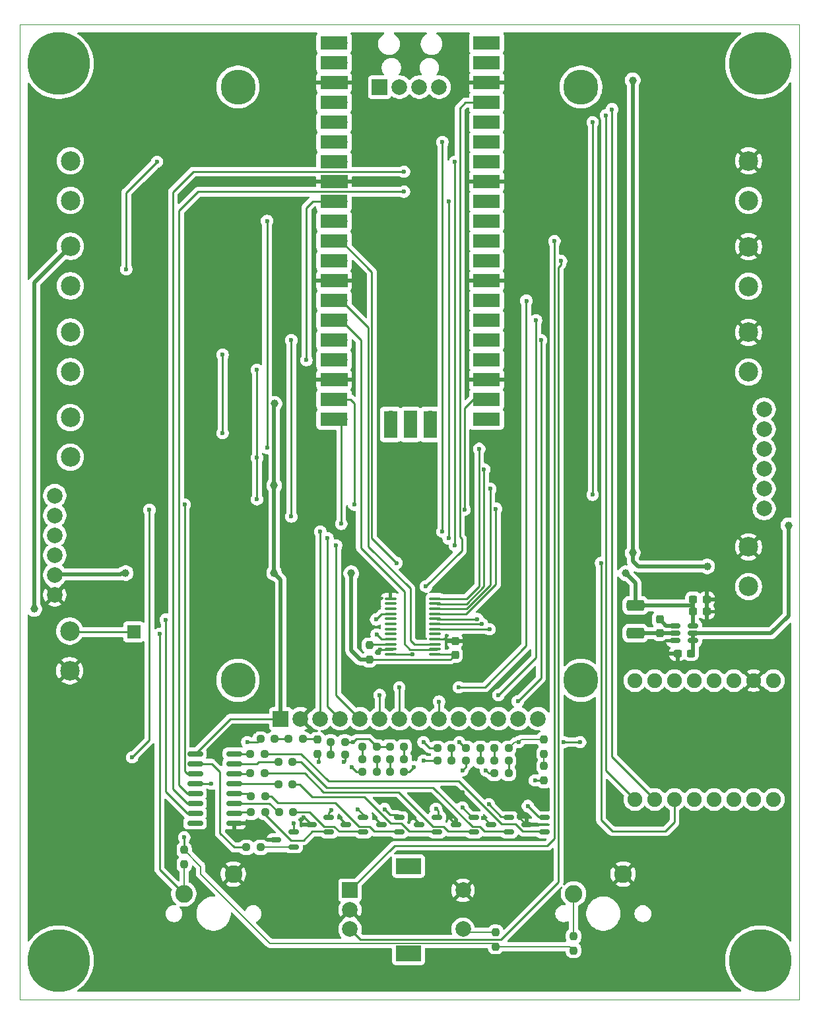
<source format=gbr>
%TF.GenerationSoftware,KiCad,Pcbnew,9.0.5*%
%TF.CreationDate,2025-11-13T17:06:43-05:00*%
%TF.ProjectId,Solder-Oven-PCB-V1,536f6c64-6572-42d4-9f76-656e2d504342,rev?*%
%TF.SameCoordinates,Original*%
%TF.FileFunction,Copper,L2,Bot*%
%TF.FilePolarity,Positive*%
%FSLAX46Y46*%
G04 Gerber Fmt 4.6, Leading zero omitted, Abs format (unit mm)*
G04 Created by KiCad (PCBNEW 9.0.5) date 2025-11-13 17:06:43*
%MOMM*%
%LPD*%
G01*
G04 APERTURE LIST*
G04 Aperture macros list*
%AMRoundRect*
0 Rectangle with rounded corners*
0 $1 Rounding radius*
0 $2 $3 $4 $5 $6 $7 $8 $9 X,Y pos of 4 corners*
0 Add a 4 corners polygon primitive as box body*
4,1,4,$2,$3,$4,$5,$6,$7,$8,$9,$2,$3,0*
0 Add four circle primitives for the rounded corners*
1,1,$1+$1,$2,$3*
1,1,$1+$1,$4,$5*
1,1,$1+$1,$6,$7*
1,1,$1+$1,$8,$9*
0 Add four rect primitives between the rounded corners*
20,1,$1+$1,$2,$3,$4,$5,0*
20,1,$1+$1,$4,$5,$6,$7,0*
20,1,$1+$1,$6,$7,$8,$9,0*
20,1,$1+$1,$8,$9,$2,$3,0*%
G04 Aperture macros list end*
%TA.AperFunction,ComponentPad*%
%ADD10C,2.250000*%
%TD*%
%TA.AperFunction,ComponentPad*%
%ADD11C,4.500000*%
%TD*%
%TA.AperFunction,ComponentPad*%
%ADD12C,2.000000*%
%TD*%
%TA.AperFunction,ComponentPad*%
%ADD13R,2.000000X2.000000*%
%TD*%
%TA.AperFunction,ComponentPad*%
%ADD14C,8.000000*%
%TD*%
%TA.AperFunction,ComponentPad*%
%ADD15C,2.500000*%
%TD*%
%TA.AperFunction,ComponentPad*%
%ADD16R,3.200000X2.000000*%
%TD*%
%TA.AperFunction,ComponentPad*%
%ADD17R,1.700000X1.700000*%
%TD*%
%TA.AperFunction,SMDPad,CuDef*%
%ADD18RoundRect,0.237500X-0.250000X-0.237500X0.250000X-0.237500X0.250000X0.237500X-0.250000X0.237500X0*%
%TD*%
%TA.AperFunction,SMDPad,CuDef*%
%ADD19RoundRect,0.237500X-0.300000X-0.237500X0.300000X-0.237500X0.300000X0.237500X-0.300000X0.237500X0*%
%TD*%
%TA.AperFunction,SMDPad,CuDef*%
%ADD20RoundRect,0.237500X0.250000X0.237500X-0.250000X0.237500X-0.250000X-0.237500X0.250000X-0.237500X0*%
%TD*%
%TA.AperFunction,SMDPad,CuDef*%
%ADD21RoundRect,0.237500X0.237500X-0.250000X0.237500X0.250000X-0.237500X0.250000X-0.237500X-0.250000X0*%
%TD*%
%TA.AperFunction,SMDPad,CuDef*%
%ADD22RoundRect,0.150000X0.512500X0.150000X-0.512500X0.150000X-0.512500X-0.150000X0.512500X-0.150000X0*%
%TD*%
%TA.AperFunction,SMDPad,CuDef*%
%ADD23RoundRect,0.350000X0.800000X-0.350000X0.800000X0.350000X-0.800000X0.350000X-0.800000X-0.350000X0*%
%TD*%
%TA.AperFunction,SMDPad,CuDef*%
%ADD24RoundRect,0.237500X-0.237500X0.300000X-0.237500X-0.300000X0.237500X-0.300000X0.237500X0.300000X0*%
%TD*%
%TA.AperFunction,SMDPad,CuDef*%
%ADD25RoundRect,0.100000X-0.637500X-0.100000X0.637500X-0.100000X0.637500X0.100000X-0.637500X0.100000X0*%
%TD*%
%TA.AperFunction,ComponentPad*%
%ADD26O,1.700000X1.700000*%
%TD*%
%TA.AperFunction,SMDPad,CuDef*%
%ADD27R,3.500000X1.700000*%
%TD*%
%TA.AperFunction,SMDPad,CuDef*%
%ADD28R,1.700000X3.500000*%
%TD*%
%TA.AperFunction,SMDPad,CuDef*%
%ADD29RoundRect,0.150000X0.850000X0.150000X-0.850000X0.150000X-0.850000X-0.150000X0.850000X-0.150000X0*%
%TD*%
%TA.AperFunction,SMDPad,CuDef*%
%ADD30RoundRect,0.237500X0.300000X0.237500X-0.300000X0.237500X-0.300000X-0.237500X0.300000X-0.237500X0*%
%TD*%
%TA.AperFunction,SMDPad,CuDef*%
%ADD31RoundRect,0.237500X0.237500X-0.300000X0.237500X0.300000X-0.237500X0.300000X-0.237500X-0.300000X0*%
%TD*%
%TA.AperFunction,ComponentPad*%
%ADD32C,1.905000*%
%TD*%
%TA.AperFunction,SMDPad,CuDef*%
%ADD33RoundRect,0.237500X-0.237500X0.250000X-0.237500X-0.250000X0.237500X-0.250000X0.237500X0.250000X0*%
%TD*%
%TA.AperFunction,ViaPad*%
%ADD34C,0.600000*%
%TD*%
%TA.AperFunction,ViaPad*%
%ADD35C,1.000000*%
%TD*%
%TA.AperFunction,Conductor*%
%ADD36C,0.500000*%
%TD*%
%TA.AperFunction,Conductor*%
%ADD37C,0.250000*%
%TD*%
%TA.AperFunction,Conductor*%
%ADD38C,0.200000*%
%TD*%
%TA.AperFunction,Profile*%
%ADD39C,0.050000*%
%TD*%
G04 APERTURE END LIST*
D10*
%TO.P,SW3,1,1*%
%TO.N,R_SW*%
X171065000Y-161460000D03*
%TO.P,SW3,2,2*%
%TO.N,Earth*%
X177415000Y-158920000D03*
%TD*%
D11*
%TO.P,U4,*%
%TO.N,*%
X128000000Y-58000000D03*
X128000000Y-134080000D03*
X172000000Y-58000000D03*
X172000000Y-134080000D03*
D12*
%TO.P,U4,1,T_IRQ*%
%TO.N,unconnected-(U4-T_IRQ-Pad1)*%
X166510000Y-139000000D03*
%TO.P,U4,2,T_OUT*%
%TO.N,unconnected-(U4-T_OUT-Pad2)*%
X163970000Y-139000000D03*
%TO.P,U4,3,T_DIN*%
%TO.N,unconnected-(U4-T_DIN-Pad3)*%
X161430000Y-139000000D03*
%TO.P,U4,4,T_CS*%
%TO.N,unconnected-(U4-T_CS-Pad4)*%
X158890000Y-139000000D03*
%TO.P,U4,5,T_CLK*%
%TO.N,unconnected-(U4-T_CLK-Pad5)*%
X156350000Y-139000000D03*
%TO.P,U4,6,SDO(MISO)*%
%TO.N,MISO*%
X153810000Y-139000000D03*
%TO.P,U4,7,LED*%
%TO.N,+3.3V*%
X151270000Y-139000000D03*
%TO.P,U4,8,SCK*%
%TO.N,SCK*%
X148730000Y-139000000D03*
%TO.P,U4,9,SDI(MOSI)*%
%TO.N,MOSI*%
X146190000Y-139000000D03*
%TO.P,U4,10,D/C*%
%TO.N,D{slash}C*%
X143650000Y-139000000D03*
%TO.P,U4,11,Reset*%
%TO.N,Reset_Screen*%
X141110000Y-139000000D03*
%TO.P,U4,12,CS*%
%TO.N,CS_Screen*%
X138570000Y-139000000D03*
%TO.P,U4,13,GND*%
%TO.N,Earth*%
X136030000Y-139000000D03*
D13*
%TO.P,U4,14,VCC*%
%TO.N,+3.3V*%
X133490000Y-139000000D03*
D12*
%TO.P,U4,15,SD_SCK*%
%TO.N,unconnected-(U4-SD_SCK-Pad15)*%
X153810000Y-58000000D03*
%TO.P,U4,16,SD_MISO*%
%TO.N,unconnected-(U4-SD_MISO-Pad16)*%
X151270000Y-58000000D03*
%TO.P,U4,17,SD_MOSI*%
%TO.N,unconnected-(U4-SD_MOSI-Pad17)*%
X148730000Y-58000000D03*
D13*
%TO.P,U4,18,SD_CS*%
%TO.N,unconnected-(U4-SD_CS-Pad18)*%
X146190000Y-58000000D03*
%TD*%
D14*
%TO.P,H3,1*%
%TO.N,N/C*%
X105000000Y-170000000D03*
%TD*%
D15*
%TO.P,J2,1,Pin_1*%
%TO.N,Net-(J2-Pin_1)*%
X106500000Y-94500000D03*
%TO.P,J2,2,Pin_2*%
%TO.N,Net-(J2-Pin_2)*%
X106500000Y-89420000D03*
%TD*%
D14*
%TO.P,H1,1*%
%TO.N,N/C*%
X105000000Y-55000000D03*
%TD*%
D15*
%TO.P,J4,1,Pin_1*%
%TO.N,Earth*%
X193500000Y-67460000D03*
%TO.P,J4,2,Pin_2*%
%TO.N,Net-(J4-Pin_2)*%
X193500000Y-72540000D03*
%TD*%
D14*
%TO.P,H4,1*%
%TO.N,N/C*%
X195000000Y-170000000D03*
%TD*%
D13*
%TO.P,SW1,A,A*%
%TO.N,ENC_A*%
X142375000Y-161000000D03*
D12*
%TO.P,SW1,B,B*%
%TO.N,ENC_B*%
X142375000Y-166000000D03*
%TO.P,SW1,C,C*%
%TO.N,Earth*%
X142375000Y-163500000D03*
D16*
%TO.P,SW1,MP*%
%TO.N,N/C*%
X149875000Y-157900000D03*
X149875000Y-169100000D03*
D12*
%TO.P,SW1,S1,S1*%
%TO.N,ENC_SW*%
X156875000Y-166000000D03*
%TO.P,SW1,S2,S2*%
%TO.N,Earth*%
X156875000Y-161000000D03*
%TD*%
%TO.P,J7,1,Pin_1*%
%TO.N,PWM1*%
X195500000Y-99320000D03*
%TO.P,J7,2,Pin_2*%
%TO.N,PWM2*%
X195500000Y-101860000D03*
%TO.P,J7,3,Pin_3*%
%TO.N,IN1*%
X195500000Y-104400000D03*
%TO.P,J7,4,Pin_4*%
%TO.N,IN2*%
X195500000Y-106960000D03*
%TO.P,J7,5,Pin_5*%
%TO.N,IN3*%
X195500000Y-109500000D03*
%TO.P,J7,6,Pin_6*%
%TO.N,IN4*%
X195500000Y-112040000D03*
%TD*%
D17*
%TO.P,J11,1,Pin_1*%
%TO.N,/RP-Pico/TP6_BOOTSEL*%
X114625000Y-127875000D03*
%TD*%
D15*
%TO.P,J6,1,Pin_1*%
%TO.N,Net-(J6-Pin_1)*%
X106500000Y-72540000D03*
%TO.P,J6,2,Pin_2*%
%TO.N,Net-(J6-Pin_2)*%
X106500000Y-67460000D03*
%TD*%
%TO.P,J3,1,Pin_1*%
%TO.N,Thermistor_Analog*%
X106500000Y-83500000D03*
%TO.P,J3,2,Pin_2*%
%TO.N,+5V*%
X106500000Y-78420000D03*
%TD*%
%TO.P,J12,1,Pin_1*%
%TO.N,Earth*%
X193500000Y-116960000D03*
%TO.P,J12,2,Pin_2*%
%TO.N,Net-(J12-Pin_2)*%
X193500000Y-122040000D03*
%TD*%
D10*
%TO.P,SW2,1,1*%
%TO.N,L_SW*%
X121065000Y-161460000D03*
%TO.P,SW2,2,2*%
%TO.N,Earth*%
X127415000Y-158920000D03*
%TD*%
D12*
%TO.P,J5,1,Pin_1*%
%TO.N,Earth*%
X104500000Y-123110000D03*
%TO.P,J5,2,Pin_2*%
%TO.N,+3.3V*%
X104500000Y-120570000D03*
%TO.P,J5,3,Pin_3*%
%TO.N,MISO2*%
X104500000Y-118030000D03*
%TO.P,J5,4,Pin_4*%
%TO.N,MOSI2*%
X104500000Y-115470000D03*
%TO.P,J5,5,Pin_5*%
%TO.N,SCK2*%
X104500000Y-112930000D03*
%TO.P,J5,6,Pin_6*%
%TO.N,CS_SD*%
X104500000Y-110390000D03*
%TD*%
D15*
%TO.P,J8,1,Pin_1*%
%TO.N,Earth*%
X193500000Y-78460000D03*
%TO.P,J8,2,Pin_2*%
%TO.N,+12V*%
X193500000Y-83540000D03*
%TD*%
%TO.P,J10,1,Pin_1*%
%TO.N,Earth*%
X106426000Y-132842000D03*
%TO.P,J10,2,Pin_2*%
%TO.N,/RP-Pico/TP6_BOOTSEL*%
X106426000Y-127762000D03*
%TD*%
D14*
%TO.P,H2,1*%
%TO.N,N/C*%
X195000000Y-55000000D03*
%TD*%
D15*
%TO.P,J1,1,Pin_1*%
%TO.N,Net-(J1-Pin_1)*%
X106500000Y-105460000D03*
%TO.P,J1,2,Pin_2*%
%TO.N,Net-(J1-Pin_2)*%
X106500000Y-100380000D03*
%TD*%
%TO.P,J9,1,Pin_1*%
%TO.N,Earth*%
X193500000Y-89460000D03*
%TO.P,J9,2,Pin_2*%
%TO.N,+12V*%
X193500000Y-94540000D03*
%TD*%
D18*
%TO.P,R29,1*%
%TO.N,Net-(U6-QD)*%
X129587500Y-146000000D03*
%TO.P,R29,2*%
%TO.N,/Fan_LED*%
X131412500Y-146000000D03*
%TD*%
D19*
%TO.P,C17,1*%
%TO.N,+3.3V*%
X186412500Y-123700000D03*
%TO.P,C17,2*%
%TO.N,Earth*%
X188137500Y-123700000D03*
%TD*%
D18*
%TO.P,R32,1*%
%TO.N,Net-(U6-QA)*%
X129087500Y-155500000D03*
%TO.P,R32,2*%
%TO.N,/Power_LED*%
X130912500Y-155500000D03*
%TD*%
%TO.P,R41,1*%
%TO.N,+5V*%
X147487500Y-142600000D03*
%TO.P,R41,2*%
%TO.N,Net-(R38-Pad1)*%
X149312500Y-142600000D03*
%TD*%
%TO.P,R30,1*%
%TO.N,Net-(U6-QC)*%
X133175000Y-144500000D03*
%TO.P,R30,2*%
%TO.N,/Empty_LED2*%
X135000000Y-144500000D03*
%TD*%
D20*
%TO.P,R38,1*%
%TO.N,Net-(R38-Pad1)*%
X149312500Y-144200000D03*
%TO.P,R38,2*%
%TO.N,Net-(R11-Pad2)*%
X147487500Y-144200000D03*
%TD*%
D21*
%TO.P,R21,1*%
%TO.N,Net-(R15-Pad2)*%
X167275000Y-143487500D03*
%TO.P,R21,2*%
%TO.N,+5V*%
X167275000Y-141662500D03*
%TD*%
D20*
%TO.P,R42,1*%
%TO.N,+5V*%
X145800000Y-142600000D03*
%TO.P,R42,2*%
%TO.N,Net-(R37-Pad1)*%
X143975000Y-142600000D03*
%TD*%
D22*
%TO.P,Q4,1,D*%
%TO.N,Net-(D4-K)*%
X148675000Y-151650000D03*
%TO.P,Q4,2,G*%
%TO.N,/Hot_LED*%
X148675000Y-153550000D03*
%TO.P,Q4,3,S*%
%TO.N,Earth*%
X146400000Y-152600000D03*
%TD*%
D20*
%TO.P,R28,1*%
%TO.N,/Profile_LED*%
X134987500Y-147425000D03*
%TO.P,R28,2*%
%TO.N,Net-(U6-QE)*%
X133162500Y-147425000D03*
%TD*%
D22*
%TO.P,U8,1,FB*%
%TO.N,+3.3V*%
X186375000Y-127100000D03*
%TO.P,U8,2,EN*%
%TO.N,+12V*%
X186375000Y-128050000D03*
%TO.P,U8,3,IN*%
X186375000Y-129000000D03*
%TO.P,U8,4,GND*%
%TO.N,Earth*%
X184100000Y-129000000D03*
%TO.P,U8,5,SW*%
%TO.N,Net-(U8-SW)*%
X184100000Y-128050000D03*
%TO.P,U8,6,BST*%
%TO.N,Net-(U8-BST)*%
X184100000Y-127100000D03*
%TD*%
D20*
%TO.P,R25,1*%
%TO.N,/Network_LED*%
X131500000Y-151000000D03*
%TO.P,R25,2*%
%TO.N,Net-(U6-QH)*%
X129675000Y-151000000D03*
%TD*%
D22*
%TO.P,Q5,1,D*%
%TO.N,Net-(D5-K)*%
X153537500Y-151650000D03*
%TO.P,Q5,2,G*%
%TO.N,/Profile_LED*%
X153537500Y-153550000D03*
%TO.P,Q5,3,S*%
%TO.N,Earth*%
X151262500Y-152600000D03*
%TD*%
D20*
%TO.P,R26,1*%
%TO.N,/Disk_LED*%
X135087500Y-151000000D03*
%TO.P,R26,2*%
%TO.N,Net-(U6-QG)*%
X133262500Y-151000000D03*
%TD*%
D21*
%TO.P,R15,1*%
%TO.N,Net-(D8-A)*%
X167275000Y-146912500D03*
%TO.P,R15,2*%
%TO.N,Net-(R15-Pad2)*%
X167275000Y-145087500D03*
%TD*%
D20*
%TO.P,R35,1*%
%TO.N,Net-(R12-Pad2)*%
X155400000Y-142800000D03*
%TO.P,R35,2*%
%TO.N,+5V*%
X153575000Y-142800000D03*
%TD*%
%TO.P,R27,1*%
%TO.N,/Hot_LED*%
X131487500Y-148925000D03*
%TO.P,R27,2*%
%TO.N,Net-(U6-QF)*%
X129662500Y-148925000D03*
%TD*%
D18*
%TO.P,R37,1*%
%TO.N,Net-(R37-Pad1)*%
X143975000Y-144200000D03*
%TO.P,R37,2*%
%TO.N,Net-(R10-Pad2)*%
X145800000Y-144200000D03*
%TD*%
D21*
%TO.P,R19,1*%
%TO.N,+3.3V*%
X171050000Y-168712500D03*
%TO.P,R19,2*%
%TO.N,R_SW*%
X171050000Y-166887500D03*
%TD*%
D23*
%TO.P,L2,1*%
%TO.N,Net-(U8-SW)*%
X179000000Y-128025000D03*
%TO.P,L2,2*%
%TO.N,+3.3V*%
X179000000Y-124475000D03*
%TD*%
D24*
%TO.P,C15,1*%
%TO.N,Net-(U8-BST)*%
X182100000Y-126262500D03*
%TO.P,C15,2*%
%TO.N,Net-(U8-SW)*%
X182100000Y-127987500D03*
%TD*%
D22*
%TO.P,Q7,1,D*%
%TO.N,Net-(D7-K)*%
X162737500Y-151650000D03*
%TO.P,Q7,2,G*%
%TO.N,/Empty_LED2*%
X162737500Y-153550000D03*
%TO.P,Q7,3,S*%
%TO.N,Earth*%
X160462500Y-152600000D03*
%TD*%
D25*
%TO.P,U7,1,INT*%
%TO.N,Interrupt*%
X147575000Y-130750000D03*
%TO.P,U7,2,A1*%
%TO.N,Earth*%
X147575000Y-130100000D03*
%TO.P,U7,3,Reset*%
%TO.N,Net-(U7-Reset)*%
X147575000Y-129450000D03*
%TO.P,U7,4,P00*%
%TO.N,L_SW*%
X147575000Y-128800000D03*
%TO.P,U7,5,P01*%
%TO.N,unconnected-(U7-P01-Pad5)*%
X147575000Y-128150000D03*
%TO.P,U7,6,P02*%
%TO.N,unconnected-(U7-P02-Pad6)*%
X147575000Y-127500000D03*
%TO.P,U7,7,P03*%
%TO.N,unconnected-(U7-P03-Pad7)*%
X147575000Y-126850000D03*
%TO.P,U7,8,P04*%
%TO.N,unconnected-(U7-P04-Pad8)*%
X147575000Y-126200000D03*
%TO.P,U7,9,P05*%
%TO.N,Shift_Clear*%
X147575000Y-125550000D03*
%TO.P,U7,10,P06*%
%TO.N,unconnected-(U7-P06-Pad10)*%
X147575000Y-124900000D03*
%TO.P,U7,11,P07*%
%TO.N,unconnected-(U7-P07-Pad11)*%
X147575000Y-124250000D03*
%TO.P,U7,12,GND*%
%TO.N,Earth*%
X147575000Y-123600000D03*
%TO.P,U7,13,P10*%
%TO.N,IN1*%
X153300000Y-123600000D03*
%TO.P,U7,14,P11*%
%TO.N,IN2*%
X153300000Y-124250000D03*
%TO.P,U7,15,P12*%
%TO.N,IN3*%
X153300000Y-124900000D03*
%TO.P,U7,16,P13*%
%TO.N,IN4*%
X153300000Y-125550000D03*
%TO.P,U7,17,P14*%
%TO.N,Fan_EN*%
X153300000Y-126200000D03*
%TO.P,U7,18,P15*%
%TO.N,R_SW*%
X153300000Y-126850000D03*
%TO.P,U7,19,P16*%
%TO.N,ENC_SW*%
X153300000Y-127500000D03*
%TO.P,U7,20,P17*%
%TO.N,unconnected-(U7-P17-Pad20)*%
X153300000Y-128150000D03*
%TO.P,U7,21,A0*%
%TO.N,Earth*%
X153300000Y-128800000D03*
%TO.P,U7,22,SCL*%
%TO.N,SCL*%
X153300000Y-129450000D03*
%TO.P,U7,23,SDA*%
%TO.N,SDA*%
X153300000Y-130100000D03*
%TO.P,U7,24,VCC*%
%TO.N,+3.3V*%
X153300000Y-130750000D03*
%TD*%
D22*
%TO.P,Q8,1,D*%
%TO.N,Net-(D8-K)*%
X167337500Y-151650000D03*
%TO.P,Q8,2,G*%
%TO.N,/Empty_LED3*%
X167337500Y-153550000D03*
%TO.P,Q8,3,S*%
%TO.N,Earth*%
X165062500Y-152600000D03*
%TD*%
D19*
%TO.P,C16,1*%
%TO.N,+3.3V*%
X186412500Y-125275000D03*
%TO.P,C16,2*%
%TO.N,Earth*%
X188137500Y-125275000D03*
%TD*%
D18*
%TO.P,R12,1*%
%TO.N,Net-(D5-A)*%
X153575000Y-144400000D03*
%TO.P,R12,2*%
%TO.N,Net-(R12-Pad2)*%
X155400000Y-144400000D03*
%TD*%
D22*
%TO.P,Q6,1,D*%
%TO.N,Net-(D6-K)*%
X158275000Y-151650000D03*
%TO.P,Q6,2,G*%
%TO.N,/Fan_LED*%
X158275000Y-153550000D03*
%TO.P,Q6,3,S*%
%TO.N,Earth*%
X156000000Y-152600000D03*
%TD*%
D18*
%TO.P,R31,1*%
%TO.N,Net-(U6-QB)*%
X129587500Y-143500000D03*
%TO.P,R31,2*%
%TO.N,/Empty_LED3*%
X131412500Y-143500000D03*
%TD*%
D26*
%TO.P,U10,1,GPIO0*%
%TO.N,TX_Pico*%
X159000000Y-52340000D03*
D27*
X159900000Y-52340000D03*
D26*
%TO.P,U10,2,GPIO1*%
%TO.N,RX_Pico*%
X159000000Y-54880000D03*
D27*
X159900000Y-54880000D03*
D17*
%TO.P,U10,3,GND*%
%TO.N,Earth*%
X159000000Y-57420000D03*
D27*
X159900000Y-57420000D03*
D26*
%TO.P,U10,4,GPIO2*%
%TO.N,Interrupt*%
X159000000Y-59960000D03*
D27*
X159900000Y-59960000D03*
D26*
%TO.P,U10,5,GPIO3*%
%TO.N,CS_SD*%
X159000000Y-62500000D03*
D27*
X159900000Y-62500000D03*
D26*
%TO.P,U10,6,GPIO4*%
%TO.N,CS_Screen*%
X159000000Y-65040000D03*
D27*
X159900000Y-65040000D03*
D26*
%TO.P,U10,7,GPIO5*%
%TO.N,D{slash}C*%
X159000000Y-67580000D03*
D27*
X159900000Y-67580000D03*
D17*
%TO.P,U10,8,GND*%
%TO.N,Earth*%
X159000000Y-70120000D03*
D27*
X159900000Y-70120000D03*
D26*
%TO.P,U10,9,GPIO6*%
%TO.N,Reset_Screen*%
X159000000Y-72660000D03*
D27*
X159900000Y-72660000D03*
D26*
%TO.P,U10,10,GPIO7*%
%TO.N,Shift_CLK*%
X159000000Y-75200000D03*
D27*
X159900000Y-75200000D03*
D26*
%TO.P,U10,11,GPIO8*%
%TO.N,ENC_A*%
X159000000Y-77740000D03*
D27*
X159900000Y-77740000D03*
D26*
%TO.P,U10,12,GPIO9*%
%TO.N,ENC_B*%
X159000000Y-80280000D03*
D27*
X159900000Y-80280000D03*
D17*
%TO.P,U10,13,GND*%
%TO.N,Earth*%
X159000000Y-82820000D03*
D27*
X159900000Y-82820000D03*
D26*
%TO.P,U10,14,GPIO10*%
%TO.N,SCK*%
X159000000Y-85360000D03*
D27*
X159900000Y-85360000D03*
D26*
%TO.P,U10,15,GPIO11*%
%TO.N,MOSI*%
X159000000Y-87900000D03*
D27*
X159900000Y-87900000D03*
D26*
%TO.P,U10,16,GPIO12*%
%TO.N,MISO*%
X159000000Y-90440000D03*
D27*
X159900000Y-90440000D03*
D26*
%TO.P,U10,17,GPIO13*%
%TO.N,Indicator_Update*%
X159000000Y-92980000D03*
D27*
X159900000Y-92980000D03*
D17*
%TO.P,U10,18,GND*%
%TO.N,Earth*%
X159000000Y-95520000D03*
D27*
X159900000Y-95520000D03*
D26*
%TO.P,U10,19,GPIO14*%
%TO.N,PWM1*%
X159000000Y-98060000D03*
D27*
X159900000Y-98060000D03*
D26*
%TO.P,U10,20,GPIO15*%
%TO.N,PWM2*%
X159000000Y-100600000D03*
D27*
X159900000Y-100600000D03*
D26*
%TO.P,U10,21,GPIO16*%
%TO.N,MISO2*%
X141220000Y-100600000D03*
D27*
X140320000Y-100600000D03*
D26*
%TO.P,U10,22,GPIO17*%
%TO.N,Shift_IN*%
X141220000Y-98060000D03*
D27*
X140320000Y-98060000D03*
D17*
%TO.P,U10,23,GND*%
%TO.N,Earth*%
X141220000Y-95520000D03*
D27*
X140320000Y-95520000D03*
D26*
%TO.P,U10,24,GPIO18*%
%TO.N,SCK2*%
X141220000Y-92980000D03*
D27*
X140320000Y-92980000D03*
D26*
%TO.P,U10,25,GPIO19*%
%TO.N,MOSI2*%
X141220000Y-90440000D03*
D27*
X140320000Y-90440000D03*
D26*
%TO.P,U10,26,GPIO20*%
%TO.N,SDA*%
X141220000Y-87900000D03*
D27*
X140320000Y-87900000D03*
D26*
%TO.P,U10,27,GPIO21*%
%TO.N,SCL*%
X141220000Y-85360000D03*
D27*
X140320000Y-85360000D03*
D17*
%TO.P,U10,28,GND*%
%TO.N,Earth*%
X141220000Y-82820000D03*
D27*
X140320000Y-82820000D03*
D26*
%TO.P,U10,29,GPIO22*%
%TO.N,Relay_CTRL*%
X141220000Y-80280000D03*
D27*
X140320000Y-80280000D03*
D26*
%TO.P,U10,30,RUN*%
%TO.N,Reset_Low*%
X141220000Y-77740000D03*
D27*
X140320000Y-77740000D03*
D26*
%TO.P,U10,31,GPIO26_ADC0*%
%TO.N,T1-CS*%
X141220000Y-75200000D03*
D27*
X140320000Y-75200000D03*
D26*
%TO.P,U10,32,GPIO27_ADC1*%
%TO.N,T2-CS*%
X141220000Y-72660000D03*
D27*
X140320000Y-72660000D03*
D17*
%TO.P,U10,33,AGND*%
%TO.N,Earth*%
X141220000Y-70120000D03*
D27*
X140320000Y-70120000D03*
D26*
%TO.P,U10,34,GPIO28_ADC2*%
%TO.N,Thermistor_Analog*%
X141220000Y-67580000D03*
D27*
X140320000Y-67580000D03*
D26*
%TO.P,U10,35,ADC_VREF*%
%TO.N,unconnected-(U10-ADC_VREF-Pad35)_1*%
X141220000Y-65040000D03*
D27*
X140320000Y-65040000D03*
D26*
%TO.P,U10,36,3V3*%
%TO.N,unconnected-(U10-3V3-Pad36)*%
X141220000Y-62500000D03*
D27*
X140320000Y-62500000D03*
D26*
%TO.P,U10,37,3V3_EN*%
%TO.N,unconnected-(U10-3V3_EN-Pad37)*%
X141220000Y-59960000D03*
D27*
X140320000Y-59960000D03*
D17*
%TO.P,U10,38,GND*%
%TO.N,Earth*%
X141220000Y-57420000D03*
D27*
X140320000Y-57420000D03*
D26*
%TO.P,U10,39,VSYS*%
%TO.N,Net-(D10-K)*%
X141220000Y-54880000D03*
D27*
X140320000Y-54880000D03*
D26*
%TO.P,U10,40,VBUS*%
%TO.N,unconnected-(U10-VBUS-Pad40)_1*%
X141220000Y-52340000D03*
D27*
X140320000Y-52340000D03*
D26*
%TO.P,U10,41,SWCLK*%
%TO.N,unconnected-(U10-SWCLK-Pad41)*%
X152650000Y-100370000D03*
D28*
X152650000Y-101270000D03*
D17*
%TO.P,U10,42,GND*%
%TO.N,unconnected-(U10-GND-Pad42)*%
X150110000Y-100370000D03*
D28*
X150110000Y-101270000D03*
D26*
%TO.P,U10,43,SWDIO*%
%TO.N,unconnected-(U10-SWDIO-Pad43)_1*%
X147570000Y-100370000D03*
D28*
X147570000Y-101270000D03*
%TD*%
D29*
%TO.P,U6,1,QB*%
%TO.N,Net-(U6-QB)*%
X127500000Y-143500000D03*
%TO.P,U6,2,QC*%
%TO.N,Net-(U6-QC)*%
X127500000Y-144770000D03*
%TO.P,U6,3,QD*%
%TO.N,Net-(U6-QD)*%
X127500000Y-146040000D03*
%TO.P,U6,4,QE*%
%TO.N,Net-(U6-QE)*%
X127500000Y-147310000D03*
%TO.P,U6,5,QF*%
%TO.N,Net-(U6-QF)*%
X127500000Y-148580000D03*
%TO.P,U6,6,QG*%
%TO.N,Net-(U6-QG)*%
X127500000Y-149850000D03*
%TO.P,U6,7,QH*%
%TO.N,Net-(U6-QH)*%
X127500000Y-151120000D03*
%TO.P,U6,8,GND*%
%TO.N,Earth*%
X127500000Y-152390000D03*
%TO.P,U6,9,QH'*%
%TO.N,unconnected-(U6-QH&apos;-Pad9)*%
X122500000Y-152390000D03*
%TO.P,U6,10,~{SRCLR}*%
%TO.N,Shift_Clear*%
X122500000Y-151120000D03*
%TO.P,U6,11,SRCLK*%
%TO.N,Shift_CLK*%
X122500000Y-149850000D03*
%TO.P,U6,12,RCLK*%
%TO.N,Indicator_Update*%
X122500000Y-148580000D03*
%TO.P,U6,13,~{OE}*%
%TO.N,LED_PWM*%
X122500000Y-147310000D03*
%TO.P,U6,14,SER*%
%TO.N,Shift_IN*%
X122500000Y-146040000D03*
%TO.P,U6,15,QA*%
%TO.N,Net-(U6-QA)*%
X122500000Y-144770000D03*
%TO.P,U6,16,VCC*%
%TO.N,+3.3V*%
X122500000Y-143500000D03*
%TD*%
D21*
%TO.P,R24,1*%
%TO.N,+3.3V*%
X161050000Y-168212500D03*
%TO.P,R24,2*%
%TO.N,ENC_SW*%
X161050000Y-166387500D03*
%TD*%
D30*
%TO.P,C14,1*%
%TO.N,+12V*%
X186112500Y-130625000D03*
%TO.P,C14,2*%
%TO.N,Earth*%
X184387500Y-130625000D03*
%TD*%
D18*
%TO.P,R14,1*%
%TO.N,Net-(D7-A)*%
X160887500Y-146000000D03*
%TO.P,R14,2*%
%TO.N,Net-(R14-Pad2)*%
X162712500Y-146000000D03*
%TD*%
D20*
%TO.P,R9,1*%
%TO.N,Net-(D2-A)*%
X141712500Y-143600000D03*
%TO.P,R9,2*%
%TO.N,Net-(R16-Pad2)*%
X139887500Y-143600000D03*
%TD*%
D22*
%TO.P,Q3,1,D*%
%TO.N,Net-(D3-K)*%
X144075000Y-151650000D03*
%TO.P,Q3,2,G*%
%TO.N,/Disk_LED*%
X144075000Y-153550000D03*
%TO.P,Q3,3,S*%
%TO.N,Earth*%
X141800000Y-152600000D03*
%TD*%
%TO.P,Q2,1,D*%
%TO.N,Net-(D2-K)*%
X139675000Y-151650000D03*
%TO.P,Q2,2,G*%
%TO.N,/Network_LED*%
X139675000Y-153550000D03*
%TO.P,Q2,3,S*%
%TO.N,Earth*%
X137400000Y-152600000D03*
%TD*%
D18*
%TO.P,R39,1*%
%TO.N,Net-(R39-Pad1)*%
X160887500Y-144400000D03*
%TO.P,R39,2*%
%TO.N,Net-(R14-Pad2)*%
X162712500Y-144400000D03*
%TD*%
D20*
%TO.P,R40,1*%
%TO.N,+5V*%
X162712500Y-142800000D03*
%TO.P,R40,2*%
%TO.N,Net-(R39-Pad1)*%
X160887500Y-142800000D03*
%TD*%
%TO.P,R20,1*%
%TO.N,Net-(R13-Pad2)*%
X159112500Y-142800000D03*
%TO.P,R20,2*%
%TO.N,+5V*%
X157287500Y-142800000D03*
%TD*%
D31*
%TO.P,C19,1*%
%TO.N,+3.3V*%
X155862500Y-130787500D03*
%TO.P,C19,2*%
%TO.N,Earth*%
X155862500Y-129062500D03*
%TD*%
D21*
%TO.P,R22,1*%
%TO.N,+3.3V*%
X144862500Y-131412500D03*
%TO.P,R22,2*%
%TO.N,Net-(U7-Reset)*%
X144862500Y-129587500D03*
%TD*%
D20*
%TO.P,R16,1*%
%TO.N,+5V*%
X141712500Y-142000000D03*
%TO.P,R16,2*%
%TO.N,Net-(R16-Pad2)*%
X139887500Y-142000000D03*
%TD*%
D21*
%TO.P,R8,1*%
%TO.N,Net-(D1-A)*%
X138200000Y-143512500D03*
%TO.P,R8,2*%
%TO.N,Net-(R36-Pad2)*%
X138200000Y-141687500D03*
%TD*%
D18*
%TO.P,R36,1*%
%TO.N,Net-(R36-Pad1)*%
X134487500Y-141600000D03*
%TO.P,R36,2*%
%TO.N,Net-(R36-Pad2)*%
X136312500Y-141600000D03*
%TD*%
D22*
%TO.P,Q1,1,D*%
%TO.N,Net-(D1-K)*%
X135137500Y-153550000D03*
%TO.P,Q1,2,G*%
%TO.N,/Power_LED*%
X135137500Y-155450000D03*
%TO.P,Q1,3,S*%
%TO.N,Earth*%
X132862500Y-154500000D03*
%TD*%
D18*
%TO.P,R10,1*%
%TO.N,Net-(D3-A)*%
X143975000Y-145800000D03*
%TO.P,R10,2*%
%TO.N,Net-(R10-Pad2)*%
X145800000Y-145800000D03*
%TD*%
%TO.P,R13,1*%
%TO.N,Net-(D6-A)*%
X157287500Y-144400000D03*
%TO.P,R13,2*%
%TO.N,Net-(R13-Pad2)*%
X159112500Y-144400000D03*
%TD*%
D32*
%TO.P,U3,1,5V*%
%TO.N,Net-(D9-K)*%
X196700000Y-134105000D03*
%TO.P,U3,2,GND*%
%TO.N,Earth*%
X194160000Y-134105000D03*
%TO.P,U3,3,3.3V*%
%TO.N,unconnected-(U3-3.3V-Pad3)*%
X191620000Y-134105000D03*
%TO.P,U3,4,GP4*%
%TO.N,unconnected-(U3-GP4-Pad4)*%
X189080000Y-134105000D03*
%TO.P,U3,5,GP3*%
%TO.N,unconnected-(U3-GP3-Pad5)*%
X186540000Y-134105000D03*
%TO.P,U3,6,GP2*%
%TO.N,unconnected-(U3-GP2-Pad6)*%
X184000000Y-134105000D03*
%TO.P,U3,7,GP1*%
%TO.N,unconnected-(U3-GP1-Pad7)*%
X181460000Y-134105000D03*
%TO.P,U3,8,GP0*%
%TO.N,unconnected-(U3-GP0-Pad8)*%
X178920000Y-134105000D03*
%TO.P,U3,9,GP21*%
%TO.N,RX_Pico*%
X178920000Y-149345000D03*
%TO.P,U3,10,GP20*%
%TO.N,TX_Pico*%
X181460000Y-149345000D03*
%TO.P,U3,11,GP10*%
%TO.N,Reset_Low*%
X184000000Y-149345000D03*
%TO.P,U3,12,GP9*%
%TO.N,LED_PWM*%
X186540000Y-149345000D03*
%TO.P,U3,13,GP8*%
%TO.N,unconnected-(U3-GP8-Pad13)*%
X189080000Y-149345000D03*
%TO.P,U3,14,GP7*%
%TO.N,unconnected-(U3-GP7-Pad14)*%
X191620000Y-149345000D03*
%TO.P,U3,15,GP6*%
%TO.N,unconnected-(U3-GP6-Pad15)*%
X194160000Y-149345000D03*
%TO.P,U3,16,GP5*%
%TO.N,unconnected-(U3-GP5-Pad16)*%
X196700000Y-149345000D03*
%TD*%
D20*
%TO.P,R11,1*%
%TO.N,Net-(D4-A)*%
X149312500Y-145800000D03*
%TO.P,R11,2*%
%TO.N,Net-(R11-Pad2)*%
X147487500Y-145800000D03*
%TD*%
D33*
%TO.P,R23,1*%
%TO.N,+3.3V*%
X121100000Y-155837500D03*
%TO.P,R23,2*%
%TO.N,L_SW*%
X121100000Y-157662500D03*
%TD*%
D18*
%TO.P,R43,1*%
%TO.N,+5V*%
X130887500Y-141600000D03*
%TO.P,R43,2*%
%TO.N,Net-(R36-Pad1)*%
X132712500Y-141600000D03*
%TD*%
D34*
%TO.N,Earth*%
X167000000Y-165800000D03*
X156800000Y-148400000D03*
X159450000Y-151700000D03*
D35*
X145800000Y-122400000D03*
D34*
X164050000Y-151600000D03*
D35*
X130400000Y-153500000D03*
D34*
X150450000Y-151700000D03*
D35*
X130000000Y-140500000D03*
X172000000Y-126500000D03*
D34*
X136450000Y-151650000D03*
X146250000Y-130150000D03*
X145450000Y-151700000D03*
X179200000Y-152400000D03*
X140950000Y-151650000D03*
X165025000Y-140750000D03*
D35*
X172000000Y-128000000D03*
X165100000Y-144550000D03*
X165025000Y-148400000D03*
D34*
X150800000Y-143400000D03*
D35*
X172000000Y-129500000D03*
D34*
X154950000Y-151600000D03*
X150800000Y-141000000D03*
D35*
%TO.N,+3.3V*%
X132675000Y-98600000D03*
X177750000Y-120350000D03*
X113600000Y-120325000D03*
X132650000Y-120325000D03*
D34*
X121100000Y-154200000D03*
D35*
X132650000Y-109075000D03*
X142525000Y-120350000D03*
%TO.N,+12V*%
X198625000Y-114200000D03*
D34*
%TO.N,+5V*%
X151800000Y-142000000D03*
X156400000Y-142000000D03*
D35*
X178650000Y-57125000D03*
D34*
X129200000Y-142000000D03*
D35*
X178650000Y-117725000D03*
D34*
X164000000Y-142000000D03*
D35*
X101875000Y-124925000D03*
D34*
X169775000Y-142000000D03*
X142800000Y-142000000D03*
D35*
X188200000Y-119475000D03*
D34*
X171900000Y-142000000D03*
%TO.N,Net-(D1-K)*%
X135125000Y-152450000D03*
%TO.N,Net-(D1-A)*%
X138400000Y-144575000D03*
%TO.N,Net-(D2-K)*%
X140000000Y-150725000D03*
%TO.N,Net-(D2-A)*%
X141600000Y-144575000D03*
%TO.N,Net-(D3-K)*%
X143400000Y-150600000D03*
%TO.N,Net-(D3-A)*%
X142600000Y-145200000D03*
%TO.N,Net-(D4-K)*%
X146800000Y-150600000D03*
%TO.N,Net-(D4-A)*%
X150600000Y-145200000D03*
%TO.N,Net-(D5-A)*%
X151800000Y-144400000D03*
%TO.N,Net-(D5-K)*%
X153400000Y-150550000D03*
%TO.N,Net-(D6-K)*%
X156800000Y-150400000D03*
%TO.N,Net-(D6-A)*%
X156800000Y-145600000D03*
%TO.N,Net-(D7-K)*%
X160200000Y-150000000D03*
%TO.N,Net-(D7-A)*%
X159800000Y-145600000D03*
%TO.N,Net-(D8-A)*%
X166100000Y-146912500D03*
%TO.N,Net-(D8-K)*%
X165200000Y-150200000D03*
%TO.N,Thermistor_Analog*%
X113675000Y-81375000D03*
X117625000Y-67575000D03*
%TO.N,MOSI2*%
X134850000Y-113075000D03*
X134850000Y-90450000D03*
%TO.N,CS_SD*%
X173500000Y-62500000D03*
X173500000Y-110275000D03*
%TO.N,MISO2*%
X126025000Y-102375000D03*
X126037500Y-92337500D03*
X141250000Y-114000000D03*
%TO.N,SCK2*%
X130450000Y-105550000D03*
X130450000Y-110850000D03*
X130450000Y-94270000D03*
%TO.N,IN1*%
X158950000Y-104400000D03*
%TO.N,IN3*%
X160375000Y-109525000D03*
%TO.N,PWM1*%
X116650000Y-112200000D03*
X114425000Y-143950000D03*
X157075000Y-112200000D03*
%TO.N,IN4*%
X161100000Y-112075000D03*
%TO.N,IN2*%
X159575000Y-107025000D03*
%TO.N,LED_PWM*%
X124575000Y-147325000D03*
%TO.N,Fan_EN*%
X158725000Y-126225000D03*
%TO.N,ENC_B*%
X169450000Y-80300000D03*
%TO.N,ENC_A*%
X168600000Y-77750000D03*
%TO.N,ENC_SW*%
X160275000Y-127525000D03*
%TO.N,L_SW*%
X117925000Y-128150000D03*
X145800000Y-128200000D03*
%TO.N,R_SW*%
X159300000Y-126850000D03*
%TO.N,T1-CS*%
X131725000Y-75175000D03*
X131750000Y-104250000D03*
%TO.N,T2-CS*%
X136775000Y-93000000D03*
%TO.N,TX_Pico*%
X176000000Y-60850000D03*
%TO.N,Reset_Low*%
X174576000Y-119025000D03*
X148350000Y-119025000D03*
%TO.N,RX_Pico*%
X175200000Y-61625000D03*
%TO.N,MOSI*%
X146175000Y-135975000D03*
X161430000Y-135975000D03*
X166250000Y-87900000D03*
%TO.N,CS_Screen*%
X154225000Y-115000000D03*
X154225000Y-65050000D03*
X138550000Y-115000000D03*
%TO.N,Reset_Screen*%
X139500000Y-115875000D03*
X155025000Y-115875000D03*
X155025000Y-72650000D03*
%TO.N,D{slash}C*%
X155850000Y-116775000D03*
X155850000Y-67575000D03*
X140600000Y-116775000D03*
%TO.N,SCK*%
X165000000Y-85400000D03*
X156325000Y-134975000D03*
X148700000Y-134975000D03*
%TO.N,MISO*%
X153800000Y-136800000D03*
X166875000Y-90450000D03*
X163900000Y-136775000D03*
%TO.N,Shift_CLK*%
X149300000Y-68850000D03*
%TO.N,Shift_Clear*%
X145725000Y-126275000D03*
X118750000Y-126300000D03*
%TO.N,Indicator_Update*%
X149300000Y-71400000D03*
%TO.N,Shift_IN*%
X121175000Y-111525000D03*
X142900000Y-111525000D03*
%TO.N,Interrupt*%
X152125000Y-122025000D03*
X150400000Y-130775000D03*
%TD*%
D36*
%TO.N,+5V*%
X179325000Y-119475000D02*
X188200000Y-119475000D01*
X178650000Y-118800000D02*
X179325000Y-119475000D01*
X178650000Y-117725000D02*
X178650000Y-118800000D01*
X178650000Y-117725000D02*
X178650000Y-57125000D01*
D37*
%TO.N,Net-(U6-QE)*%
X133047500Y-147310000D02*
X133162500Y-147425000D01*
X127500000Y-147310000D02*
X133047500Y-147310000D01*
%TO.N,/Profile_LED*%
X147602322Y-152400000D02*
X144202322Y-149000000D01*
X148927322Y-152400000D02*
X147602322Y-152400000D01*
X149977322Y-153450000D02*
X148927322Y-152400000D01*
X137500000Y-149000000D02*
X135925000Y-147425000D01*
X135925000Y-147425000D02*
X134987500Y-147425000D01*
X153637500Y-153450000D02*
X149977322Y-153450000D01*
X144202322Y-149000000D02*
X137500000Y-149000000D01*
%TO.N,/Hot_LED*%
X133150000Y-149800000D02*
X132275000Y-148925000D01*
X132275000Y-148925000D02*
X131487500Y-148925000D01*
X144851322Y-152824000D02*
X143526322Y-152824000D01*
X145477322Y-153450000D02*
X144851322Y-152824000D01*
X143526322Y-152824000D02*
X140502322Y-149800000D01*
X140502322Y-149800000D02*
X133150000Y-149800000D01*
X148637500Y-153450000D02*
X145477322Y-153450000D01*
%TO.N,Net-(U6-QF)*%
X129317500Y-148580000D02*
X129662500Y-148925000D01*
X127500000Y-148580000D02*
X129317500Y-148580000D01*
%TO.N,Net-(U6-QG)*%
X132024000Y-149850000D02*
X133174000Y-151000000D01*
X127500000Y-149850000D02*
X132024000Y-149850000D01*
%TO.N,/Disk_LED*%
X137202322Y-151000000D02*
X135087500Y-151000000D01*
X139026322Y-152824000D02*
X137202322Y-151000000D01*
%TO.N,Net-(D1-K)*%
X135125000Y-152450000D02*
X135125000Y-153537500D01*
X135125000Y-153537500D02*
X135137500Y-153550000D01*
D38*
%TO.N,+5V*%
X163512500Y-142000000D02*
X162712500Y-142800000D01*
X164000000Y-142000000D02*
X163512500Y-142000000D01*
%TO.N,Net-(R15-Pad2)*%
X167275000Y-145087500D02*
X167275000Y-143487500D01*
D37*
%TO.N,Net-(D8-A)*%
X166100000Y-146912500D02*
X167275000Y-146912500D01*
%TO.N,Earth*%
X150562500Y-151700000D02*
X151362500Y-152500000D01*
X164050000Y-151600000D02*
X164050000Y-151625000D01*
X159450000Y-151700000D02*
X159550000Y-151700000D01*
X159550000Y-151700000D02*
X160350000Y-152500000D01*
X146275000Y-130125000D02*
X146250000Y-130150000D01*
X153537500Y-128825000D02*
X155625000Y-128825000D01*
X140950000Y-151650000D02*
X141012500Y-151650000D01*
X145562500Y-151700000D02*
X146362500Y-152500000D01*
X155625000Y-128825000D02*
X155862500Y-129062500D01*
X145450000Y-151700000D02*
X145562500Y-151700000D01*
X150450000Y-151700000D02*
X150562500Y-151700000D01*
X136450000Y-151650000D02*
X136512500Y-151650000D01*
X136512500Y-151650000D02*
X137362500Y-152500000D01*
X164050000Y-151625000D02*
X164925000Y-152500000D01*
X141012500Y-151650000D02*
X141862500Y-152500000D01*
X154950000Y-151600000D02*
X154962500Y-151600000D01*
X147812500Y-130125000D02*
X146275000Y-130125000D01*
X154962500Y-151600000D02*
X155862500Y-152500000D01*
D36*
%TO.N,+3.3V*%
X142525000Y-120350000D02*
X142525000Y-130225000D01*
X112925000Y-120500000D02*
X104500000Y-120500000D01*
D37*
X122500000Y-143500000D02*
X127000000Y-139000000D01*
D38*
X170550000Y-168212500D02*
X171050000Y-168712500D01*
X123200000Y-157900000D02*
X123162500Y-157900000D01*
D36*
X143712500Y-131412500D02*
X144862500Y-131412500D01*
X142525000Y-130225000D02*
X143712500Y-131412500D01*
D37*
X155237500Y-131412500D02*
X144862500Y-131412500D01*
D38*
X123162500Y-157900000D02*
X121100000Y-155837500D01*
D37*
X155862500Y-130787500D02*
X155237500Y-131412500D01*
X127000000Y-139000000D02*
X133490000Y-139000000D01*
D38*
X161050000Y-168212500D02*
X160636500Y-167799000D01*
D37*
X153537500Y-130775000D02*
X155850000Y-130775000D01*
X121100000Y-154200000D02*
X121100000Y-155837500D01*
D36*
X132650000Y-120325000D02*
X132650000Y-109075000D01*
X179000000Y-124475000D02*
X186375000Y-124475000D01*
X132650000Y-98625000D02*
X132675000Y-98600000D01*
X133490000Y-121165000D02*
X133490000Y-139000000D01*
D37*
X133490000Y-139000000D02*
X133490000Y-139090000D01*
D36*
X179000000Y-121600000D02*
X177750000Y-120350000D01*
X186375000Y-127100000D02*
X186375000Y-124475000D01*
D38*
X132090885Y-167799000D02*
X123200000Y-158908115D01*
D36*
X132650000Y-109075000D02*
X132650000Y-98625000D01*
X186375000Y-124475000D02*
X186375000Y-123737500D01*
X113100000Y-120325000D02*
X112925000Y-120500000D01*
D37*
X155850000Y-130775000D02*
X155862500Y-130787500D01*
D38*
X160636500Y-167799000D02*
X132090885Y-167799000D01*
X161050000Y-168212500D02*
X170550000Y-168212500D01*
D36*
X132650000Y-120325000D02*
X133490000Y-121165000D01*
D38*
X123200000Y-158908115D02*
X123200000Y-157900000D01*
D36*
X113600000Y-120325000D02*
X113100000Y-120325000D01*
X179000000Y-124475000D02*
X179000000Y-121600000D01*
%TO.N,+12V*%
X198625000Y-114200000D02*
X198625000Y-125825000D01*
X198625000Y-125825000D02*
X196400000Y-128050000D01*
X186375000Y-128050000D02*
X186375000Y-130362500D01*
X186375000Y-130362500D02*
X186112500Y-130625000D01*
X196400000Y-128050000D02*
X186375000Y-128050000D01*
D37*
%TO.N,+5V*%
X129200000Y-142000000D02*
X130487500Y-142000000D01*
X147487500Y-142600000D02*
X145800000Y-142600000D01*
X157200000Y-142800000D02*
X156400000Y-142000000D01*
X142800000Y-142000000D02*
X141712500Y-142000000D01*
X142800000Y-142000000D02*
X143200000Y-141600000D01*
D36*
X101875000Y-124925000D02*
X101875000Y-83045000D01*
X101875000Y-83045000D02*
X106500000Y-78420000D01*
D37*
X152600000Y-142800000D02*
X151800000Y-142000000D01*
X130487500Y-142000000D02*
X130887500Y-141600000D01*
X153575000Y-142800000D02*
X152600000Y-142800000D01*
D36*
X188200000Y-119475000D02*
X188250000Y-119525000D01*
D37*
X157287500Y-142800000D02*
X157200000Y-142800000D01*
X169775000Y-142000000D02*
X171900000Y-142000000D01*
X144800000Y-141600000D02*
X145800000Y-142600000D01*
X143200000Y-141600000D02*
X144800000Y-141600000D01*
D36*
%TO.N,Net-(U8-SW)*%
X184075000Y-128025000D02*
X184100000Y-128050000D01*
X179000000Y-128025000D02*
X184075000Y-128025000D01*
%TO.N,Net-(U8-BST)*%
X182937500Y-127100000D02*
X182100000Y-126262500D01*
X184100000Y-127100000D02*
X182937500Y-127100000D01*
D37*
%TO.N,Net-(D1-K)*%
X135125000Y-153450000D02*
X135100000Y-153425000D01*
X135137500Y-153450000D02*
X135125000Y-153450000D01*
%TO.N,Net-(D1-A)*%
X138400000Y-144575000D02*
X138400000Y-143712500D01*
X138400000Y-143712500D02*
X138200000Y-143512500D01*
%TO.N,Net-(D2-K)*%
X139650000Y-151537500D02*
X139637500Y-151550000D01*
X140000000Y-150725000D02*
X139650000Y-151075000D01*
X139650000Y-151075000D02*
X139650000Y-151537500D01*
%TO.N,Net-(D2-A)*%
X141712500Y-144462500D02*
X141600000Y-144575000D01*
X141712500Y-143600000D02*
X141712500Y-144462500D01*
%TO.N,Net-(D3-K)*%
X144175000Y-151512500D02*
X144137500Y-151550000D01*
X143400000Y-150600000D02*
X144175000Y-151375000D01*
X144175000Y-151375000D02*
X144175000Y-151512500D01*
%TO.N,Net-(D3-A)*%
X143975000Y-145800000D02*
X143200000Y-145800000D01*
X143200000Y-145800000D02*
X142600000Y-145200000D01*
%TO.N,Net-(D4-K)*%
X148425000Y-151337500D02*
X148637500Y-151550000D01*
X147537500Y-151337500D02*
X148425000Y-151337500D01*
X146800000Y-150600000D02*
X147537500Y-151337500D01*
%TO.N,Net-(D4-A)*%
X150000000Y-145800000D02*
X150600000Y-145200000D01*
X149312500Y-145800000D02*
X150000000Y-145800000D01*
%TO.N,Net-(D5-A)*%
X153575000Y-144400000D02*
X151800000Y-144400000D01*
%TO.N,Net-(D5-K)*%
X153650000Y-151537500D02*
X153637500Y-151550000D01*
X153400000Y-150550000D02*
X153650000Y-150800000D01*
X153650000Y-150800000D02*
X153650000Y-151537500D01*
%TO.N,Net-(D6-K)*%
X156800000Y-150400000D02*
X157937500Y-151537500D01*
X157937500Y-151537500D02*
X158125000Y-151537500D01*
X158125000Y-151537500D02*
X158137500Y-151550000D01*
%TO.N,Net-(D6-A)*%
X157287500Y-145112500D02*
X156800000Y-145600000D01*
X157287500Y-144400000D02*
X157287500Y-145112500D01*
%TO.N,Net-(D7-K)*%
X160200000Y-150000000D02*
X161750000Y-151550000D01*
X161750000Y-151550000D02*
X162625000Y-151550000D01*
%TO.N,Net-(D7-A)*%
X160200000Y-146000000D02*
X159800000Y-145600000D01*
X160887500Y-146000000D02*
X160200000Y-146000000D01*
%TO.N,Net-(D8-K)*%
X166550000Y-151550000D02*
X167200000Y-151550000D01*
X165200000Y-150200000D02*
X166550000Y-151550000D01*
D38*
%TO.N,/Power_LED*%
X135087500Y-155500000D02*
X135137500Y-155450000D01*
X130912500Y-155500000D02*
X135087500Y-155500000D01*
D37*
%TO.N,/Network_LED*%
X137550000Y-153450000D02*
X136400000Y-154600000D01*
X136400000Y-154600000D02*
X134800000Y-154600000D01*
X131500000Y-151300000D02*
X131500000Y-151000000D01*
X139637500Y-153450000D02*
X137550000Y-153450000D01*
X134800000Y-154600000D02*
X131500000Y-151300000D01*
%TO.N,/Disk_LED*%
X140977322Y-153450000D02*
X140351322Y-152824000D01*
X140351322Y-152824000D02*
X139026322Y-152824000D01*
X144137500Y-153450000D02*
X140977322Y-153450000D01*
%TO.N,/Fan_LED*%
X154351322Y-152824000D02*
X153026322Y-152824000D01*
X153026322Y-152824000D02*
X148602322Y-148400000D01*
X158137500Y-153450000D02*
X154977322Y-153450000D01*
X148602322Y-148400000D02*
X139000000Y-148400000D01*
X139000000Y-148400000D02*
X136600000Y-146000000D01*
X136600000Y-146000000D02*
X131412500Y-146000000D01*
X154977322Y-153450000D02*
X154351322Y-152824000D01*
%TO.N,/Empty_LED3*%
X161823232Y-152528322D02*
X156294910Y-147000000D01*
X164535178Y-153450000D02*
X163613500Y-152528322D01*
X139600000Y-147000000D02*
X136100000Y-143500000D01*
X167200000Y-153450000D02*
X164535178Y-153450000D01*
X156294910Y-147000000D02*
X139600000Y-147000000D01*
X163613500Y-152528322D02*
X161823232Y-152528322D01*
X136100000Y-143500000D02*
X131412500Y-143500000D01*
%TO.N,/Empty_LED2*%
X136100000Y-144500000D02*
X135000000Y-144500000D01*
X158071678Y-152824000D02*
X153047678Y-147800000D01*
X162625000Y-153450000D02*
X159650000Y-153450000D01*
X159650000Y-153450000D02*
X159024000Y-152824000D01*
X159024000Y-152824000D02*
X158071678Y-152824000D01*
X139400000Y-147800000D02*
X136100000Y-144500000D01*
X153047678Y-147800000D02*
X139400000Y-147800000D01*
%TO.N,Net-(R16-Pad2)*%
X139887500Y-143600000D02*
X139887500Y-142000000D01*
%TO.N,Net-(R13-Pad2)*%
X159112500Y-142800000D02*
X159112500Y-144400000D01*
%TO.N,/RP-Pico/TP6_BOOTSEL*%
X114625000Y-127875000D02*
X106539000Y-127875000D01*
X106539000Y-127875000D02*
X106426000Y-127762000D01*
%TO.N,Net-(U7-Reset)*%
X147812500Y-129475000D02*
X144975000Y-129475000D01*
X144975000Y-129475000D02*
X144862500Y-129587500D01*
%TO.N,Thermistor_Analog*%
X113675000Y-71525000D02*
X117625000Y-67575000D01*
X113675000Y-81375000D02*
X113675000Y-71525000D01*
%TO.N,MOSI2*%
X134850000Y-113075000D02*
X134850000Y-90450000D01*
%TO.N,CS_SD*%
X173500000Y-110275000D02*
X173500000Y-62500000D01*
%TO.N,MISO2*%
X141250000Y-100630000D02*
X141220000Y-100600000D01*
X126037500Y-102362500D02*
X126025000Y-102375000D01*
X126037500Y-92337500D02*
X126037500Y-102362500D01*
X141250000Y-114000000D02*
X141250000Y-100630000D01*
%TO.N,SCK2*%
X130450000Y-110850000D02*
X130450000Y-105550000D01*
X130450000Y-105550000D02*
X130450000Y-94270000D01*
%TO.N,IN1*%
X153537500Y-123625000D02*
X157325000Y-123625000D01*
X158950000Y-122000000D02*
X158950000Y-104400000D01*
X157325000Y-123625000D02*
X158950000Y-122000000D01*
%TO.N,IN3*%
X153537500Y-124925000D02*
X157300620Y-124925000D01*
X157300620Y-124925000D02*
X160375000Y-121850620D01*
X160375000Y-121850620D02*
X160375000Y-109525000D01*
%TO.N,PWM1*%
X116650000Y-112200000D02*
X116650000Y-141725000D01*
X116650000Y-141725000D02*
X114425000Y-143950000D01*
X158190000Y-98060000D02*
X159000000Y-98060000D01*
X157075000Y-112200000D02*
X157075000Y-99175000D01*
X157075000Y-99175000D02*
X158190000Y-98060000D01*
%TO.N,IN4*%
X161100000Y-121763430D02*
X161100000Y-112075000D01*
X153537500Y-125575000D02*
X157288430Y-125575000D01*
X157288430Y-125575000D02*
X161100000Y-121763430D01*
%TO.N,IN2*%
X153537500Y-124275000D02*
X157312810Y-124275000D01*
X157312810Y-124275000D02*
X159575000Y-122012810D01*
X159575000Y-122012810D02*
X159575000Y-107025000D01*
%TO.N,LED_PWM*%
X122515000Y-147325000D02*
X122500000Y-147310000D01*
X124575000Y-147325000D02*
X122515000Y-147325000D01*
%TO.N,Fan_EN*%
X153537500Y-126225000D02*
X158725000Y-126225000D01*
%TO.N,ENC_B*%
X169450000Y-80775000D02*
X169125000Y-81100000D01*
X161774000Y-167326000D02*
X143701000Y-167326000D01*
X169125000Y-81100000D02*
X169125000Y-159975000D01*
X169125000Y-159975000D02*
X161774000Y-167326000D01*
X143701000Y-167326000D02*
X142375000Y-166000000D01*
X169450000Y-80300000D02*
X169450000Y-80775000D01*
%TO.N,ENC_A*%
X168600000Y-77750000D02*
X168600000Y-154400000D01*
X148075000Y-155300000D02*
X142375000Y-161000000D01*
X167700000Y-155300000D02*
X148075000Y-155300000D01*
X168600000Y-154400000D02*
X167700000Y-155300000D01*
D38*
%TO.N,ENC_SW*%
X161050000Y-166387500D02*
X157262500Y-166387500D01*
D37*
X153537500Y-127525000D02*
X160275000Y-127525000D01*
D38*
X157262500Y-166387500D02*
X156875000Y-166000000D01*
D37*
%TO.N,L_SW*%
X146425000Y-128825000D02*
X145800000Y-128200000D01*
D38*
X121100000Y-161425000D02*
X121065000Y-161460000D01*
D37*
X117925000Y-158320000D02*
X121065000Y-161460000D01*
X117925000Y-128150000D02*
X117925000Y-158320000D01*
D38*
X121100000Y-157662500D02*
X121100000Y-161425000D01*
D37*
X147812500Y-128825000D02*
X146425000Y-128825000D01*
D38*
%TO.N,R_SW*%
X171050000Y-161475000D02*
X171065000Y-161460000D01*
X171050000Y-166887500D02*
X171050000Y-161475000D01*
D37*
X159275000Y-126875000D02*
X159300000Y-126850000D01*
X153537500Y-126875000D02*
X159275000Y-126875000D01*
%TO.N,T1-CS*%
X131750000Y-104250000D02*
X131725000Y-104225000D01*
X131725000Y-104225000D02*
X131725000Y-75175000D01*
%TO.N,T2-CS*%
X136775000Y-73475000D02*
X137590000Y-72660000D01*
X137590000Y-72660000D02*
X141220000Y-72660000D01*
X136775000Y-93000000D02*
X136775000Y-73475000D01*
%TO.N,TX_Pico*%
X176000000Y-60850000D02*
X176000000Y-143890000D01*
X176000000Y-143890000D02*
X181462000Y-149352000D01*
%TO.N,Reset_Low*%
X145176000Y-81696000D02*
X145176000Y-115851000D01*
X176025000Y-153425000D02*
X182850000Y-153425000D01*
X145176000Y-115851000D02*
X148350000Y-119025000D01*
X184002000Y-152273000D02*
X184002000Y-149352000D01*
X182850000Y-153425000D02*
X184002000Y-152273000D01*
X174576000Y-151976000D02*
X176025000Y-153425000D01*
X141220000Y-77740000D02*
X145176000Y-81696000D01*
X174576000Y-119025000D02*
X174576000Y-151976000D01*
%TO.N,RX_Pico*%
X175202000Y-145632000D02*
X178922000Y-149352000D01*
X175200000Y-62875000D02*
X175202000Y-62877000D01*
X175202000Y-62877000D02*
X175202000Y-145632000D01*
X175200000Y-61625000D02*
X175200000Y-62875000D01*
%TO.N,MOSI*%
X166250000Y-131155000D02*
X166250000Y-87900000D01*
X146190000Y-135990000D02*
X146175000Y-135975000D01*
X146190000Y-139000000D02*
X146190000Y-135990000D01*
X161430000Y-135975000D02*
X166250000Y-131155000D01*
%TO.N,CS_Screen*%
X154225000Y-115000000D02*
X154225000Y-65050000D01*
X138570000Y-139000000D02*
X138570000Y-115020000D01*
X138570000Y-115020000D02*
X138550000Y-115000000D01*
%TO.N,Reset_Screen*%
X155025000Y-115875000D02*
X155025000Y-72650000D01*
X141110000Y-139000000D02*
X139500000Y-137390000D01*
X139500000Y-137390000D02*
X139500000Y-115875000D01*
%TO.N,D{slash}C*%
X140600000Y-133100000D02*
X140600000Y-116775000D01*
X140600000Y-135950000D02*
X140600000Y-133100000D01*
X155850000Y-116775000D02*
X155850000Y-67575000D01*
X143650000Y-139000000D02*
X140600000Y-135950000D01*
%TO.N,SCK*%
X159675000Y-134975000D02*
X164974000Y-129676000D01*
X148730000Y-139000000D02*
X148730000Y-135005000D01*
X148730000Y-135005000D02*
X148700000Y-134975000D01*
X156325000Y-134975000D02*
X159675000Y-134975000D01*
X164974000Y-129676000D02*
X164974000Y-85426000D01*
X164974000Y-85426000D02*
X165000000Y-85400000D01*
%TO.N,MISO*%
X153810000Y-136810000D02*
X153800000Y-136800000D01*
X163900000Y-136775000D02*
X166875000Y-133800000D01*
X166875000Y-133800000D02*
X166875000Y-90450000D01*
X153810000Y-139000000D02*
X153810000Y-136810000D01*
%TO.N,Shift_CLK*%
X122250000Y-68850000D02*
X119650000Y-71450000D01*
X119650000Y-71450000D02*
X119650000Y-147999999D01*
X149300000Y-68850000D02*
X122250000Y-68850000D01*
D38*
X121500001Y-149850000D02*
X122500000Y-149850000D01*
D37*
X119650000Y-147999999D02*
X121500001Y-149850000D01*
%TO.N,Shift_Clear*%
X146450000Y-125550000D02*
X147787500Y-125550000D01*
X118725000Y-148344999D02*
X121500001Y-151120000D01*
X145725000Y-126275000D02*
X146450000Y-125550000D01*
X118725000Y-126325000D02*
X118725000Y-148344999D01*
X121500001Y-151120000D02*
X122500000Y-151120000D01*
X118750000Y-126300000D02*
X118725000Y-126325000D01*
X147787500Y-125550000D02*
X147812500Y-125575000D01*
%TO.N,SCL*%
X153537500Y-129475000D02*
X150650000Y-129475000D01*
X144725000Y-88865000D02*
X141220000Y-85360000D01*
X150650000Y-129475000D02*
X150125000Y-128950000D01*
X144725000Y-116900000D02*
X144725000Y-88865000D01*
X150125000Y-122300000D02*
X144725000Y-116900000D01*
X150125000Y-128950000D02*
X150125000Y-122300000D01*
%TO.N,Indicator_Update*%
X122900000Y-71400000D02*
X120450000Y-73850000D01*
X120450000Y-73850000D02*
X120450000Y-147529999D01*
X120450000Y-147529999D02*
X121500001Y-148580000D01*
X149350000Y-71400000D02*
X122900000Y-71400000D01*
D38*
X121500001Y-148580000D02*
X122500000Y-148580000D01*
D37*
%TO.N,SDA*%
X153537500Y-130125000D02*
X150075000Y-130125000D01*
X149375000Y-129425000D02*
X149375000Y-122675000D01*
X143775000Y-117075000D02*
X143775000Y-90455000D01*
X143775000Y-90455000D02*
X141220000Y-87900000D01*
X149375000Y-122675000D02*
X143775000Y-117075000D01*
X150075000Y-130125000D02*
X149375000Y-129425000D01*
%TO.N,Shift_IN*%
X122500000Y-146040000D02*
X121500001Y-146040000D01*
X121500001Y-146040000D02*
X121175000Y-145714999D01*
X142900000Y-111525000D02*
X142900000Y-98525000D01*
X121175000Y-145714999D02*
X121175000Y-111525000D01*
X142435000Y-98060000D02*
X141220000Y-98060000D01*
X142900000Y-98525000D02*
X142435000Y-98060000D01*
%TO.N,Interrupt*%
X156449000Y-67861298D02*
X156449000Y-115674000D01*
X156476000Y-67834298D02*
X156449000Y-67861298D01*
X156725000Y-115950000D02*
X156725000Y-117425000D01*
X156449000Y-115674000D02*
X156725000Y-115950000D01*
X156449000Y-67288702D02*
X156476000Y-67315702D01*
X156476000Y-67315702D02*
X156476000Y-67834298D01*
X156449000Y-60701000D02*
X156449000Y-67288702D01*
X150400000Y-130775000D02*
X147812500Y-130775000D01*
X159000000Y-59960000D02*
X157190000Y-59960000D01*
X156725000Y-117425000D02*
X152125000Y-122025000D01*
X157190000Y-59960000D02*
X156449000Y-60701000D01*
%TO.N,unconnected-(U4-T_OUT-Pad2)*%
X163900000Y-138930000D02*
X163970000Y-139000000D01*
%TO.N,Net-(U6-QH)*%
X127620000Y-151000000D02*
X127500000Y-151120000D01*
X129675000Y-151000000D02*
X127620000Y-151000000D01*
%TO.N,Net-(U6-QD)*%
X129547500Y-146040000D02*
X129587500Y-146000000D01*
X127500000Y-146040000D02*
X129547500Y-146040000D01*
%TO.N,Net-(U6-QC)*%
X130700000Y-144500000D02*
X133175000Y-144500000D01*
X127500000Y-144770000D02*
X130430000Y-144770000D01*
X130430000Y-144770000D02*
X130700000Y-144500000D01*
%TO.N,Net-(U6-QB)*%
X127500000Y-143500000D02*
X129587500Y-143500000D01*
%TO.N,Net-(U6-QA)*%
X122500000Y-144770000D02*
X124620000Y-144770000D01*
X125700000Y-145850000D02*
X125700000Y-153700000D01*
X127500000Y-155500000D02*
X129087500Y-155500000D01*
X124620000Y-144770000D02*
X125700000Y-145850000D01*
X125700000Y-153700000D02*
X127500000Y-155500000D01*
%TO.N,Net-(R36-Pad2)*%
X138112500Y-141600000D02*
X138200000Y-141687500D01*
X136312500Y-141600000D02*
X138112500Y-141600000D01*
%TO.N,Net-(R10-Pad2)*%
X145800000Y-144200000D02*
X145800000Y-145800000D01*
%TO.N,Net-(R11-Pad2)*%
X147487500Y-145800000D02*
X147487500Y-144200000D01*
%TO.N,Net-(R12-Pad2)*%
X155400000Y-142800000D02*
X155400000Y-144400000D01*
%TO.N,Net-(R14-Pad2)*%
X162712500Y-144400000D02*
X162712500Y-146000000D01*
%TO.N,Net-(R36-Pad1)*%
X132712500Y-141600000D02*
X134487500Y-141600000D01*
%TO.N,Net-(R37-Pad1)*%
X143975000Y-142600000D02*
X143975000Y-144200000D01*
%TO.N,Net-(R38-Pad1)*%
X149312500Y-142600000D02*
X149312500Y-144200000D01*
%TO.N,Net-(R39-Pad1)*%
X160887500Y-142800000D02*
X160887500Y-144400000D01*
D38*
%TO.N,+5V*%
X164337500Y-141662500D02*
X164000000Y-142000000D01*
X167275000Y-141662500D02*
X164337500Y-141662500D01*
%TD*%
%TA.AperFunction,Conductor*%
%TO.N,Earth*%
G36*
X138130926Y-51019685D02*
G01*
X138176681Y-51072489D01*
X138186625Y-51141647D01*
X138163153Y-51198312D01*
X138126204Y-51247668D01*
X138126202Y-51247671D01*
X138075908Y-51382517D01*
X138069501Y-51442116D01*
X138069501Y-51442123D01*
X138069500Y-51442135D01*
X138069500Y-53237870D01*
X138069501Y-53237876D01*
X138075908Y-53297483D01*
X138126202Y-53432328D01*
X138126203Y-53432330D01*
X138203578Y-53535689D01*
X138227995Y-53601153D01*
X138213144Y-53669426D01*
X138203578Y-53684311D01*
X138126203Y-53787669D01*
X138126202Y-53787671D01*
X138075908Y-53922517D01*
X138069501Y-53982116D01*
X138069501Y-53982123D01*
X138069500Y-53982135D01*
X138069500Y-55777870D01*
X138069501Y-55777876D01*
X138075908Y-55837483D01*
X138126202Y-55972328D01*
X138126206Y-55972335D01*
X138203889Y-56076105D01*
X138228307Y-56141569D01*
X138213456Y-56209842D01*
X138203890Y-56224727D01*
X138126647Y-56327910D01*
X138126645Y-56327913D01*
X138076403Y-56462620D01*
X138076401Y-56462627D01*
X138070000Y-56522155D01*
X138070000Y-57170000D01*
X140775440Y-57170000D01*
X140744755Y-57223147D01*
X140710000Y-57352857D01*
X140710000Y-57487143D01*
X140744755Y-57616853D01*
X140775440Y-57670000D01*
X138070000Y-57670000D01*
X138070000Y-58317844D01*
X138076401Y-58377372D01*
X138076403Y-58377379D01*
X138126645Y-58512086D01*
X138126646Y-58512088D01*
X138203890Y-58615272D01*
X138228307Y-58680736D01*
X138213456Y-58749009D01*
X138203890Y-58763894D01*
X138126204Y-58867669D01*
X138126202Y-58867671D01*
X138075908Y-59002517D01*
X138071032Y-59047876D01*
X138069501Y-59062123D01*
X138069500Y-59062135D01*
X138069500Y-60857870D01*
X138069501Y-60857876D01*
X138075908Y-60917483D01*
X138126202Y-61052328D01*
X138126203Y-61052330D01*
X138203578Y-61155689D01*
X138227995Y-61221153D01*
X138213144Y-61289426D01*
X138203578Y-61304311D01*
X138126203Y-61407669D01*
X138126202Y-61407671D01*
X138075908Y-61542517D01*
X138069501Y-61602116D01*
X138069501Y-61602123D01*
X138069500Y-61602135D01*
X138069500Y-63397870D01*
X138069501Y-63397876D01*
X138075908Y-63457483D01*
X138126202Y-63592328D01*
X138126203Y-63592330D01*
X138203578Y-63695689D01*
X138227995Y-63761153D01*
X138213144Y-63829426D01*
X138203578Y-63844311D01*
X138126203Y-63947669D01*
X138126202Y-63947671D01*
X138075908Y-64082517D01*
X138069501Y-64142116D01*
X138069501Y-64142123D01*
X138069500Y-64142135D01*
X138069500Y-65937870D01*
X138069501Y-65937876D01*
X138075908Y-65997483D01*
X138126202Y-66132328D01*
X138126203Y-66132330D01*
X138203578Y-66235689D01*
X138227995Y-66301153D01*
X138213144Y-66369426D01*
X138203578Y-66384311D01*
X138126203Y-66487669D01*
X138126202Y-66487671D01*
X138075908Y-66622517D01*
X138071629Y-66662324D01*
X138069500Y-66682127D01*
X138069500Y-67452713D01*
X138069501Y-68100500D01*
X138049816Y-68167539D01*
X137997013Y-68213294D01*
X137945501Y-68224500D01*
X122188392Y-68224500D01*
X122169741Y-68228210D01*
X122145504Y-68233031D01*
X122083053Y-68245452D01*
X122067547Y-68248537D01*
X121953716Y-68295687D01*
X121953707Y-68295692D01*
X121851268Y-68364140D01*
X121814616Y-68400793D01*
X121764142Y-68451267D01*
X119253947Y-70961461D01*
X119253939Y-70961469D01*
X119251270Y-70964139D01*
X119251267Y-70964142D01*
X119164142Y-71051267D01*
X119137010Y-71091873D01*
X119132339Y-71098863D01*
X119132334Y-71098869D01*
X119095687Y-71153715D01*
X119095685Y-71153718D01*
X119074752Y-71204257D01*
X119074749Y-71204263D01*
X119072268Y-71210256D01*
X119048537Y-71267548D01*
X119040192Y-71309501D01*
X119034446Y-71338393D01*
X119033334Y-71343979D01*
X119033334Y-71343982D01*
X119024500Y-71388392D01*
X119024500Y-125387324D01*
X119004815Y-125454363D01*
X118952011Y-125500118D01*
X118882853Y-125510062D01*
X118876309Y-125508941D01*
X118828846Y-125499500D01*
X118828842Y-125499500D01*
X118671158Y-125499500D01*
X118671155Y-125499500D01*
X118516510Y-125530261D01*
X118516498Y-125530264D01*
X118370827Y-125590602D01*
X118370814Y-125590609D01*
X118239711Y-125678210D01*
X118239707Y-125678213D01*
X118128213Y-125789707D01*
X118128210Y-125789711D01*
X118040609Y-125920814D01*
X118040602Y-125920827D01*
X117980264Y-126066498D01*
X117980261Y-126066510D01*
X117949500Y-126221153D01*
X117949500Y-126378846D01*
X117980261Y-126533489D01*
X117980264Y-126533501D01*
X118040602Y-126679172D01*
X118040606Y-126679179D01*
X118078602Y-126736044D01*
X118099480Y-126802721D01*
X118099500Y-126804935D01*
X118099500Y-127225500D01*
X118079815Y-127292539D01*
X118027011Y-127338294D01*
X117975500Y-127349500D01*
X117846155Y-127349500D01*
X117691510Y-127380261D01*
X117691498Y-127380264D01*
X117545827Y-127440602D01*
X117545809Y-127440612D01*
X117468390Y-127492342D01*
X117401713Y-127513220D01*
X117334333Y-127494735D01*
X117287643Y-127442756D01*
X117275500Y-127389240D01*
X117275500Y-112742350D01*
X117295185Y-112675311D01*
X117296398Y-112673459D01*
X117333889Y-112617350D01*
X117359394Y-112579179D01*
X117419737Y-112433497D01*
X117450500Y-112278842D01*
X117450500Y-112121158D01*
X117450500Y-112121155D01*
X117450499Y-112121153D01*
X117433419Y-112035288D01*
X117419737Y-111966503D01*
X117413932Y-111952488D01*
X117359397Y-111820827D01*
X117359390Y-111820814D01*
X117271789Y-111689711D01*
X117271786Y-111689707D01*
X117160292Y-111578213D01*
X117160288Y-111578210D01*
X117029185Y-111490609D01*
X117029172Y-111490602D01*
X116883501Y-111430264D01*
X116883489Y-111430261D01*
X116728845Y-111399500D01*
X116728842Y-111399500D01*
X116571158Y-111399500D01*
X116571155Y-111399500D01*
X116416510Y-111430261D01*
X116416498Y-111430264D01*
X116270827Y-111490602D01*
X116270814Y-111490609D01*
X116139711Y-111578210D01*
X116139707Y-111578213D01*
X116028213Y-111689707D01*
X116028210Y-111689711D01*
X115940609Y-111820814D01*
X115940602Y-111820827D01*
X115880264Y-111966498D01*
X115880261Y-111966510D01*
X115849500Y-112121153D01*
X115849500Y-112278846D01*
X115880261Y-112433489D01*
X115880264Y-112433501D01*
X115940602Y-112579172D01*
X115940609Y-112579184D01*
X116003602Y-112673459D01*
X116024480Y-112740136D01*
X116024500Y-112742350D01*
X116024500Y-126563428D01*
X116004815Y-126630467D01*
X115952011Y-126676222D01*
X115882853Y-126686166D01*
X115826189Y-126662695D01*
X115783138Y-126630467D01*
X115717331Y-126581204D01*
X115717329Y-126581203D01*
X115717328Y-126581202D01*
X115582482Y-126530908D01*
X115582483Y-126530908D01*
X115522883Y-126524501D01*
X115522881Y-126524500D01*
X115522873Y-126524500D01*
X115522864Y-126524500D01*
X113727129Y-126524500D01*
X113727123Y-126524501D01*
X113667516Y-126530908D01*
X113532671Y-126581202D01*
X113532664Y-126581206D01*
X113417455Y-126667452D01*
X113417452Y-126667455D01*
X113331206Y-126782664D01*
X113331202Y-126782671D01*
X113280908Y-126917517D01*
X113274501Y-126977116D01*
X113274500Y-126977135D01*
X113274500Y-127125500D01*
X113254815Y-127192539D01*
X113202011Y-127238294D01*
X113150500Y-127249500D01*
X108191297Y-127249500D01*
X108124258Y-127229815D01*
X108078503Y-127177011D01*
X108076736Y-127172953D01*
X107999344Y-126986112D01*
X107884611Y-126787388D01*
X107884608Y-126787385D01*
X107884607Y-126787382D01*
X107780732Y-126652011D01*
X107744919Y-126605339D01*
X107744918Y-126605338D01*
X107744911Y-126605330D01*
X107582670Y-126443089D01*
X107582661Y-126443081D01*
X107400617Y-126303392D01*
X107201890Y-126188657D01*
X107201876Y-126188650D01*
X106989887Y-126100842D01*
X106972189Y-126096100D01*
X106768238Y-126041452D01*
X106730215Y-126036446D01*
X106540741Y-126011500D01*
X106540734Y-126011500D01*
X106311266Y-126011500D01*
X106311258Y-126011500D01*
X106094715Y-126040009D01*
X106083762Y-126041452D01*
X105990288Y-126066498D01*
X105862112Y-126100842D01*
X105650123Y-126188650D01*
X105650109Y-126188657D01*
X105451382Y-126303392D01*
X105269338Y-126443081D01*
X105107081Y-126605338D01*
X104967392Y-126787382D01*
X104852657Y-126986109D01*
X104852650Y-126986123D01*
X104764842Y-127198112D01*
X104739817Y-127291510D01*
X104721297Y-127360629D01*
X104705453Y-127419759D01*
X104705451Y-127419770D01*
X104675500Y-127647258D01*
X104675500Y-127876741D01*
X104696375Y-128035292D01*
X104705452Y-128104238D01*
X104756496Y-128294738D01*
X104764842Y-128325887D01*
X104852650Y-128537876D01*
X104852657Y-128537890D01*
X104876495Y-128579179D01*
X104955016Y-128715182D01*
X104967392Y-128736617D01*
X105107081Y-128918661D01*
X105107089Y-128918670D01*
X105269330Y-129080911D01*
X105269338Y-129080918D01*
X105269339Y-129080919D01*
X105288787Y-129095842D01*
X105451382Y-129220607D01*
X105451385Y-129220608D01*
X105451388Y-129220611D01*
X105650112Y-129335344D01*
X105650117Y-129335346D01*
X105650123Y-129335349D01*
X105723028Y-129365547D01*
X105862113Y-129423158D01*
X106083762Y-129482548D01*
X106311266Y-129512500D01*
X106311273Y-129512500D01*
X106540727Y-129512500D01*
X106540734Y-129512500D01*
X106768238Y-129482548D01*
X106989887Y-129423158D01*
X107201888Y-129335344D01*
X107400612Y-129220611D01*
X107582661Y-129080919D01*
X107582665Y-129080914D01*
X107582670Y-129080911D01*
X107744911Y-128918670D01*
X107744914Y-128918665D01*
X107744919Y-128918661D01*
X107884611Y-128736612D01*
X107957811Y-128609825D01*
X107985135Y-128562500D01*
X108035702Y-128514284D01*
X108092522Y-128500500D01*
X113150501Y-128500500D01*
X113217540Y-128520185D01*
X113263295Y-128572989D01*
X113274501Y-128624500D01*
X113274501Y-128772876D01*
X113280908Y-128832483D01*
X113331202Y-128967328D01*
X113331206Y-128967335D01*
X113417452Y-129082544D01*
X113417455Y-129082547D01*
X113532664Y-129168793D01*
X113532671Y-129168797D01*
X113667517Y-129219091D01*
X113667516Y-129219091D01*
X113674444Y-129219835D01*
X113727127Y-129225500D01*
X115522872Y-129225499D01*
X115582483Y-129219091D01*
X115717331Y-129168796D01*
X115826189Y-129087305D01*
X115891653Y-129062887D01*
X115959926Y-129077738D01*
X116009332Y-129127143D01*
X116024500Y-129186571D01*
X116024500Y-141414547D01*
X116004815Y-141481586D01*
X115988181Y-141502228D01*
X114366203Y-143124205D01*
X114304880Y-143157690D01*
X114302714Y-143158141D01*
X114191508Y-143180261D01*
X114191498Y-143180264D01*
X114045827Y-143240602D01*
X114045814Y-143240609D01*
X113914711Y-143328210D01*
X113914707Y-143328213D01*
X113803213Y-143439707D01*
X113803210Y-143439711D01*
X113715609Y-143570814D01*
X113715602Y-143570827D01*
X113655264Y-143716498D01*
X113655261Y-143716510D01*
X113624500Y-143871153D01*
X113624500Y-144028846D01*
X113655261Y-144183489D01*
X113655264Y-144183501D01*
X113715602Y-144329172D01*
X113715609Y-144329185D01*
X113803210Y-144460288D01*
X113803213Y-144460292D01*
X113914707Y-144571786D01*
X113914711Y-144571789D01*
X114045814Y-144659390D01*
X114045827Y-144659397D01*
X114191498Y-144719735D01*
X114191503Y-144719737D01*
X114346153Y-144750499D01*
X114346156Y-144750500D01*
X114346158Y-144750500D01*
X114503844Y-144750500D01*
X114503845Y-144750499D01*
X114658497Y-144719737D01*
X114804179Y-144659394D01*
X114935289Y-144571789D01*
X115046789Y-144460289D01*
X115134394Y-144329179D01*
X115194737Y-144183497D01*
X115216858Y-144072282D01*
X115249240Y-144010375D01*
X115250735Y-144008853D01*
X117048729Y-142210860D01*
X117048733Y-142210858D01*
X117087822Y-142171769D01*
X117120624Y-142153859D01*
X117149142Y-142138287D01*
X117149143Y-142138287D01*
X117149146Y-142138286D01*
X117178325Y-142140374D01*
X117218834Y-142143271D01*
X117274767Y-142185143D01*
X117274767Y-142185144D01*
X117274770Y-142185146D01*
X117287274Y-142218675D01*
X117299184Y-142250607D01*
X117299500Y-142259453D01*
X117299500Y-158381606D01*
X117322122Y-158495340D01*
X117322123Y-158495345D01*
X117322122Y-158495345D01*
X117323536Y-158502449D01*
X117323537Y-158502454D01*
X117370685Y-158616281D01*
X117370687Y-158616284D01*
X117370688Y-158616286D01*
X117386650Y-158640174D01*
X117439140Y-158718731D01*
X117439141Y-158718732D01*
X117439142Y-158718733D01*
X117526267Y-158805858D01*
X117526268Y-158805858D01*
X117533335Y-158812925D01*
X117533334Y-158812925D01*
X117533338Y-158812928D01*
X119504329Y-160783920D01*
X119537814Y-160845243D01*
X119534579Y-160909918D01*
X119479526Y-161079357D01*
X119439500Y-161332070D01*
X119439500Y-161587929D01*
X119479526Y-161840640D01*
X119558588Y-162083972D01*
X119558589Y-162083975D01*
X119674750Y-162311950D01*
X119825132Y-162518935D01*
X119825136Y-162518940D01*
X119825138Y-162518942D01*
X120006058Y-162699862D01*
X120006065Y-162699867D01*
X120018820Y-162709134D01*
X120061486Y-162764464D01*
X120067465Y-162834077D01*
X120034860Y-162895873D01*
X119974021Y-162930230D01*
X119926538Y-162931926D01*
X119879651Y-162924500D01*
X119879644Y-162924500D01*
X119710356Y-162924500D01*
X119710351Y-162924500D01*
X119543152Y-162950981D01*
X119382146Y-163003296D01*
X119231311Y-163080152D01*
X119094365Y-163179648D01*
X119094360Y-163179652D01*
X118974652Y-163299360D01*
X118974648Y-163299365D01*
X118875152Y-163436311D01*
X118798296Y-163587146D01*
X118745981Y-163748152D01*
X118719500Y-163915350D01*
X118719500Y-164084649D01*
X118745981Y-164251847D01*
X118798296Y-164412853D01*
X118875152Y-164563688D01*
X118974648Y-164700634D01*
X118974652Y-164700639D01*
X119094360Y-164820347D01*
X119094365Y-164820351D01*
X119213817Y-164907137D01*
X119231315Y-164919850D01*
X119320796Y-164965443D01*
X119382146Y-164996703D01*
X119382148Y-164996703D01*
X119382151Y-164996705D01*
X119461509Y-165022490D01*
X119543152Y-165049018D01*
X119710351Y-165075500D01*
X119710356Y-165075500D01*
X119879649Y-165075500D01*
X120046847Y-165049018D01*
X120207849Y-164996705D01*
X120358685Y-164919850D01*
X120495641Y-164820346D01*
X120615346Y-164700641D01*
X120714850Y-164563685D01*
X120791705Y-164412849D01*
X120844018Y-164251847D01*
X120861125Y-164143838D01*
X120870500Y-164084649D01*
X120870500Y-163915350D01*
X120844018Y-163748152D01*
X120793269Y-163591966D01*
X120791705Y-163587151D01*
X120791703Y-163587148D01*
X120791703Y-163587146D01*
X120763820Y-163532425D01*
X120714850Y-163436315D01*
X120675681Y-163382403D01*
X120615351Y-163299365D01*
X120615347Y-163299360D01*
X120570342Y-163254355D01*
X120536857Y-163193032D01*
X120541841Y-163123340D01*
X120583713Y-163067407D01*
X120649177Y-163042990D01*
X120679427Y-163045480D01*
X120679549Y-163044712D01*
X120788706Y-163062001D01*
X120937070Y-163085500D01*
X120937071Y-163085500D01*
X121192929Y-163085500D01*
X121192930Y-163085500D01*
X121445639Y-163045474D01*
X121688975Y-162966410D01*
X121916947Y-162850252D01*
X122123942Y-162699862D01*
X122304862Y-162518942D01*
X122455252Y-162311947D01*
X122571410Y-162083975D01*
X122650474Y-161840639D01*
X122690500Y-161587930D01*
X122690500Y-161332070D01*
X122650474Y-161079361D01*
X122571410Y-160836025D01*
X122571410Y-160836024D01*
X122474814Y-160646446D01*
X122455252Y-160608053D01*
X122380370Y-160504986D01*
X122304867Y-160401064D01*
X122304863Y-160401059D01*
X122123940Y-160220136D01*
X122123935Y-160220132D01*
X121916948Y-160069748D01*
X121768204Y-159993958D01*
X121717409Y-159945984D01*
X121700500Y-159883474D01*
X121700500Y-158624900D01*
X121720185Y-158557861D01*
X121759401Y-158519363D01*
X121798350Y-158495340D01*
X121920340Y-158373350D01*
X122010908Y-158226516D01*
X122065174Y-158062753D01*
X122075500Y-157961677D01*
X122075499Y-157961629D01*
X122075502Y-157961621D01*
X122075660Y-157958529D01*
X122075820Y-157958537D01*
X122075821Y-157958536D01*
X122075844Y-157958538D01*
X122076398Y-157958566D01*
X122095163Y-157894589D01*
X122147953Y-157848818D01*
X122217108Y-157838853D01*
X122280673Y-157867858D01*
X122287180Y-157873915D01*
X122563181Y-158149916D01*
X122596666Y-158211239D01*
X122599500Y-158237597D01*
X122599500Y-158821445D01*
X122599499Y-158821463D01*
X122599499Y-158987169D01*
X122599498Y-158987169D01*
X122640423Y-159139900D01*
X122641814Y-159142308D01*
X122641821Y-159142335D01*
X122641827Y-159142332D01*
X122719475Y-159276824D01*
X122719481Y-159276832D01*
X122838349Y-159395700D01*
X122838355Y-159395705D01*
X125036569Y-161593919D01*
X125070054Y-161655242D01*
X125065070Y-161724934D01*
X125023198Y-161780867D01*
X124957734Y-161805284D01*
X124948888Y-161805600D01*
X124731171Y-161805600D01*
X124731165Y-161805600D01*
X124731161Y-161805601D01*
X124445976Y-161843146D01*
X124168121Y-161917597D01*
X123902368Y-162027675D01*
X123902351Y-162027683D01*
X123653248Y-162171504D01*
X123653232Y-162171515D01*
X123425028Y-162346621D01*
X123425021Y-162346627D01*
X123221627Y-162550021D01*
X123221621Y-162550028D01*
X123046515Y-162778232D01*
X123046504Y-162778248D01*
X122902683Y-163027351D01*
X122902675Y-163027368D01*
X122792597Y-163293121D01*
X122718146Y-163570976D01*
X122680601Y-163856161D01*
X122680600Y-163856177D01*
X122680600Y-164143822D01*
X122680601Y-164143838D01*
X122718146Y-164429023D01*
X122792597Y-164706878D01*
X122902675Y-164972631D01*
X122902683Y-164972648D01*
X123046504Y-165221751D01*
X123046515Y-165221767D01*
X123221621Y-165449971D01*
X123221627Y-165449978D01*
X123425021Y-165653372D01*
X123425028Y-165653378D01*
X123490620Y-165703708D01*
X123653241Y-165828491D01*
X123653248Y-165828495D01*
X123902351Y-165972316D01*
X123902356Y-165972318D01*
X123902359Y-165972320D01*
X123902363Y-165972321D01*
X123902368Y-165972324D01*
X123979341Y-166004207D01*
X124168120Y-166082402D01*
X124445975Y-166156853D01*
X124731171Y-166194400D01*
X124731178Y-166194400D01*
X125018822Y-166194400D01*
X125018829Y-166194400D01*
X125304025Y-166156853D01*
X125581880Y-166082402D01*
X125847641Y-165972320D01*
X126096759Y-165828491D01*
X126324973Y-165653377D01*
X126528377Y-165449973D01*
X126703491Y-165221759D01*
X126847320Y-164972641D01*
X126957402Y-164706880D01*
X127031853Y-164429025D01*
X127069400Y-164143829D01*
X127069400Y-163926112D01*
X127089085Y-163859073D01*
X127141889Y-163813318D01*
X127211047Y-163803374D01*
X127274603Y-163832399D01*
X127281081Y-163838431D01*
X131606024Y-168163374D01*
X131606034Y-168163385D01*
X131610364Y-168167715D01*
X131610365Y-168167716D01*
X131722169Y-168279520D01*
X131808980Y-168329639D01*
X131808982Y-168329641D01*
X131847036Y-168351611D01*
X131859100Y-168358577D01*
X132011828Y-168399500D01*
X147650500Y-168399500D01*
X147717539Y-168419185D01*
X147763294Y-168471989D01*
X147774500Y-168523500D01*
X147774500Y-170147870D01*
X147774501Y-170147876D01*
X147780908Y-170207483D01*
X147831202Y-170342328D01*
X147831206Y-170342335D01*
X147917452Y-170457544D01*
X147917455Y-170457547D01*
X148032664Y-170543793D01*
X148032671Y-170543797D01*
X148167517Y-170594091D01*
X148167516Y-170594091D01*
X148174444Y-170594835D01*
X148227127Y-170600500D01*
X151522872Y-170600499D01*
X151582483Y-170594091D01*
X151717331Y-170543796D01*
X151832546Y-170457546D01*
X151918796Y-170342331D01*
X151969091Y-170207483D01*
X151975500Y-170147873D01*
X151975499Y-168523499D01*
X151995184Y-168456461D01*
X152047987Y-168410706D01*
X152099499Y-168399500D01*
X159951063Y-168399500D01*
X160018102Y-168419185D01*
X160063857Y-168471989D01*
X160074421Y-168510898D01*
X160084826Y-168612753D01*
X160139092Y-168776515D01*
X160139093Y-168776518D01*
X160169108Y-168825179D01*
X160229660Y-168923350D01*
X160351650Y-169045340D01*
X160498484Y-169135908D01*
X160662247Y-169190174D01*
X160763323Y-169200500D01*
X161336676Y-169200499D01*
X161336684Y-169200498D01*
X161336687Y-169200498D01*
X161392030Y-169194844D01*
X161437753Y-169190174D01*
X161601516Y-169135908D01*
X161748350Y-169045340D01*
X161870340Y-168923350D01*
X161902072Y-168871904D01*
X161954020Y-168825179D01*
X162007611Y-168813000D01*
X169950501Y-168813000D01*
X170017540Y-168832685D01*
X170063295Y-168885489D01*
X170074501Y-168937000D01*
X170074501Y-169011686D01*
X170084825Y-169112752D01*
X170110481Y-169190174D01*
X170139092Y-169276516D01*
X170229660Y-169423350D01*
X170351650Y-169545340D01*
X170498484Y-169635908D01*
X170662247Y-169690174D01*
X170763323Y-169700500D01*
X171336676Y-169700499D01*
X171336684Y-169700498D01*
X171336687Y-169700498D01*
X171392030Y-169694844D01*
X171437753Y-169690174D01*
X171601516Y-169635908D01*
X171748350Y-169545340D01*
X171870340Y-169423350D01*
X171960908Y-169276516D01*
X172015174Y-169112753D01*
X172025500Y-169011677D01*
X172025499Y-168413324D01*
X172019906Y-168358575D01*
X172015174Y-168312247D01*
X172003193Y-168276092D01*
X171960908Y-168148484D01*
X171870340Y-168001650D01*
X171756371Y-167887681D01*
X171722886Y-167826358D01*
X171727870Y-167756666D01*
X171756371Y-167712319D01*
X171870340Y-167598350D01*
X171960908Y-167451516D01*
X172015174Y-167287753D01*
X172025500Y-167186677D01*
X172025499Y-166588324D01*
X172015174Y-166487247D01*
X171960908Y-166323484D01*
X171870340Y-166176650D01*
X171748350Y-166054660D01*
X171748349Y-166054659D01*
X171709402Y-166030636D01*
X171662678Y-165978687D01*
X171650500Y-165925098D01*
X171650500Y-163856177D01*
X172680600Y-163856177D01*
X172680600Y-164143822D01*
X172680601Y-164143838D01*
X172718146Y-164429023D01*
X172792597Y-164706878D01*
X172902675Y-164972631D01*
X172902683Y-164972648D01*
X173046504Y-165221751D01*
X173046515Y-165221767D01*
X173221621Y-165449971D01*
X173221627Y-165449978D01*
X173425021Y-165653372D01*
X173425028Y-165653378D01*
X173490620Y-165703708D01*
X173653241Y-165828491D01*
X173653248Y-165828495D01*
X173902351Y-165972316D01*
X173902356Y-165972318D01*
X173902359Y-165972320D01*
X173902363Y-165972321D01*
X173902368Y-165972324D01*
X173979341Y-166004207D01*
X174168120Y-166082402D01*
X174445975Y-166156853D01*
X174731171Y-166194400D01*
X174731178Y-166194400D01*
X175018822Y-166194400D01*
X175018829Y-166194400D01*
X175304025Y-166156853D01*
X175581880Y-166082402D01*
X175847641Y-165972320D01*
X176096759Y-165828491D01*
X176324973Y-165653377D01*
X176528377Y-165449973D01*
X176703491Y-165221759D01*
X176847320Y-164972641D01*
X176957402Y-164706880D01*
X177031853Y-164429025D01*
X177069400Y-164143829D01*
X177069400Y-163915350D01*
X178879500Y-163915350D01*
X178879500Y-164084649D01*
X178905981Y-164251847D01*
X178958296Y-164412853D01*
X179035152Y-164563688D01*
X179134648Y-164700634D01*
X179134652Y-164700639D01*
X179254360Y-164820347D01*
X179254365Y-164820351D01*
X179373817Y-164907137D01*
X179391315Y-164919850D01*
X179480796Y-164965443D01*
X179542146Y-164996703D01*
X179542148Y-164996703D01*
X179542151Y-164996705D01*
X179621509Y-165022490D01*
X179703152Y-165049018D01*
X179870351Y-165075500D01*
X179870356Y-165075500D01*
X180039649Y-165075500D01*
X180206847Y-165049018D01*
X180367849Y-164996705D01*
X180518685Y-164919850D01*
X180655641Y-164820346D01*
X180775346Y-164700641D01*
X180874850Y-164563685D01*
X180951705Y-164412849D01*
X181004018Y-164251847D01*
X181021125Y-164143838D01*
X181030500Y-164084649D01*
X181030500Y-163915350D01*
X181004018Y-163748152D01*
X180953269Y-163591966D01*
X180951705Y-163587151D01*
X180951703Y-163587148D01*
X180951703Y-163587146D01*
X180923820Y-163532425D01*
X180874850Y-163436315D01*
X180835681Y-163382403D01*
X180775351Y-163299365D01*
X180775347Y-163299360D01*
X180655639Y-163179652D01*
X180655634Y-163179648D01*
X180518688Y-163080152D01*
X180518687Y-163080151D01*
X180518685Y-163080150D01*
X180471582Y-163056150D01*
X180367853Y-163003296D01*
X180206847Y-162950981D01*
X180039649Y-162924500D01*
X180039644Y-162924500D01*
X179870356Y-162924500D01*
X179870351Y-162924500D01*
X179703152Y-162950981D01*
X179542146Y-163003296D01*
X179391311Y-163080152D01*
X179254365Y-163179648D01*
X179254360Y-163179652D01*
X179134652Y-163299360D01*
X179134648Y-163299365D01*
X179035152Y-163436311D01*
X178958296Y-163587146D01*
X178905981Y-163748152D01*
X178879500Y-163915350D01*
X177069400Y-163915350D01*
X177069400Y-163856171D01*
X177031853Y-163570975D01*
X176957402Y-163293120D01*
X176869187Y-163080150D01*
X176847324Y-163027368D01*
X176847316Y-163027351D01*
X176703495Y-162778248D01*
X176703491Y-162778241D01*
X176580643Y-162618142D01*
X176528378Y-162550028D01*
X176528372Y-162550021D01*
X176324978Y-162346627D01*
X176324971Y-162346621D01*
X176096767Y-162171515D01*
X176096765Y-162171513D01*
X176096759Y-162171509D01*
X176096754Y-162171506D01*
X176096751Y-162171504D01*
X175847648Y-162027683D01*
X175847631Y-162027675D01*
X175581878Y-161917597D01*
X175304023Y-161843146D01*
X175018838Y-161805601D01*
X175018835Y-161805600D01*
X175018829Y-161805600D01*
X174731171Y-161805600D01*
X174731165Y-161805600D01*
X174731161Y-161805601D01*
X174445976Y-161843146D01*
X174168121Y-161917597D01*
X173902368Y-162027675D01*
X173902351Y-162027683D01*
X173653248Y-162171504D01*
X173653232Y-162171515D01*
X173425028Y-162346621D01*
X173425021Y-162346627D01*
X173221627Y-162550021D01*
X173221621Y-162550028D01*
X173046515Y-162778232D01*
X173046504Y-162778248D01*
X172902683Y-163027351D01*
X172902675Y-163027368D01*
X172792597Y-163293121D01*
X172718146Y-163570976D01*
X172680601Y-163856161D01*
X172680600Y-163856177D01*
X171650500Y-163856177D01*
X171650500Y-163062001D01*
X171670185Y-162994962D01*
X171718203Y-162951517D01*
X171916947Y-162850252D01*
X172123942Y-162699862D01*
X172304862Y-162518942D01*
X172455252Y-162311947D01*
X172571410Y-162083975D01*
X172650474Y-161840639D01*
X172690500Y-161587930D01*
X172690500Y-161332070D01*
X172650474Y-161079361D01*
X172571410Y-160836025D01*
X172571410Y-160836024D01*
X172474814Y-160646446D01*
X172455252Y-160608053D01*
X172380370Y-160504986D01*
X172304867Y-160401064D01*
X172304863Y-160401059D01*
X172123940Y-160220136D01*
X172123935Y-160220132D01*
X171916950Y-160069750D01*
X171916949Y-160069749D01*
X171916947Y-160069748D01*
X171843910Y-160032533D01*
X171688975Y-159953589D01*
X171688972Y-159953588D01*
X171445640Y-159874526D01*
X171319284Y-159854513D01*
X171192930Y-159834500D01*
X170937070Y-159834500D01*
X170852833Y-159847842D01*
X170684359Y-159874526D01*
X170441027Y-159953588D01*
X170441024Y-159953589D01*
X170213049Y-160069750D01*
X170006065Y-160220131D01*
X169925235Y-160300961D01*
X169863911Y-160334445D01*
X169794220Y-160329461D01*
X169738286Y-160287589D01*
X169713870Y-160222124D01*
X169722993Y-160165827D01*
X169726463Y-160157451D01*
X169750500Y-160036607D01*
X169750500Y-159913393D01*
X169750500Y-158792110D01*
X175790000Y-158792110D01*
X175790000Y-159047889D01*
X175830013Y-159300523D01*
X175909051Y-159543781D01*
X175909052Y-159543784D01*
X176025175Y-159771686D01*
X176102850Y-159878595D01*
X176102850Y-159878596D01*
X176748902Y-159232544D01*
X176763652Y-159268153D01*
X176844088Y-159388535D01*
X176946465Y-159490912D01*
X177066847Y-159571348D01*
X177102454Y-159586097D01*
X176456402Y-160232148D01*
X176563313Y-160309824D01*
X176791215Y-160425947D01*
X176791218Y-160425948D01*
X177034476Y-160504986D01*
X177287111Y-160545000D01*
X177542889Y-160545000D01*
X177795523Y-160504986D01*
X178038781Y-160425948D01*
X178038784Y-160425947D01*
X178266685Y-160309825D01*
X178373595Y-160232148D01*
X178373596Y-160232148D01*
X177727544Y-159586097D01*
X177763153Y-159571348D01*
X177883535Y-159490912D01*
X177985912Y-159388535D01*
X178066348Y-159268153D01*
X178081097Y-159232544D01*
X178727148Y-159878596D01*
X178727148Y-159878595D01*
X178804825Y-159771685D01*
X178920947Y-159543784D01*
X178920948Y-159543781D01*
X178999986Y-159300523D01*
X179040000Y-159047889D01*
X179040000Y-158792110D01*
X178999986Y-158539476D01*
X178920948Y-158296218D01*
X178920947Y-158296215D01*
X178804824Y-158068313D01*
X178727148Y-157961403D01*
X178727148Y-157961402D01*
X178081097Y-158607454D01*
X178066348Y-158571847D01*
X177985912Y-158451465D01*
X177883535Y-158349088D01*
X177763153Y-158268652D01*
X177727543Y-158253901D01*
X178373596Y-157607850D01*
X178266686Y-157530175D01*
X178038784Y-157414052D01*
X178038781Y-157414051D01*
X177795523Y-157335013D01*
X177542889Y-157295000D01*
X177287111Y-157295000D01*
X177034476Y-157335013D01*
X176791218Y-157414051D01*
X176791215Y-157414052D01*
X176563310Y-157530177D01*
X176456403Y-157607849D01*
X176456402Y-157607850D01*
X177102455Y-158253902D01*
X177066847Y-158268652D01*
X176946465Y-158349088D01*
X176844088Y-158451465D01*
X176763652Y-158571847D01*
X176748902Y-158607455D01*
X176102850Y-157961402D01*
X176102849Y-157961403D01*
X176025177Y-158068310D01*
X175909052Y-158296215D01*
X175909051Y-158296218D01*
X175830013Y-158539476D01*
X175790000Y-158792110D01*
X169750500Y-158792110D01*
X169750500Y-142922820D01*
X169770185Y-142855781D01*
X169822989Y-142810026D01*
X169850309Y-142801203D01*
X169897298Y-142791856D01*
X170008497Y-142769737D01*
X170154179Y-142709394D01*
X170248459Y-142646398D01*
X170315136Y-142625520D01*
X170317350Y-142625500D01*
X171357650Y-142625500D01*
X171424689Y-142645185D01*
X171426541Y-142646398D01*
X171520821Y-142709394D01*
X171520823Y-142709395D01*
X171520827Y-142709397D01*
X171664521Y-142768916D01*
X171666503Y-142769737D01*
X171815930Y-142799460D01*
X171821153Y-142800499D01*
X171821156Y-142800500D01*
X171821158Y-142800500D01*
X171978844Y-142800500D01*
X171978845Y-142800499D01*
X172133497Y-142769737D01*
X172279179Y-142709394D01*
X172410289Y-142621789D01*
X172521789Y-142510289D01*
X172609394Y-142379179D01*
X172611809Y-142373350D01*
X172631816Y-142325046D01*
X172669737Y-142233497D01*
X172700500Y-142078842D01*
X172700500Y-141921158D01*
X172700500Y-141921155D01*
X172700499Y-141921153D01*
X172688009Y-141858363D01*
X172669737Y-141766503D01*
X172663734Y-141752011D01*
X172609397Y-141620827D01*
X172609390Y-141620814D01*
X172521789Y-141489711D01*
X172521786Y-141489707D01*
X172410292Y-141378213D01*
X172410288Y-141378210D01*
X172279185Y-141290609D01*
X172279172Y-141290602D01*
X172133501Y-141230264D01*
X172133489Y-141230261D01*
X171978845Y-141199500D01*
X171978842Y-141199500D01*
X171821158Y-141199500D01*
X171821155Y-141199500D01*
X171666510Y-141230261D01*
X171666498Y-141230264D01*
X171520827Y-141290602D01*
X171520815Y-141290609D01*
X171426541Y-141353602D01*
X171359864Y-141374480D01*
X171357650Y-141374500D01*
X170317350Y-141374500D01*
X170250311Y-141354815D01*
X170248459Y-141353602D01*
X170154184Y-141290609D01*
X170154172Y-141290602D01*
X170008501Y-141230264D01*
X170008491Y-141230261D01*
X169850308Y-141198796D01*
X169788397Y-141166411D01*
X169753823Y-141105695D01*
X169750500Y-141077179D01*
X169750500Y-136019656D01*
X169770185Y-135952617D01*
X169822989Y-135906862D01*
X169892147Y-135896918D01*
X169955703Y-135925943D01*
X169962181Y-135931975D01*
X170164326Y-136134120D01*
X170405857Y-136326735D01*
X170658195Y-136485289D01*
X170667437Y-136491096D01*
X170723102Y-136517903D01*
X170945771Y-136625135D01*
X170945777Y-136625137D01*
X171237352Y-136727164D01*
X171237364Y-136727168D01*
X171538548Y-136795911D01*
X171538554Y-136795911D01*
X171538562Y-136795913D01*
X171743206Y-136818970D01*
X171845529Y-136830499D01*
X171845532Y-136830500D01*
X171845535Y-136830500D01*
X172154468Y-136830500D01*
X172154469Y-136830499D01*
X172311356Y-136812822D01*
X172461437Y-136795913D01*
X172461442Y-136795912D01*
X172461452Y-136795911D01*
X172762636Y-136727168D01*
X173054229Y-136625135D01*
X173332565Y-136491095D01*
X173594143Y-136326735D01*
X173749187Y-136203090D01*
X173813874Y-136176683D01*
X173882569Y-136189438D01*
X173933463Y-136237309D01*
X173950500Y-136300038D01*
X173950500Y-152037611D01*
X173974535Y-152158444D01*
X173974540Y-152158461D01*
X174021685Y-152272280D01*
X174021687Y-152272283D01*
X174021688Y-152272286D01*
X174052288Y-152318081D01*
X174090142Y-152374733D01*
X174177267Y-152461858D01*
X174177269Y-152461859D01*
X175539141Y-153823732D01*
X175539142Y-153823733D01*
X175584444Y-153869035D01*
X175626269Y-153910860D01*
X175626271Y-153910861D01*
X175700408Y-153960398D01*
X175728711Y-153979309D01*
X175728714Y-153979311D01*
X175842548Y-154026463D01*
X175963388Y-154050499D01*
X175963392Y-154050500D01*
X175963393Y-154050500D01*
X182911607Y-154050500D01*
X182972029Y-154038481D01*
X183032452Y-154026463D01*
X183085929Y-154004312D01*
X183146286Y-153979312D01*
X183197509Y-153945084D01*
X183248733Y-153910858D01*
X183335858Y-153823733D01*
X183335859Y-153823731D01*
X183342925Y-153816665D01*
X183342928Y-153816661D01*
X184400729Y-152758860D01*
X184400733Y-152758858D01*
X184487858Y-152671733D01*
X184531984Y-152605694D01*
X184556312Y-152569286D01*
X184598797Y-152466716D01*
X184603463Y-152455452D01*
X184617291Y-152385931D01*
X184627500Y-152334607D01*
X184627500Y-152211393D01*
X184627500Y-150731999D01*
X184647185Y-150664960D01*
X184695204Y-150621515D01*
X184761538Y-150587717D01*
X184946566Y-150453286D01*
X185108286Y-150291566D01*
X185169683Y-150207059D01*
X185225012Y-150164396D01*
X185294625Y-150158417D01*
X185356420Y-150191023D01*
X185370314Y-150207056D01*
X185431714Y-150291566D01*
X185593434Y-150453286D01*
X185778462Y-150587717D01*
X185930060Y-150664960D01*
X185982244Y-150691549D01*
X186199751Y-150762221D01*
X186199752Y-150762221D01*
X186199755Y-150762222D01*
X186425646Y-150798000D01*
X186425647Y-150798000D01*
X186654353Y-150798000D01*
X186654354Y-150798000D01*
X186880245Y-150762222D01*
X186880248Y-150762221D01*
X186880249Y-150762221D01*
X187097755Y-150691549D01*
X187097755Y-150691548D01*
X187097758Y-150691548D01*
X187301538Y-150587717D01*
X187486566Y-150453286D01*
X187648286Y-150291566D01*
X187709683Y-150207059D01*
X187765012Y-150164396D01*
X187834625Y-150158417D01*
X187896420Y-150191023D01*
X187910314Y-150207056D01*
X187971714Y-150291566D01*
X188133434Y-150453286D01*
X188318462Y-150587717D01*
X188470060Y-150664960D01*
X188522244Y-150691549D01*
X188739751Y-150762221D01*
X188739752Y-150762221D01*
X188739755Y-150762222D01*
X188965646Y-150798000D01*
X188965647Y-150798000D01*
X189194353Y-150798000D01*
X189194354Y-150798000D01*
X189420245Y-150762222D01*
X189420248Y-150762221D01*
X189420249Y-150762221D01*
X189637755Y-150691549D01*
X189637755Y-150691548D01*
X189637758Y-150691548D01*
X189841538Y-150587717D01*
X190026566Y-150453286D01*
X190188286Y-150291566D01*
X190249683Y-150207059D01*
X190305012Y-150164396D01*
X190374625Y-150158417D01*
X190436420Y-150191023D01*
X190450314Y-150207056D01*
X190511714Y-150291566D01*
X190673434Y-150453286D01*
X190858462Y-150587717D01*
X191010060Y-150664960D01*
X191062244Y-150691549D01*
X191279751Y-150762221D01*
X191279752Y-150762221D01*
X191279755Y-150762222D01*
X191505646Y-150798000D01*
X191505647Y-150798000D01*
X191734353Y-150798000D01*
X191734354Y-150798000D01*
X191960245Y-150762222D01*
X191960248Y-150762221D01*
X191960249Y-150762221D01*
X192177755Y-150691549D01*
X192177755Y-150691548D01*
X192177758Y-150691548D01*
X192381538Y-150587717D01*
X192566566Y-150453286D01*
X192728286Y-150291566D01*
X192789683Y-150207059D01*
X192845012Y-150164396D01*
X192914625Y-150158417D01*
X192976420Y-150191023D01*
X192990314Y-150207056D01*
X193051714Y-150291566D01*
X193213434Y-150453286D01*
X193398462Y-150587717D01*
X193550060Y-150664960D01*
X193602244Y-150691549D01*
X193819751Y-150762221D01*
X193819752Y-150762221D01*
X193819755Y-150762222D01*
X194045646Y-150798000D01*
X194045647Y-150798000D01*
X194274353Y-150798000D01*
X194274354Y-150798000D01*
X194500245Y-150762222D01*
X194500248Y-150762221D01*
X194500249Y-150762221D01*
X194717755Y-150691549D01*
X194717755Y-150691548D01*
X194717758Y-150691548D01*
X194921538Y-150587717D01*
X195106566Y-150453286D01*
X195268286Y-150291566D01*
X195329683Y-150207059D01*
X195385012Y-150164396D01*
X195454625Y-150158417D01*
X195516420Y-150191023D01*
X195530314Y-150207056D01*
X195591714Y-150291566D01*
X195753434Y-150453286D01*
X195938462Y-150587717D01*
X196090060Y-150664960D01*
X196142244Y-150691549D01*
X196359751Y-150762221D01*
X196359752Y-150762221D01*
X196359755Y-150762222D01*
X196585646Y-150798000D01*
X196585647Y-150798000D01*
X196814353Y-150798000D01*
X196814354Y-150798000D01*
X197040245Y-150762222D01*
X197040248Y-150762221D01*
X197040249Y-150762221D01*
X197257755Y-150691549D01*
X197257755Y-150691548D01*
X197257758Y-150691548D01*
X197461538Y-150587717D01*
X197646566Y-150453286D01*
X197808286Y-150291566D01*
X197942717Y-150106538D01*
X198046548Y-149902758D01*
X198053895Y-149880145D01*
X198117221Y-149685249D01*
X198117221Y-149685248D01*
X198117222Y-149685245D01*
X198153000Y-149459354D01*
X198153000Y-149230646D01*
X198117222Y-149004755D01*
X198117221Y-149004751D01*
X198117221Y-149004750D01*
X198046549Y-148787244D01*
X197970088Y-148637181D01*
X197942717Y-148583462D01*
X197808286Y-148398434D01*
X197646566Y-148236714D01*
X197461538Y-148102283D01*
X197446724Y-148094735D01*
X197257755Y-147998450D01*
X197040248Y-147927778D01*
X196868008Y-147900498D01*
X196814354Y-147892000D01*
X196585646Y-147892000D01*
X196531986Y-147900499D01*
X196359753Y-147927778D01*
X196359750Y-147927778D01*
X196142244Y-147998450D01*
X195938461Y-148102283D01*
X195845799Y-148169607D01*
X195753434Y-148236714D01*
X195753432Y-148236716D01*
X195753431Y-148236716D01*
X195591715Y-148398432D01*
X195530318Y-148482938D01*
X195474987Y-148525603D01*
X195405374Y-148531582D01*
X195343579Y-148498976D01*
X195329682Y-148482938D01*
X195305920Y-148450233D01*
X195268286Y-148398434D01*
X195106566Y-148236714D01*
X194921538Y-148102283D01*
X194906724Y-148094735D01*
X194717755Y-147998450D01*
X194500248Y-147927778D01*
X194328008Y-147900498D01*
X194274354Y-147892000D01*
X194045646Y-147892000D01*
X193991986Y-147900499D01*
X193819753Y-147927778D01*
X193819750Y-147927778D01*
X193602244Y-147998450D01*
X193398461Y-148102283D01*
X193305799Y-148169607D01*
X193213434Y-148236714D01*
X193213432Y-148236716D01*
X193213431Y-148236716D01*
X193051715Y-148398432D01*
X192990318Y-148482938D01*
X192934987Y-148525603D01*
X192865374Y-148531582D01*
X192803579Y-148498976D01*
X192789682Y-148482938D01*
X192765920Y-148450233D01*
X192728286Y-148398434D01*
X192566566Y-148236714D01*
X192381538Y-148102283D01*
X192366724Y-148094735D01*
X192177755Y-147998450D01*
X191960248Y-147927778D01*
X191788008Y-147900498D01*
X191734354Y-147892000D01*
X191505646Y-147892000D01*
X191451986Y-147900499D01*
X191279753Y-147927778D01*
X191279750Y-147927778D01*
X191062244Y-147998450D01*
X190858461Y-148102283D01*
X190765799Y-148169607D01*
X190673434Y-148236714D01*
X190673432Y-148236716D01*
X190673431Y-148236716D01*
X190511715Y-148398432D01*
X190450318Y-148482938D01*
X190394987Y-148525603D01*
X190325374Y-148531582D01*
X190263579Y-148498976D01*
X190249682Y-148482938D01*
X190225920Y-148450233D01*
X190188286Y-148398434D01*
X190026566Y-148236714D01*
X189841538Y-148102283D01*
X189826724Y-148094735D01*
X189637755Y-147998450D01*
X189420248Y-147927778D01*
X189248008Y-147900498D01*
X189194354Y-147892000D01*
X188965646Y-147892000D01*
X188911986Y-147900499D01*
X188739753Y-147927778D01*
X188739750Y-147927778D01*
X188522244Y-147998450D01*
X188318461Y-148102283D01*
X188225799Y-148169607D01*
X188133434Y-148236714D01*
X188133432Y-148236716D01*
X188133431Y-148236716D01*
X187971715Y-148398432D01*
X187910318Y-148482938D01*
X187854987Y-148525603D01*
X187785374Y-148531582D01*
X187723579Y-148498976D01*
X187709682Y-148482938D01*
X187685920Y-148450233D01*
X187648286Y-148398434D01*
X187486566Y-148236714D01*
X187301538Y-148102283D01*
X187286724Y-148094735D01*
X187097755Y-147998450D01*
X186880248Y-147927778D01*
X186708008Y-147900498D01*
X186654354Y-147892000D01*
X186425646Y-147892000D01*
X186371986Y-147900499D01*
X186199753Y-147927778D01*
X186199750Y-147927778D01*
X185982244Y-147998450D01*
X185778461Y-148102283D01*
X185685799Y-148169607D01*
X185593434Y-148236714D01*
X185593432Y-148236716D01*
X185593431Y-148236716D01*
X185431715Y-148398432D01*
X185370318Y-148482938D01*
X185314987Y-148525603D01*
X185245374Y-148531582D01*
X185183579Y-148498976D01*
X185169682Y-148482938D01*
X185145920Y-148450233D01*
X185108286Y-148398434D01*
X184946566Y-148236714D01*
X184761538Y-148102283D01*
X184746724Y-148094735D01*
X184557755Y-147998450D01*
X184340248Y-147927778D01*
X184168008Y-147900498D01*
X184114354Y-147892000D01*
X183885646Y-147892000D01*
X183831986Y-147900499D01*
X183659753Y-147927778D01*
X183659750Y-147927778D01*
X183442244Y-147998450D01*
X183238461Y-148102283D01*
X183145799Y-148169607D01*
X183053434Y-148236714D01*
X183053432Y-148236716D01*
X183053431Y-148236716D01*
X182891715Y-148398432D01*
X182830318Y-148482938D01*
X182774987Y-148525603D01*
X182705374Y-148531582D01*
X182643579Y-148498976D01*
X182629682Y-148482938D01*
X182605920Y-148450233D01*
X182568286Y-148398434D01*
X182406566Y-148236714D01*
X182221538Y-148102283D01*
X182206724Y-148094735D01*
X182017755Y-147998450D01*
X181800248Y-147927778D01*
X181628008Y-147900498D01*
X181574354Y-147892000D01*
X181345646Y-147892000D01*
X181314760Y-147896891D01*
X181119755Y-147927777D01*
X181043040Y-147952703D01*
X180973199Y-147954697D01*
X180917043Y-147922452D01*
X176661819Y-143667228D01*
X176628334Y-143605905D01*
X176625500Y-143579547D01*
X176625500Y-133990646D01*
X177467000Y-133990646D01*
X177467000Y-134219354D01*
X177469394Y-134234467D01*
X177502778Y-134445246D01*
X177502778Y-134445249D01*
X177573450Y-134662755D01*
X177613578Y-134741510D01*
X177677283Y-134866538D01*
X177811714Y-135051566D01*
X177973434Y-135213286D01*
X178158462Y-135347717D01*
X178329443Y-135434836D01*
X178362244Y-135451549D01*
X178579751Y-135522221D01*
X178579752Y-135522221D01*
X178579755Y-135522222D01*
X178805646Y-135558000D01*
X178805647Y-135558000D01*
X179034353Y-135558000D01*
X179034354Y-135558000D01*
X179260245Y-135522222D01*
X179260248Y-135522221D01*
X179260249Y-135522221D01*
X179477755Y-135451549D01*
X179477755Y-135451548D01*
X179477758Y-135451548D01*
X179681538Y-135347717D01*
X179866566Y-135213286D01*
X180028286Y-135051566D01*
X180089683Y-134967059D01*
X180145012Y-134924396D01*
X180214625Y-134918417D01*
X180276420Y-134951023D01*
X180290314Y-134967056D01*
X180351714Y-135051566D01*
X180513434Y-135213286D01*
X180698462Y-135347717D01*
X180869443Y-135434836D01*
X180902244Y-135451549D01*
X181119751Y-135522221D01*
X181119752Y-135522221D01*
X181119755Y-135522222D01*
X181345646Y-135558000D01*
X181345647Y-135558000D01*
X181574353Y-135558000D01*
X181574354Y-135558000D01*
X181800245Y-135522222D01*
X181800248Y-135522221D01*
X181800249Y-135522221D01*
X182017755Y-135451549D01*
X182017755Y-135451548D01*
X182017758Y-135451548D01*
X182221538Y-135347717D01*
X182406566Y-135213286D01*
X182568286Y-135051566D01*
X182629683Y-134967059D01*
X182685012Y-134924396D01*
X182754625Y-134918417D01*
X182816420Y-134951023D01*
X182830314Y-134967056D01*
X182891714Y-135051566D01*
X183053434Y-135213286D01*
X183238462Y-135347717D01*
X183409443Y-135434836D01*
X183442244Y-135451549D01*
X183659751Y-135522221D01*
X183659752Y-135522221D01*
X183659755Y-135522222D01*
X183885646Y-135558000D01*
X183885647Y-135558000D01*
X184114353Y-135558000D01*
X184114354Y-135558000D01*
X184340245Y-135522222D01*
X184340248Y-135522221D01*
X184340249Y-135522221D01*
X184557755Y-135451549D01*
X184557755Y-135451548D01*
X184557758Y-135451548D01*
X184761538Y-135347717D01*
X184946566Y-135213286D01*
X185108286Y-135051566D01*
X185169683Y-134967059D01*
X185225012Y-134924396D01*
X185294625Y-134918417D01*
X185356420Y-134951023D01*
X185370314Y-134967056D01*
X185431714Y-135051566D01*
X185593434Y-135213286D01*
X185778462Y-135347717D01*
X185949443Y-135434836D01*
X185982244Y-135451549D01*
X186199751Y-135522221D01*
X186199752Y-135522221D01*
X186199755Y-135522222D01*
X186425646Y-135558000D01*
X186425647Y-135558000D01*
X186654353Y-135558000D01*
X186654354Y-135558000D01*
X186880245Y-135522222D01*
X186880248Y-135522221D01*
X186880249Y-135522221D01*
X187097755Y-135451549D01*
X187097755Y-135451548D01*
X187097758Y-135451548D01*
X187301538Y-135347717D01*
X187486566Y-135213286D01*
X187648286Y-135051566D01*
X187709683Y-134967059D01*
X187765012Y-134924396D01*
X187834625Y-134918417D01*
X187896420Y-134951023D01*
X187910314Y-134967056D01*
X187971714Y-135051566D01*
X188133434Y-135213286D01*
X188318462Y-135347717D01*
X188489443Y-135434836D01*
X188522244Y-135451549D01*
X188739751Y-135522221D01*
X188739752Y-135522221D01*
X188739755Y-135522222D01*
X188965646Y-135558000D01*
X188965647Y-135558000D01*
X189194353Y-135558000D01*
X189194354Y-135558000D01*
X189420245Y-135522222D01*
X189420248Y-135522221D01*
X189420249Y-135522221D01*
X189637755Y-135451549D01*
X189637755Y-135451548D01*
X189637758Y-135451548D01*
X189841538Y-135347717D01*
X190026566Y-135213286D01*
X190188286Y-135051566D01*
X190249683Y-134967059D01*
X190305012Y-134924396D01*
X190374625Y-134918417D01*
X190436420Y-134951023D01*
X190450314Y-134967056D01*
X190511714Y-135051566D01*
X190673434Y-135213286D01*
X190858462Y-135347717D01*
X191029443Y-135434836D01*
X191062244Y-135451549D01*
X191279751Y-135522221D01*
X191279752Y-135522221D01*
X191279755Y-135522222D01*
X191505646Y-135558000D01*
X191505647Y-135558000D01*
X191734353Y-135558000D01*
X191734354Y-135558000D01*
X191960245Y-135522222D01*
X191960248Y-135522221D01*
X191960249Y-135522221D01*
X192177755Y-135451549D01*
X192177755Y-135451548D01*
X192177758Y-135451548D01*
X192381538Y-135347717D01*
X192566566Y-135213286D01*
X192728286Y-135051566D01*
X192789991Y-134966635D01*
X192845321Y-134923970D01*
X192914934Y-134917991D01*
X192954290Y-134938756D01*
X192971347Y-134940099D01*
X193570439Y-134341007D01*
X193597271Y-134405785D01*
X193666764Y-134509789D01*
X193755211Y-134598236D01*
X193859215Y-134667729D01*
X193923991Y-134694560D01*
X193324899Y-135293651D01*
X193398725Y-135347288D01*
X193398731Y-135347292D01*
X193602431Y-135451082D01*
X193819875Y-135521734D01*
X194045687Y-135557500D01*
X194274313Y-135557500D01*
X194500124Y-135521734D01*
X194500125Y-135521734D01*
X194717568Y-135451082D01*
X194921276Y-135347288D01*
X194995098Y-135293651D01*
X194396007Y-134694560D01*
X194460785Y-134667729D01*
X194564789Y-134598236D01*
X194653236Y-134509789D01*
X194722729Y-134405785D01*
X194749560Y-134341007D01*
X195348651Y-134940098D01*
X195365503Y-134938772D01*
X195384699Y-134923970D01*
X195454312Y-134917989D01*
X195516107Y-134950594D01*
X195530007Y-134966634D01*
X195530317Y-134967061D01*
X195591714Y-135051566D01*
X195753434Y-135213286D01*
X195938462Y-135347717D01*
X196109443Y-135434836D01*
X196142244Y-135451549D01*
X196359751Y-135522221D01*
X196359752Y-135522221D01*
X196359755Y-135522222D01*
X196585646Y-135558000D01*
X196585647Y-135558000D01*
X196814353Y-135558000D01*
X196814354Y-135558000D01*
X197040245Y-135522222D01*
X197040248Y-135522221D01*
X197040249Y-135522221D01*
X197257755Y-135451549D01*
X197257755Y-135451548D01*
X197257758Y-135451548D01*
X197461538Y-135347717D01*
X197646566Y-135213286D01*
X197808286Y-135051566D01*
X197942717Y-134866538D01*
X198046548Y-134662758D01*
X198085963Y-134541452D01*
X198117221Y-134445249D01*
X198117221Y-134445248D01*
X198117222Y-134445245D01*
X198153000Y-134219354D01*
X198153000Y-133990646D01*
X198117222Y-133764755D01*
X198117221Y-133764751D01*
X198117221Y-133764750D01*
X198046549Y-133547244D01*
X198007191Y-133470000D01*
X197942717Y-133343462D01*
X197808286Y-133158434D01*
X197646566Y-132996714D01*
X197461538Y-132862283D01*
X197257755Y-132758450D01*
X197040248Y-132687778D01*
X196862931Y-132659694D01*
X196814354Y-132652000D01*
X196585646Y-132652000D01*
X196537069Y-132659694D01*
X196359753Y-132687778D01*
X196359750Y-132687778D01*
X196142244Y-132758450D01*
X195938461Y-132862283D01*
X195881653Y-132903557D01*
X195753434Y-132996714D01*
X195753432Y-132996716D01*
X195753431Y-132996716D01*
X195591716Y-133158431D01*
X195591709Y-133158440D01*
X195530007Y-133243364D01*
X195474677Y-133286030D01*
X195405063Y-133292008D01*
X195365710Y-133271242D01*
X195348651Y-133269899D01*
X194749560Y-133868990D01*
X194722729Y-133804215D01*
X194653236Y-133700211D01*
X194564789Y-133611764D01*
X194460785Y-133542271D01*
X194396006Y-133515438D01*
X194995099Y-132916347D01*
X194921276Y-132862711D01*
X194717568Y-132758917D01*
X194500124Y-132688265D01*
X194274313Y-132652500D01*
X194045687Y-132652500D01*
X193819875Y-132688265D01*
X193819874Y-132688265D01*
X193602431Y-132758917D01*
X193398719Y-132862713D01*
X193324900Y-132916346D01*
X193324899Y-132916347D01*
X193923991Y-133515439D01*
X193859215Y-133542271D01*
X193755211Y-133611764D01*
X193666764Y-133700211D01*
X193597271Y-133804215D01*
X193570439Y-133868991D01*
X192971347Y-133269899D01*
X192954490Y-133271226D01*
X192935293Y-133286029D01*
X192865679Y-133292007D01*
X192803885Y-133259399D01*
X192789990Y-133243362D01*
X192728288Y-133158437D01*
X192728283Y-133158431D01*
X192566568Y-132996716D01*
X192566566Y-132996714D01*
X192381538Y-132862283D01*
X192177755Y-132758450D01*
X191960248Y-132687778D01*
X191782931Y-132659694D01*
X191734354Y-132652000D01*
X191505646Y-132652000D01*
X191457069Y-132659694D01*
X191279753Y-132687778D01*
X191279750Y-132687778D01*
X191062244Y-132758450D01*
X190858461Y-132862283D01*
X190801653Y-132903557D01*
X190673434Y-132996714D01*
X190673432Y-132996716D01*
X190673431Y-132996716D01*
X190511715Y-133158432D01*
X190450318Y-133242938D01*
X190394987Y-133285603D01*
X190325374Y-133291582D01*
X190263579Y-133258976D01*
X190249682Y-133242938D01*
X190238773Y-133227923D01*
X190188286Y-133158434D01*
X190026566Y-132996714D01*
X189841538Y-132862283D01*
X189637755Y-132758450D01*
X189420248Y-132687778D01*
X189242931Y-132659694D01*
X189194354Y-132652000D01*
X188965646Y-132652000D01*
X188917069Y-132659694D01*
X188739753Y-132687778D01*
X188739750Y-132687778D01*
X188522244Y-132758450D01*
X188318461Y-132862283D01*
X188261653Y-132903557D01*
X188133434Y-132996714D01*
X188133432Y-132996716D01*
X188133431Y-132996716D01*
X187971715Y-133158432D01*
X187910318Y-133242938D01*
X187854987Y-133285603D01*
X187785374Y-133291582D01*
X187723579Y-133258976D01*
X187709682Y-133242938D01*
X187698773Y-133227923D01*
X187648286Y-133158434D01*
X187486566Y-132996714D01*
X187301538Y-132862283D01*
X187097755Y-132758450D01*
X186880248Y-132687778D01*
X186702931Y-132659694D01*
X186654354Y-132652000D01*
X186425646Y-132652000D01*
X186377069Y-132659694D01*
X186199753Y-132687778D01*
X186199750Y-132687778D01*
X185982244Y-132758450D01*
X185778461Y-132862283D01*
X185721653Y-132903557D01*
X185593434Y-132996714D01*
X185593432Y-132996716D01*
X185593431Y-132996716D01*
X185431715Y-133158432D01*
X185370318Y-133242938D01*
X185314987Y-133285603D01*
X185245374Y-133291582D01*
X185183579Y-133258976D01*
X185169682Y-133242938D01*
X185158773Y-133227923D01*
X185108286Y-133158434D01*
X184946566Y-132996714D01*
X184761538Y-132862283D01*
X184557755Y-132758450D01*
X184340248Y-132687778D01*
X184162931Y-132659694D01*
X184114354Y-132652000D01*
X183885646Y-132652000D01*
X183837069Y-132659694D01*
X183659753Y-132687778D01*
X183659750Y-132687778D01*
X183442244Y-132758450D01*
X183238461Y-132862283D01*
X183181653Y-132903557D01*
X183053434Y-132996714D01*
X183053432Y-132996716D01*
X183053431Y-132996716D01*
X182891715Y-133158432D01*
X182830318Y-133242938D01*
X182774987Y-133285603D01*
X182705374Y-133291582D01*
X182643579Y-133258976D01*
X182629682Y-133242938D01*
X182618773Y-133227923D01*
X182568286Y-133158434D01*
X182406566Y-132996714D01*
X182221538Y-132862283D01*
X182017755Y-132758450D01*
X181800248Y-132687778D01*
X181622931Y-132659694D01*
X181574354Y-132652000D01*
X181345646Y-132652000D01*
X181297069Y-132659694D01*
X181119753Y-132687778D01*
X181119750Y-132687778D01*
X180902244Y-132758450D01*
X180698461Y-132862283D01*
X180641653Y-132903557D01*
X180513434Y-132996714D01*
X180513432Y-132996716D01*
X180513431Y-132996716D01*
X180351715Y-133158432D01*
X180290318Y-133242938D01*
X180234987Y-133285603D01*
X180165374Y-133291582D01*
X180103579Y-133258976D01*
X180089682Y-133242938D01*
X180078773Y-133227923D01*
X180028286Y-133158434D01*
X179866566Y-132996714D01*
X179681538Y-132862283D01*
X179477755Y-132758450D01*
X179260248Y-132687778D01*
X179082931Y-132659694D01*
X179034354Y-132652000D01*
X178805646Y-132652000D01*
X178757069Y-132659694D01*
X178579753Y-132687778D01*
X178579750Y-132687778D01*
X178362244Y-132758450D01*
X178158461Y-132862283D01*
X178101653Y-132903557D01*
X177973434Y-132996714D01*
X177973432Y-132996716D01*
X177973431Y-132996716D01*
X177811716Y-133158431D01*
X177811716Y-133158432D01*
X177811714Y-133158434D01*
X177753980Y-133237896D01*
X177677283Y-133343461D01*
X177573450Y-133547244D01*
X177502778Y-133764750D01*
X177502778Y-133764753D01*
X177487438Y-133861607D01*
X177467000Y-133990646D01*
X176625500Y-133990646D01*
X176625500Y-130911654D01*
X183350001Y-130911654D01*
X183360319Y-131012652D01*
X183414546Y-131176300D01*
X183414551Y-131176311D01*
X183505052Y-131323034D01*
X183505055Y-131323038D01*
X183626961Y-131444944D01*
X183626965Y-131444947D01*
X183773688Y-131535448D01*
X183773699Y-131535453D01*
X183937347Y-131589680D01*
X184038351Y-131599999D01*
X184137500Y-131599998D01*
X184137500Y-130875000D01*
X183350001Y-130875000D01*
X183350001Y-130911654D01*
X176625500Y-130911654D01*
X176625500Y-120873040D01*
X176645185Y-120806001D01*
X176697989Y-120760246D01*
X176767147Y-120750302D01*
X176830703Y-120779327D01*
X176859402Y-120819129D01*
X176860498Y-120818544D01*
X176863371Y-120823920D01*
X176972860Y-120987781D01*
X176972863Y-120987785D01*
X177112214Y-121127136D01*
X177112218Y-121127139D01*
X177276079Y-121236628D01*
X177276092Y-121236635D01*
X177458160Y-121312049D01*
X177458165Y-121312051D01*
X177458169Y-121312051D01*
X177458170Y-121312052D01*
X177657434Y-121351689D01*
X177657075Y-121353491D01*
X177713876Y-121376423D01*
X177724621Y-121385989D01*
X178213181Y-121874549D01*
X178246666Y-121935872D01*
X178249500Y-121962230D01*
X178249500Y-123150500D01*
X178229815Y-123217539D01*
X178177011Y-123263294D01*
X178128124Y-123273929D01*
X178128135Y-123274257D01*
X178128142Y-123274358D01*
X178128138Y-123274358D01*
X178128141Y-123274429D01*
X178126053Y-123274499D01*
X178084500Y-123277317D01*
X177904978Y-123321963D01*
X177904976Y-123321964D01*
X177739249Y-123404156D01*
X177595059Y-123520059D01*
X177479156Y-123664249D01*
X177396964Y-123829976D01*
X177396963Y-123829978D01*
X177352317Y-124009500D01*
X177349500Y-124051048D01*
X177349500Y-124898951D01*
X177352317Y-124940499D01*
X177396963Y-125120021D01*
X177396964Y-125120023D01*
X177479156Y-125285750D01*
X177479157Y-125285751D01*
X177479158Y-125285753D01*
X177488994Y-125297989D01*
X177595059Y-125429940D01*
X177660683Y-125482690D01*
X177739247Y-125545842D01*
X177904979Y-125628037D01*
X178084501Y-125672682D01*
X178084502Y-125672682D01*
X178084505Y-125672683D01*
X178126046Y-125675500D01*
X178126048Y-125675500D01*
X179873952Y-125675500D01*
X179873954Y-125675500D01*
X179915495Y-125672683D01*
X180095021Y-125628037D01*
X180260753Y-125545842D01*
X180404940Y-125429940D01*
X180520842Y-125285753D01*
X180520842Y-125285751D01*
X180520844Y-125285750D01*
X180522785Y-125282714D01*
X180524450Y-125281263D01*
X180525054Y-125280513D01*
X180525188Y-125280621D01*
X180575478Y-125236831D01*
X180627263Y-125225500D01*
X181256448Y-125225500D01*
X181323487Y-125245185D01*
X181369242Y-125297989D01*
X181379186Y-125367147D01*
X181350161Y-125430703D01*
X181344129Y-125437181D01*
X181279661Y-125501648D01*
X181189093Y-125648481D01*
X181189091Y-125648486D01*
X181181073Y-125672683D01*
X181134826Y-125812247D01*
X181134826Y-125812248D01*
X181134825Y-125812248D01*
X181124500Y-125913315D01*
X181124500Y-126611669D01*
X181124501Y-126611687D01*
X181134825Y-126712752D01*
X181165372Y-126804935D01*
X181187583Y-126871963D01*
X181189092Y-126876515D01*
X181189093Y-126876518D01*
X181205559Y-126903213D01*
X181274331Y-127014711D01*
X181279661Y-127023351D01*
X181293629Y-127037319D01*
X181297156Y-127043780D01*
X181303168Y-127048031D01*
X181313674Y-127074029D01*
X181327114Y-127098642D01*
X181326588Y-127105985D01*
X181329347Y-127112811D01*
X181324130Y-127140359D01*
X181322130Y-127168334D01*
X181317396Y-127175922D01*
X181316348Y-127181461D01*
X181299511Y-127204597D01*
X181295969Y-127210277D01*
X181294818Y-127211491D01*
X181279660Y-127226650D01*
X181278168Y-127229067D01*
X181271813Y-127235777D01*
X181246203Y-127250674D01*
X181222032Y-127267789D01*
X181214672Y-127269016D01*
X181211419Y-127270909D01*
X181205025Y-127270625D01*
X181181792Y-127274500D01*
X180627263Y-127274500D01*
X180560224Y-127254815D01*
X180522785Y-127217286D01*
X180520844Y-127214249D01*
X180404940Y-127070059D01*
X180289337Y-126977135D01*
X180260753Y-126954158D01*
X180260751Y-126954157D01*
X180260750Y-126954156D01*
X180095023Y-126871964D01*
X180095021Y-126871963D01*
X179915497Y-126827317D01*
X179915501Y-126827317D01*
X179884339Y-126825204D01*
X179873954Y-126824500D01*
X178126046Y-126824500D01*
X178114177Y-126825304D01*
X178084500Y-126827317D01*
X177904978Y-126871963D01*
X177904976Y-126871964D01*
X177739249Y-126954156D01*
X177595059Y-127070059D01*
X177479156Y-127214249D01*
X177396964Y-127379976D01*
X177396963Y-127379978D01*
X177352317Y-127559500D01*
X177349500Y-127601048D01*
X177349500Y-128448951D01*
X177352317Y-128490499D01*
X177396963Y-128670022D01*
X177479156Y-128835750D01*
X177479157Y-128835751D01*
X177479158Y-128835753D01*
X177506960Y-128870340D01*
X177595059Y-128979940D01*
X177677173Y-129045945D01*
X177739247Y-129095842D01*
X177904979Y-129178037D01*
X178084501Y-129222682D01*
X178084502Y-129222682D01*
X178084505Y-129222683D01*
X178126046Y-129225500D01*
X178126048Y-129225500D01*
X179873952Y-129225500D01*
X179873954Y-129225500D01*
X179915495Y-129222683D01*
X180095021Y-129178037D01*
X180260753Y-129095842D01*
X180404940Y-128979940D01*
X180520842Y-128835753D01*
X180520842Y-128835751D01*
X180520844Y-128835750D01*
X180522785Y-128832714D01*
X180524450Y-128831263D01*
X180525054Y-128830513D01*
X180525188Y-128830621D01*
X180575478Y-128786831D01*
X180627263Y-128775500D01*
X181255448Y-128775500D01*
X181322487Y-128795185D01*
X181343129Y-128811819D01*
X181401650Y-128870340D01*
X181548484Y-128960908D01*
X181712247Y-129015174D01*
X181813323Y-129025500D01*
X182386676Y-129025499D01*
X182386684Y-129025498D01*
X182386687Y-129025498D01*
X182442030Y-129019844D01*
X182487753Y-129015174D01*
X182651516Y-128960908D01*
X182798350Y-128870340D01*
X182856871Y-128811819D01*
X182918194Y-128778334D01*
X182944552Y-128775500D01*
X183248804Y-128775500D01*
X183311923Y-128792767D01*
X183327102Y-128801744D01*
X183327103Y-128801744D01*
X183327106Y-128801746D01*
X183484926Y-128847597D01*
X183484929Y-128847597D01*
X183484931Y-128847598D01*
X183521806Y-128850500D01*
X183521814Y-128850500D01*
X183976000Y-128850500D01*
X183984685Y-128853050D01*
X183993647Y-128851762D01*
X184017687Y-128862740D01*
X184043039Y-128870185D01*
X184048966Y-128877025D01*
X184057203Y-128880787D01*
X184071492Y-128903021D01*
X184088794Y-128922989D01*
X184091081Y-128933503D01*
X184094977Y-128939565D01*
X184100000Y-128974500D01*
X184100000Y-129126000D01*
X184080315Y-129193039D01*
X184027511Y-129238794D01*
X183976000Y-129250000D01*
X182940205Y-129250000D01*
X182940204Y-129250001D01*
X182940399Y-129252486D01*
X182986218Y-129410198D01*
X183069814Y-129551552D01*
X183069821Y-129551561D01*
X183185938Y-129667678D01*
X183185947Y-129667685D01*
X183327303Y-129751282D01*
X183327306Y-129751283D01*
X183413437Y-129776307D01*
X183472323Y-129813913D01*
X183501529Y-129877385D01*
X183491783Y-129946572D01*
X183484380Y-129960480D01*
X183414551Y-130073688D01*
X183414546Y-130073699D01*
X183360319Y-130237347D01*
X183350000Y-130338345D01*
X183350000Y-130375000D01*
X184263500Y-130375000D01*
X184330539Y-130394685D01*
X184376294Y-130447489D01*
X184387500Y-130499000D01*
X184387500Y-130625000D01*
X184513500Y-130625000D01*
X184580539Y-130644685D01*
X184626294Y-130697489D01*
X184637500Y-130749000D01*
X184637500Y-131599999D01*
X184736640Y-131599999D01*
X184736654Y-131599998D01*
X184837652Y-131589680D01*
X185001300Y-131535453D01*
X185001311Y-131535448D01*
X185148035Y-131444947D01*
X185161960Y-131431021D01*
X185223282Y-131397533D01*
X185292973Y-131402514D01*
X185337327Y-131431017D01*
X185351650Y-131445340D01*
X185498484Y-131535908D01*
X185662247Y-131590174D01*
X185763323Y-131600500D01*
X186461676Y-131600499D01*
X186461684Y-131600498D01*
X186461687Y-131600498D01*
X186517030Y-131594844D01*
X186562753Y-131590174D01*
X186726516Y-131535908D01*
X186873350Y-131445340D01*
X186995340Y-131323350D01*
X187085908Y-131176516D01*
X187140174Y-131012753D01*
X187150500Y-130911677D01*
X187150499Y-130338324D01*
X187140174Y-130237247D01*
X187131794Y-130211957D01*
X187125500Y-130172953D01*
X187125500Y-129835718D01*
X187145185Y-129768679D01*
X187186380Y-129728986D01*
X187289358Y-129668085D01*
X187289357Y-129668085D01*
X187289365Y-129668081D01*
X187405581Y-129551865D01*
X187489244Y-129410398D01*
X187535098Y-129252569D01*
X187538000Y-129215694D01*
X187538000Y-128924500D01*
X187557685Y-128857461D01*
X187610489Y-128811706D01*
X187662000Y-128800500D01*
X196473920Y-128800500D01*
X196599598Y-128775500D01*
X196618913Y-128771658D01*
X196755495Y-128715084D01*
X196822937Y-128670021D01*
X196822940Y-128670018D01*
X196822942Y-128670018D01*
X196868544Y-128639548D01*
X196878416Y-128632952D01*
X198788319Y-126723047D01*
X198849642Y-126689563D01*
X198919333Y-126694547D01*
X198975267Y-126736419D01*
X198999684Y-126801883D01*
X199000000Y-126810729D01*
X199000000Y-167472930D01*
X198980315Y-167539969D01*
X198927511Y-167585724D01*
X198858353Y-167595668D01*
X198794797Y-167566643D01*
X198774425Y-167544054D01*
X198724623Y-167472930D01*
X198573889Y-167257659D01*
X198573888Y-167257658D01*
X198573884Y-167257652D01*
X198346627Y-166986819D01*
X198321278Y-166956609D01*
X198043391Y-166678722D01*
X197935645Y-166588312D01*
X197742347Y-166426115D01*
X197420427Y-166200704D01*
X197420424Y-166200702D01*
X197420421Y-166200700D01*
X197319305Y-166142320D01*
X197080086Y-166004207D01*
X197080062Y-166004195D01*
X196723921Y-165838124D01*
X196723910Y-165838120D01*
X196723908Y-165838119D01*
X196354616Y-165703707D01*
X196113960Y-165639223D01*
X195975016Y-165601993D01*
X195975005Y-165601991D01*
X195587997Y-165533751D01*
X195196500Y-165499500D01*
X195196496Y-165499500D01*
X194803504Y-165499500D01*
X194803499Y-165499500D01*
X194412004Y-165533751D01*
X194412000Y-165533751D01*
X194024994Y-165601991D01*
X194024983Y-165601993D01*
X193850930Y-165648631D01*
X193645384Y-165703707D01*
X193645381Y-165703708D01*
X193645380Y-165703708D01*
X193276078Y-165838124D01*
X192919937Y-166004195D01*
X192919913Y-166004207D01*
X192579587Y-166200695D01*
X192579572Y-166200704D01*
X192257652Y-166426115D01*
X191956606Y-166678724D01*
X191678724Y-166956606D01*
X191426115Y-167257652D01*
X191200704Y-167579572D01*
X191200695Y-167579587D01*
X191004207Y-167919913D01*
X191004195Y-167919937D01*
X190838124Y-168276078D01*
X190715584Y-168612753D01*
X190703707Y-168645384D01*
X190668570Y-168776516D01*
X190601993Y-169024983D01*
X190601991Y-169024994D01*
X190533751Y-169412000D01*
X190533751Y-169412004D01*
X190499500Y-169803499D01*
X190499500Y-170196500D01*
X190533751Y-170587995D01*
X190533751Y-170587999D01*
X190601991Y-170975005D01*
X190601993Y-170975015D01*
X190703707Y-171354616D01*
X190703708Y-171354618D01*
X190703708Y-171354619D01*
X190838124Y-171723921D01*
X191004195Y-172080062D01*
X191004204Y-172080080D01*
X191196023Y-172412321D01*
X191200695Y-172420412D01*
X191200704Y-172420427D01*
X191426115Y-172742347D01*
X191618793Y-172971971D01*
X191678722Y-173043391D01*
X191956609Y-173321278D01*
X192063738Y-173411170D01*
X192257652Y-173573884D01*
X192544054Y-173774425D01*
X192587678Y-173829002D01*
X192594871Y-173898501D01*
X192563349Y-173960855D01*
X192503119Y-173996269D01*
X192472930Y-174000000D01*
X107527070Y-174000000D01*
X107460031Y-173980315D01*
X107414276Y-173927511D01*
X107404332Y-173858353D01*
X107433357Y-173794797D01*
X107455946Y-173774425D01*
X107742341Y-173573889D01*
X108043391Y-173321278D01*
X108321278Y-173043391D01*
X108573889Y-172742341D01*
X108799300Y-172420421D01*
X108995796Y-172080080D01*
X109161881Y-171723908D01*
X109296293Y-171354616D01*
X109398007Y-170975015D01*
X109466249Y-170587993D01*
X109500500Y-170196496D01*
X109500500Y-169803504D01*
X109466249Y-169412007D01*
X109398007Y-169024985D01*
X109296293Y-168645384D01*
X109161881Y-168276092D01*
X109161876Y-168276083D01*
X109161875Y-168276078D01*
X108995804Y-167919937D01*
X108995792Y-167919913D01*
X108818018Y-167612000D01*
X108799300Y-167579579D01*
X108573889Y-167257659D01*
X108573888Y-167257658D01*
X108573884Y-167257652D01*
X108346627Y-166986819D01*
X108321278Y-166956609D01*
X108043391Y-166678722D01*
X107935645Y-166588312D01*
X107742347Y-166426115D01*
X107420427Y-166200704D01*
X107420424Y-166200702D01*
X107420421Y-166200700D01*
X107319305Y-166142320D01*
X107080086Y-166004207D01*
X107080062Y-166004195D01*
X106723921Y-165838124D01*
X106723910Y-165838120D01*
X106723908Y-165838119D01*
X106354616Y-165703707D01*
X106113960Y-165639223D01*
X105975016Y-165601993D01*
X105975005Y-165601991D01*
X105587997Y-165533751D01*
X105196500Y-165499500D01*
X105196496Y-165499500D01*
X104803504Y-165499500D01*
X104803499Y-165499500D01*
X104412004Y-165533751D01*
X104412000Y-165533751D01*
X104024994Y-165601991D01*
X104024983Y-165601993D01*
X103850930Y-165648631D01*
X103645384Y-165703707D01*
X103645381Y-165703708D01*
X103645380Y-165703708D01*
X103276078Y-165838124D01*
X102919937Y-166004195D01*
X102919913Y-166004207D01*
X102579587Y-166200695D01*
X102579572Y-166200704D01*
X102257652Y-166426115D01*
X101956606Y-166678724D01*
X101678724Y-166956606D01*
X101426115Y-167257652D01*
X101225575Y-167544054D01*
X101170998Y-167587678D01*
X101101499Y-167594871D01*
X101039145Y-167563349D01*
X101003731Y-167503119D01*
X101000000Y-167472930D01*
X101000000Y-132727305D01*
X104676000Y-132727305D01*
X104676000Y-132956694D01*
X104676001Y-132956710D01*
X104705942Y-133184137D01*
X104765318Y-133405730D01*
X104853102Y-133617659D01*
X104853106Y-133617669D01*
X104967799Y-133816324D01*
X104967805Y-133816331D01*
X105024381Y-133890064D01*
X105844092Y-133070353D01*
X105872132Y-133138048D01*
X105940531Y-133240414D01*
X106027586Y-133327469D01*
X106129952Y-133395868D01*
X106197645Y-133423907D01*
X105377934Y-134243617D01*
X105377934Y-134243618D01*
X105451666Y-134300194D01*
X105650330Y-134414893D01*
X105650340Y-134414897D01*
X105862269Y-134502681D01*
X106083862Y-134562057D01*
X106311289Y-134591998D01*
X106311306Y-134592000D01*
X106540694Y-134592000D01*
X106540710Y-134591998D01*
X106768137Y-134562057D01*
X106989730Y-134502681D01*
X107201659Y-134414897D01*
X107201668Y-134414893D01*
X107400327Y-134300197D01*
X107400334Y-134300192D01*
X107474064Y-134243617D01*
X106654354Y-133423907D01*
X106722048Y-133395868D01*
X106824414Y-133327469D01*
X106911469Y-133240414D01*
X106979868Y-133138048D01*
X107007907Y-133070354D01*
X107827617Y-133890064D01*
X107884192Y-133816334D01*
X107884197Y-133816327D01*
X107998893Y-133617668D01*
X107998897Y-133617659D01*
X108086681Y-133405730D01*
X108146057Y-133184137D01*
X108175998Y-132956710D01*
X108176000Y-132956694D01*
X108176000Y-132727305D01*
X108175998Y-132727289D01*
X108146057Y-132499862D01*
X108086681Y-132278269D01*
X107998897Y-132066340D01*
X107998893Y-132066330D01*
X107884194Y-131867666D01*
X107827618Y-131793934D01*
X107827617Y-131793934D01*
X107007906Y-132613644D01*
X106979868Y-132545952D01*
X106911469Y-132443586D01*
X106824414Y-132356531D01*
X106722048Y-132288132D01*
X106654352Y-132260092D01*
X107474064Y-131440381D01*
X107474064Y-131440380D01*
X107400331Y-131383805D01*
X107400324Y-131383799D01*
X107201669Y-131269106D01*
X107201659Y-131269102D01*
X106989730Y-131181318D01*
X106768137Y-131121942D01*
X106540710Y-131092001D01*
X106540694Y-131092000D01*
X106311306Y-131092000D01*
X106311289Y-131092001D01*
X106083862Y-131121942D01*
X105862269Y-131181318D01*
X105650340Y-131269102D01*
X105650330Y-131269106D01*
X105451673Y-131383801D01*
X105451659Y-131383810D01*
X105377934Y-131440380D01*
X106197645Y-132260092D01*
X106129952Y-132288132D01*
X106027586Y-132356531D01*
X105940531Y-132443586D01*
X105872132Y-132545952D01*
X105844092Y-132613645D01*
X105024380Y-131793934D01*
X104967810Y-131867659D01*
X104967801Y-131867673D01*
X104853106Y-132066330D01*
X104853102Y-132066340D01*
X104765318Y-132278269D01*
X104705942Y-132499862D01*
X104676001Y-132727289D01*
X104676000Y-132727305D01*
X101000000Y-132727305D01*
X101000000Y-125764284D01*
X101019685Y-125697245D01*
X101072489Y-125651490D01*
X101141647Y-125641546D01*
X101205203Y-125670571D01*
X101211681Y-125676603D01*
X101237214Y-125702136D01*
X101237218Y-125702139D01*
X101401079Y-125811628D01*
X101401092Y-125811635D01*
X101554071Y-125875000D01*
X101583165Y-125887051D01*
X101583169Y-125887051D01*
X101583170Y-125887052D01*
X101776456Y-125925500D01*
X101776459Y-125925500D01*
X101973543Y-125925500D01*
X102116723Y-125897019D01*
X102166835Y-125887051D01*
X102312983Y-125826515D01*
X102348907Y-125811635D01*
X102348907Y-125811634D01*
X102348914Y-125811632D01*
X102512782Y-125702139D01*
X102652139Y-125562782D01*
X102761632Y-125398914D01*
X102837051Y-125216835D01*
X102867424Y-125064142D01*
X102875500Y-125023543D01*
X102875500Y-124826456D01*
X102837052Y-124633170D01*
X102837051Y-124633169D01*
X102837051Y-124633165D01*
X102822079Y-124597019D01*
X102761635Y-124451092D01*
X102761625Y-124451074D01*
X102697152Y-124354582D01*
X102696938Y-124354264D01*
X102652139Y-124287218D01*
X102650937Y-124286016D01*
X102646676Y-124279694D01*
X102637798Y-124251736D01*
X102626331Y-124224723D01*
X102625685Y-124213591D01*
X102625530Y-124213101D01*
X102625634Y-124212713D01*
X102625500Y-124210389D01*
X102625500Y-110271902D01*
X102999500Y-110271902D01*
X102999500Y-110508097D01*
X103036446Y-110741368D01*
X103109433Y-110965996D01*
X103201056Y-111145814D01*
X103216657Y-111176433D01*
X103355483Y-111367510D01*
X103522490Y-111534517D01*
X103557127Y-111559683D01*
X103599792Y-111615013D01*
X103605771Y-111684626D01*
X103573165Y-111746421D01*
X103557130Y-111760315D01*
X103539365Y-111773222D01*
X103522488Y-111785484D01*
X103355485Y-111952487D01*
X103355485Y-111952488D01*
X103355483Y-111952490D01*
X103320739Y-112000311D01*
X103216657Y-112143566D01*
X103109433Y-112354003D01*
X103036446Y-112578631D01*
X102999500Y-112811902D01*
X102999500Y-113048097D01*
X103036446Y-113281368D01*
X103109433Y-113505996D01*
X103206646Y-113696786D01*
X103216657Y-113716433D01*
X103355483Y-113907510D01*
X103522490Y-114074517D01*
X103557127Y-114099683D01*
X103599792Y-114155013D01*
X103605771Y-114224626D01*
X103573165Y-114286421D01*
X103557130Y-114300315D01*
X103539365Y-114313222D01*
X103522488Y-114325484D01*
X103355485Y-114492487D01*
X103355485Y-114492488D01*
X103355483Y-114492490D01*
X103295862Y-114574550D01*
X103216657Y-114683566D01*
X103109433Y-114894003D01*
X103036446Y-115118631D01*
X102999500Y-115351902D01*
X102999500Y-115588097D01*
X103036446Y-115821368D01*
X103109433Y-116045996D01*
X103215505Y-116254172D01*
X103216657Y-116256433D01*
X103355483Y-116447510D01*
X103355485Y-116447512D01*
X103522490Y-116614517D01*
X103570891Y-116649683D01*
X103613556Y-116705013D01*
X103619534Y-116774627D01*
X103586927Y-116836421D01*
X103570891Y-116850317D01*
X103522490Y-116885482D01*
X103355485Y-117052487D01*
X103355485Y-117052488D01*
X103355483Y-117052490D01*
X103334671Y-117081135D01*
X103216657Y-117243566D01*
X103109433Y-117454003D01*
X103036446Y-117678631D01*
X102999500Y-117911902D01*
X102999500Y-118148097D01*
X103036446Y-118381368D01*
X103109433Y-118605996D01*
X103203958Y-118791510D01*
X103216657Y-118816433D01*
X103355483Y-119007510D01*
X103522490Y-119174517D01*
X103557127Y-119199683D01*
X103599792Y-119255013D01*
X103605771Y-119324626D01*
X103573165Y-119386421D01*
X103557130Y-119400315D01*
X103551804Y-119404185D01*
X103522488Y-119425484D01*
X103355485Y-119592487D01*
X103355485Y-119592488D01*
X103355483Y-119592490D01*
X103306495Y-119659916D01*
X103216657Y-119783566D01*
X103109433Y-119994003D01*
X103036446Y-120218631D01*
X102999500Y-120451902D01*
X102999500Y-120688097D01*
X103036446Y-120921368D01*
X103109433Y-121145996D01*
X103195856Y-121315609D01*
X103216657Y-121356433D01*
X103355483Y-121547510D01*
X103522490Y-121714517D01*
X103581716Y-121757547D01*
X103624381Y-121812875D01*
X103632448Y-121867593D01*
X103630893Y-121887340D01*
X104252511Y-122508958D01*
X104192110Y-122533978D01*
X104085649Y-122605112D01*
X103995112Y-122695649D01*
X103923978Y-122802110D01*
X103898958Y-122862512D01*
X103277340Y-122240894D01*
X103217084Y-122323830D01*
X103109897Y-122534197D01*
X103036934Y-122758752D01*
X103000000Y-122991947D01*
X103000000Y-123228052D01*
X103036934Y-123461247D01*
X103109897Y-123685802D01*
X103217087Y-123896174D01*
X103277338Y-123979104D01*
X103277340Y-123979105D01*
X103898958Y-123357487D01*
X103923978Y-123417890D01*
X103995112Y-123524351D01*
X104085649Y-123614888D01*
X104192110Y-123686022D01*
X104252511Y-123711041D01*
X103630893Y-124332658D01*
X103713828Y-124392914D01*
X103924197Y-124500102D01*
X104148752Y-124573065D01*
X104148751Y-124573065D01*
X104381948Y-124610000D01*
X104618052Y-124610000D01*
X104851247Y-124573065D01*
X105075802Y-124500102D01*
X105286163Y-124392918D01*
X105286169Y-124392914D01*
X105369104Y-124332658D01*
X105369105Y-124332658D01*
X104747488Y-123711041D01*
X104807890Y-123686022D01*
X104914351Y-123614888D01*
X105004888Y-123524351D01*
X105076022Y-123417890D01*
X105101041Y-123357488D01*
X105722658Y-123979105D01*
X105722658Y-123979104D01*
X105782914Y-123896169D01*
X105782918Y-123896163D01*
X105890102Y-123685802D01*
X105963065Y-123461247D01*
X106000000Y-123228052D01*
X106000000Y-122991947D01*
X105963065Y-122758752D01*
X105890102Y-122534197D01*
X105782914Y-122323828D01*
X105722658Y-122240894D01*
X105722658Y-122240893D01*
X105101041Y-122862511D01*
X105076022Y-122802110D01*
X105004888Y-122695649D01*
X104914351Y-122605112D01*
X104807890Y-122533978D01*
X104747488Y-122508958D01*
X105369105Y-121887340D01*
X105367551Y-121867594D01*
X105381915Y-121799216D01*
X105418284Y-121757547D01*
X105477510Y-121714517D01*
X105644517Y-121547510D01*
X105783343Y-121356433D01*
X105802821Y-121318204D01*
X105850796Y-121267409D01*
X105913306Y-121250500D01*
X112998919Y-121250500D01*
X113030100Y-121244297D01*
X113111330Y-121228139D01*
X113180921Y-121234366D01*
X113182882Y-121235157D01*
X113308165Y-121287051D01*
X113308169Y-121287051D01*
X113308170Y-121287052D01*
X113501456Y-121325500D01*
X113501459Y-121325500D01*
X113698543Y-121325500D01*
X113828582Y-121299632D01*
X113891835Y-121287051D01*
X114073914Y-121211632D01*
X114237782Y-121102139D01*
X114377139Y-120962782D01*
X114486632Y-120798914D01*
X114562051Y-120616835D01*
X114591925Y-120466650D01*
X114600500Y-120423543D01*
X114600500Y-120226456D01*
X114562052Y-120033170D01*
X114562051Y-120033169D01*
X114562051Y-120033165D01*
X114527156Y-119948920D01*
X114486635Y-119851092D01*
X114486628Y-119851079D01*
X114377139Y-119687218D01*
X114377136Y-119687214D01*
X114237785Y-119547863D01*
X114237781Y-119547860D01*
X114073920Y-119438371D01*
X114073907Y-119438364D01*
X113891839Y-119362950D01*
X113891829Y-119362947D01*
X113698543Y-119324500D01*
X113698541Y-119324500D01*
X113501459Y-119324500D01*
X113501457Y-119324500D01*
X113308170Y-119362947D01*
X113308160Y-119362950D01*
X113126092Y-119438364D01*
X113126079Y-119438371D01*
X112962221Y-119547858D01*
X112939702Y-119570377D01*
X112886294Y-119599538D01*
X112886912Y-119601575D01*
X112881085Y-119603342D01*
X112744507Y-119659914D01*
X112744498Y-119659919D01*
X112641708Y-119728602D01*
X112575030Y-119749480D01*
X112572817Y-119749500D01*
X105821773Y-119749500D01*
X105754734Y-119729815D01*
X105721455Y-119698386D01*
X105709661Y-119682153D01*
X105644517Y-119592490D01*
X105477510Y-119425483D01*
X105442872Y-119400317D01*
X105400207Y-119344989D01*
X105394228Y-119275375D01*
X105426833Y-119213580D01*
X105442873Y-119199682D01*
X105477510Y-119174517D01*
X105644517Y-119007510D01*
X105783343Y-118816433D01*
X105890568Y-118605992D01*
X105963553Y-118381368D01*
X105965605Y-118368412D01*
X106000500Y-118148097D01*
X106000500Y-117911902D01*
X105963553Y-117678631D01*
X105910018Y-117513868D01*
X105890568Y-117454008D01*
X105890566Y-117454005D01*
X105890566Y-117454003D01*
X105820937Y-117317350D01*
X105783343Y-117243567D01*
X105644517Y-117052490D01*
X105477510Y-116885483D01*
X105429108Y-116850316D01*
X105386443Y-116794989D01*
X105380464Y-116725375D01*
X105413069Y-116663580D01*
X105429108Y-116649683D01*
X105477510Y-116614517D01*
X105644517Y-116447510D01*
X105783343Y-116256433D01*
X105890568Y-116045992D01*
X105963553Y-115821368D01*
X105966858Y-115800500D01*
X106000500Y-115588097D01*
X106000500Y-115351902D01*
X105963553Y-115118631D01*
X105908923Y-114950500D01*
X105890568Y-114894008D01*
X105890566Y-114894005D01*
X105890566Y-114894003D01*
X105827248Y-114769735D01*
X105783343Y-114683567D01*
X105644517Y-114492490D01*
X105477510Y-114325483D01*
X105442872Y-114300317D01*
X105400207Y-114244989D01*
X105394228Y-114175375D01*
X105426833Y-114113580D01*
X105442873Y-114099682D01*
X105477510Y-114074517D01*
X105644517Y-113907510D01*
X105783343Y-113716433D01*
X105890568Y-113505992D01*
X105963553Y-113281368D01*
X105981123Y-113170435D01*
X106000500Y-113048097D01*
X106000500Y-112811902D01*
X105963553Y-112578631D01*
X105919369Y-112442648D01*
X105890568Y-112354008D01*
X105890566Y-112354005D01*
X105890566Y-112354003D01*
X105790746Y-112158097D01*
X105783343Y-112143567D01*
X105644517Y-111952490D01*
X105477510Y-111785483D01*
X105442872Y-111760317D01*
X105400207Y-111704989D01*
X105394228Y-111635375D01*
X105426833Y-111573580D01*
X105442873Y-111559682D01*
X105477510Y-111534517D01*
X105644517Y-111367510D01*
X105783343Y-111176433D01*
X105890568Y-110965992D01*
X105963553Y-110741368D01*
X105966225Y-110724500D01*
X106000500Y-110508097D01*
X106000500Y-110271902D01*
X105963553Y-110038631D01*
X105890566Y-109814003D01*
X105790746Y-109618097D01*
X105783343Y-109603567D01*
X105644517Y-109412490D01*
X105477510Y-109245483D01*
X105286433Y-109106657D01*
X105075996Y-108999433D01*
X104851368Y-108926446D01*
X104618097Y-108889500D01*
X104618092Y-108889500D01*
X104381908Y-108889500D01*
X104381903Y-108889500D01*
X104148631Y-108926446D01*
X103924003Y-108999433D01*
X103713566Y-109106657D01*
X103604550Y-109185862D01*
X103522490Y-109245483D01*
X103522488Y-109245485D01*
X103522487Y-109245485D01*
X103355485Y-109412487D01*
X103355485Y-109412488D01*
X103355483Y-109412490D01*
X103331024Y-109446155D01*
X103216657Y-109603566D01*
X103109433Y-109814003D01*
X103036446Y-110038631D01*
X102999500Y-110271902D01*
X102625500Y-110271902D01*
X102625500Y-105345258D01*
X104749500Y-105345258D01*
X104749500Y-105574741D01*
X104766601Y-105704627D01*
X104779452Y-105802238D01*
X104813467Y-105929184D01*
X104838842Y-106023887D01*
X104926650Y-106235876D01*
X104926657Y-106235890D01*
X105041392Y-106434617D01*
X105181081Y-106616661D01*
X105181089Y-106616670D01*
X105343330Y-106778911D01*
X105343338Y-106778918D01*
X105525382Y-106918607D01*
X105525385Y-106918608D01*
X105525388Y-106918611D01*
X105724112Y-107033344D01*
X105724117Y-107033346D01*
X105724123Y-107033349D01*
X105815480Y-107071190D01*
X105936113Y-107121158D01*
X106157762Y-107180548D01*
X106385266Y-107210500D01*
X106385273Y-107210500D01*
X106614727Y-107210500D01*
X106614734Y-107210500D01*
X106842238Y-107180548D01*
X107063887Y-107121158D01*
X107275888Y-107033344D01*
X107474612Y-106918611D01*
X107656661Y-106778919D01*
X107656665Y-106778914D01*
X107656670Y-106778911D01*
X107818911Y-106616670D01*
X107818914Y-106616665D01*
X107818919Y-106616661D01*
X107958611Y-106434612D01*
X108073344Y-106235888D01*
X108161158Y-106023887D01*
X108220548Y-105802238D01*
X108250500Y-105574734D01*
X108250500Y-105345266D01*
X108220548Y-105117762D01*
X108161158Y-104896113D01*
X108104898Y-104760289D01*
X108073349Y-104684123D01*
X108073346Y-104684117D01*
X108073344Y-104684112D01*
X107958611Y-104485388D01*
X107958608Y-104485385D01*
X107958607Y-104485382D01*
X107818918Y-104303338D01*
X107818911Y-104303330D01*
X107656670Y-104141089D01*
X107656661Y-104141081D01*
X107474617Y-104001392D01*
X107275890Y-103886657D01*
X107275876Y-103886650D01*
X107063887Y-103798842D01*
X107003565Y-103782679D01*
X106842238Y-103739452D01*
X106804215Y-103734446D01*
X106614741Y-103709500D01*
X106614734Y-103709500D01*
X106385266Y-103709500D01*
X106385258Y-103709500D01*
X106168715Y-103738009D01*
X106157762Y-103739452D01*
X106064076Y-103764554D01*
X105936112Y-103798842D01*
X105724123Y-103886650D01*
X105724109Y-103886657D01*
X105525382Y-104001392D01*
X105343338Y-104141081D01*
X105181081Y-104303338D01*
X105041392Y-104485382D01*
X104926657Y-104684109D01*
X104926650Y-104684123D01*
X104838842Y-104896112D01*
X104779453Y-105117759D01*
X104779451Y-105117770D01*
X104749500Y-105345258D01*
X102625500Y-105345258D01*
X102625500Y-100265258D01*
X104749500Y-100265258D01*
X104749500Y-100494741D01*
X104756119Y-100545013D01*
X104779452Y-100722238D01*
X104822391Y-100882490D01*
X104838842Y-100943887D01*
X104926650Y-101155876D01*
X104926657Y-101155890D01*
X105041392Y-101354617D01*
X105181081Y-101536661D01*
X105181089Y-101536670D01*
X105343330Y-101698911D01*
X105343338Y-101698918D01*
X105525382Y-101838607D01*
X105525385Y-101838608D01*
X105525388Y-101838611D01*
X105724112Y-101953344D01*
X105724117Y-101953346D01*
X105724123Y-101953349D01*
X105803991Y-101986431D01*
X105936113Y-102041158D01*
X106157762Y-102100548D01*
X106385266Y-102130500D01*
X106385273Y-102130500D01*
X106614727Y-102130500D01*
X106614734Y-102130500D01*
X106842238Y-102100548D01*
X107063887Y-102041158D01*
X107275888Y-101953344D01*
X107474612Y-101838611D01*
X107656661Y-101698919D01*
X107656665Y-101698914D01*
X107656670Y-101698911D01*
X107818911Y-101536670D01*
X107818914Y-101536665D01*
X107818919Y-101536661D01*
X107958611Y-101354612D01*
X108073344Y-101155888D01*
X108161158Y-100943887D01*
X108220548Y-100722238D01*
X108250500Y-100494734D01*
X108250500Y-100265266D01*
X108220548Y-100037762D01*
X108161158Y-99816113D01*
X108111190Y-99695480D01*
X108073349Y-99604123D01*
X108073346Y-99604117D01*
X108073344Y-99604112D01*
X107958611Y-99405388D01*
X107958608Y-99405385D01*
X107958607Y-99405382D01*
X107843741Y-99255688D01*
X107818919Y-99223339D01*
X107818918Y-99223338D01*
X107818911Y-99223330D01*
X107656670Y-99061089D01*
X107656661Y-99061081D01*
X107474617Y-98921392D01*
X107275890Y-98806657D01*
X107275876Y-98806650D01*
X107063887Y-98718842D01*
X106988129Y-98698543D01*
X106842238Y-98659452D01*
X106804215Y-98654446D01*
X106614741Y-98629500D01*
X106614734Y-98629500D01*
X106385266Y-98629500D01*
X106385258Y-98629500D01*
X106168715Y-98658009D01*
X106157762Y-98659452D01*
X106064076Y-98684554D01*
X105936112Y-98718842D01*
X105724123Y-98806650D01*
X105724109Y-98806657D01*
X105525382Y-98921392D01*
X105343338Y-99061081D01*
X105181081Y-99223338D01*
X105041392Y-99405382D01*
X104926657Y-99604109D01*
X104926650Y-99604123D01*
X104838842Y-99816112D01*
X104779453Y-100037759D01*
X104779451Y-100037770D01*
X104749500Y-100265258D01*
X102625500Y-100265258D01*
X102625500Y-94385258D01*
X104749500Y-94385258D01*
X104749500Y-94614741D01*
X104765836Y-94738816D01*
X104779452Y-94842238D01*
X104824403Y-95010000D01*
X104838842Y-95063887D01*
X104926650Y-95275876D01*
X104926657Y-95275890D01*
X105041392Y-95474617D01*
X105181081Y-95656661D01*
X105181089Y-95656670D01*
X105343330Y-95818911D01*
X105343338Y-95818918D01*
X105525382Y-95958607D01*
X105525385Y-95958608D01*
X105525388Y-95958611D01*
X105724112Y-96073344D01*
X105724117Y-96073346D01*
X105724123Y-96073349D01*
X105815480Y-96111190D01*
X105936113Y-96161158D01*
X106157762Y-96220548D01*
X106385266Y-96250500D01*
X106385273Y-96250500D01*
X106614727Y-96250500D01*
X106614734Y-96250500D01*
X106842238Y-96220548D01*
X107063887Y-96161158D01*
X107275888Y-96073344D01*
X107474612Y-95958611D01*
X107656661Y-95818919D01*
X107656665Y-95818914D01*
X107656670Y-95818911D01*
X107818911Y-95656670D01*
X107818914Y-95656665D01*
X107818919Y-95656661D01*
X107958611Y-95474612D01*
X108073344Y-95275888D01*
X108161158Y-95063887D01*
X108220548Y-94842238D01*
X108250500Y-94614734D01*
X108250500Y-94385266D01*
X108220548Y-94157762D01*
X108161158Y-93936113D01*
X108089913Y-93764112D01*
X108073349Y-93724123D01*
X108073346Y-93724117D01*
X108073344Y-93724112D01*
X107958611Y-93525388D01*
X107958608Y-93525385D01*
X107958607Y-93525382D01*
X107849612Y-93383339D01*
X107818919Y-93343339D01*
X107818918Y-93343338D01*
X107818911Y-93343330D01*
X107656670Y-93181089D01*
X107656661Y-93181081D01*
X107474617Y-93041392D01*
X107275890Y-92926657D01*
X107275876Y-92926650D01*
X107063887Y-92838842D01*
X106991525Y-92819453D01*
X106842238Y-92779452D01*
X106804215Y-92774446D01*
X106614741Y-92749500D01*
X106614734Y-92749500D01*
X106385266Y-92749500D01*
X106385258Y-92749500D01*
X106168715Y-92778009D01*
X106157762Y-92779452D01*
X106120262Y-92789500D01*
X105936112Y-92838842D01*
X105724123Y-92926650D01*
X105724109Y-92926657D01*
X105525382Y-93041392D01*
X105343338Y-93181081D01*
X105181081Y-93343338D01*
X105041392Y-93525382D01*
X104926657Y-93724109D01*
X104926650Y-93724123D01*
X104838842Y-93936112D01*
X104779453Y-94157759D01*
X104779451Y-94157770D01*
X104749500Y-94385258D01*
X102625500Y-94385258D01*
X102625500Y-89305258D01*
X104749500Y-89305258D01*
X104749500Y-89534741D01*
X104768660Y-89680264D01*
X104779452Y-89762238D01*
X104797130Y-89828213D01*
X104838842Y-89983887D01*
X104926650Y-90195876D01*
X104926657Y-90195890D01*
X105041392Y-90394617D01*
X105181081Y-90576661D01*
X105181089Y-90576670D01*
X105343330Y-90738911D01*
X105343338Y-90738918D01*
X105525382Y-90878607D01*
X105525385Y-90878608D01*
X105525388Y-90878611D01*
X105724112Y-90993344D01*
X105724117Y-90993346D01*
X105724123Y-90993349D01*
X105815480Y-91031190D01*
X105936113Y-91081158D01*
X106157762Y-91140548D01*
X106385266Y-91170500D01*
X106385273Y-91170500D01*
X106614727Y-91170500D01*
X106614734Y-91170500D01*
X106842238Y-91140548D01*
X107063887Y-91081158D01*
X107275888Y-90993344D01*
X107474612Y-90878611D01*
X107656661Y-90738919D01*
X107656665Y-90738914D01*
X107656670Y-90738911D01*
X107818911Y-90576670D01*
X107818914Y-90576665D01*
X107818919Y-90576661D01*
X107958611Y-90394612D01*
X108073344Y-90195888D01*
X108161158Y-89983887D01*
X108220548Y-89762238D01*
X108250500Y-89534734D01*
X108250500Y-89305266D01*
X108220548Y-89077762D01*
X108161158Y-88856113D01*
X108073344Y-88644112D01*
X107958611Y-88445388D01*
X107958608Y-88445385D01*
X107958607Y-88445382D01*
X107831077Y-88279184D01*
X107818919Y-88263339D01*
X107818918Y-88263338D01*
X107818911Y-88263330D01*
X107656670Y-88101089D01*
X107656661Y-88101081D01*
X107474617Y-87961392D01*
X107275890Y-87846657D01*
X107275876Y-87846650D01*
X107063887Y-87758842D01*
X106993350Y-87739942D01*
X106842238Y-87699452D01*
X106804215Y-87694446D01*
X106614741Y-87669500D01*
X106614734Y-87669500D01*
X106385266Y-87669500D01*
X106385258Y-87669500D01*
X106168715Y-87698009D01*
X106157762Y-87699452D01*
X106064076Y-87724554D01*
X105936112Y-87758842D01*
X105724123Y-87846650D01*
X105724109Y-87846657D01*
X105525382Y-87961392D01*
X105343338Y-88101081D01*
X105181081Y-88263338D01*
X105041392Y-88445382D01*
X104926657Y-88644109D01*
X104926650Y-88644123D01*
X104838842Y-88856112D01*
X104779453Y-89077759D01*
X104779451Y-89077770D01*
X104749500Y-89305258D01*
X102625500Y-89305258D01*
X102625500Y-83407229D01*
X102631951Y-83385258D01*
X104749500Y-83385258D01*
X104749500Y-83614741D01*
X104763075Y-83717844D01*
X104779452Y-83842238D01*
X104829804Y-84030157D01*
X104838842Y-84063887D01*
X104926650Y-84275876D01*
X104926656Y-84275888D01*
X105034185Y-84462135D01*
X105041392Y-84474617D01*
X105181081Y-84656661D01*
X105181089Y-84656670D01*
X105343330Y-84818911D01*
X105343338Y-84818918D01*
X105525382Y-84958607D01*
X105525385Y-84958608D01*
X105525388Y-84958611D01*
X105724112Y-85073344D01*
X105724117Y-85073346D01*
X105724123Y-85073349D01*
X105815480Y-85111190D01*
X105936113Y-85161158D01*
X106157762Y-85220548D01*
X106385266Y-85250500D01*
X106385273Y-85250500D01*
X106614727Y-85250500D01*
X106614734Y-85250500D01*
X106842238Y-85220548D01*
X107063887Y-85161158D01*
X107275888Y-85073344D01*
X107474612Y-84958611D01*
X107656661Y-84818919D01*
X107656665Y-84818914D01*
X107656670Y-84818911D01*
X107818911Y-84656670D01*
X107818914Y-84656665D01*
X107818919Y-84656661D01*
X107958611Y-84474612D01*
X108073344Y-84275888D01*
X108161158Y-84063887D01*
X108220548Y-83842238D01*
X108250500Y-83614734D01*
X108250500Y-83385266D01*
X108249515Y-83377788D01*
X108244907Y-83342786D01*
X108220548Y-83157762D01*
X108161158Y-82936113D01*
X108089913Y-82764112D01*
X108073349Y-82724123D01*
X108073346Y-82724117D01*
X108073344Y-82724112D01*
X107958611Y-82525388D01*
X107958608Y-82525385D01*
X107958607Y-82525382D01*
X107849612Y-82383339D01*
X107818919Y-82343339D01*
X107818918Y-82343338D01*
X107818911Y-82343330D01*
X107656670Y-82181089D01*
X107656661Y-82181081D01*
X107474617Y-82041392D01*
X107275890Y-81926657D01*
X107275876Y-81926650D01*
X107063887Y-81838842D01*
X106991525Y-81819453D01*
X106842238Y-81779452D01*
X106804215Y-81774446D01*
X106614741Y-81749500D01*
X106614734Y-81749500D01*
X106385266Y-81749500D01*
X106385258Y-81749500D01*
X106168715Y-81778009D01*
X106157762Y-81779452D01*
X106120262Y-81789500D01*
X105936112Y-81838842D01*
X105724123Y-81926650D01*
X105724109Y-81926657D01*
X105525382Y-82041392D01*
X105343338Y-82181081D01*
X105181081Y-82343338D01*
X105041392Y-82525382D01*
X104926657Y-82724109D01*
X104926650Y-82724123D01*
X104838842Y-82936112D01*
X104838842Y-82936113D01*
X104786048Y-83133147D01*
X104779453Y-83157759D01*
X104779451Y-83157770D01*
X104749500Y-83385258D01*
X102631951Y-83385258D01*
X102634144Y-83377788D01*
X102640668Y-83347802D01*
X102644422Y-83342786D01*
X102645185Y-83340190D01*
X102661814Y-83319553D01*
X104685213Y-81296153D01*
X112874500Y-81296153D01*
X112874500Y-81453846D01*
X112905261Y-81608489D01*
X112905264Y-81608501D01*
X112965602Y-81754172D01*
X112965609Y-81754185D01*
X113053210Y-81885288D01*
X113053213Y-81885292D01*
X113164707Y-81996786D01*
X113164711Y-81996789D01*
X113295814Y-82084390D01*
X113295827Y-82084397D01*
X113441498Y-82144735D01*
X113441503Y-82144737D01*
X113596153Y-82175499D01*
X113596156Y-82175500D01*
X113596158Y-82175500D01*
X113753844Y-82175500D01*
X113753845Y-82175499D01*
X113908497Y-82144737D01*
X114054179Y-82084394D01*
X114185289Y-81996789D01*
X114296789Y-81885289D01*
X114384394Y-81754179D01*
X114444737Y-81608497D01*
X114475500Y-81453842D01*
X114475500Y-81296158D01*
X114475500Y-81296155D01*
X114475499Y-81296153D01*
X114463829Y-81237483D01*
X114444737Y-81141503D01*
X114384394Y-80995821D01*
X114321397Y-80901539D01*
X114300520Y-80834863D01*
X114300500Y-80832650D01*
X114300500Y-71835452D01*
X114320185Y-71768413D01*
X114336819Y-71747771D01*
X115897447Y-70187143D01*
X117683798Y-68400791D01*
X117745119Y-68367308D01*
X117747114Y-68366892D01*
X117858497Y-68344737D01*
X118004179Y-68284394D01*
X118135289Y-68196789D01*
X118246789Y-68085289D01*
X118334394Y-67954179D01*
X118394737Y-67808497D01*
X118425500Y-67653842D01*
X118425500Y-67496158D01*
X118425500Y-67496155D01*
X118425499Y-67496153D01*
X118394737Y-67341503D01*
X118368307Y-67277694D01*
X118334397Y-67195827D01*
X118334390Y-67195814D01*
X118246789Y-67064711D01*
X118246786Y-67064707D01*
X118135292Y-66953213D01*
X118135288Y-66953210D01*
X118004185Y-66865609D01*
X118004172Y-66865602D01*
X117858501Y-66805264D01*
X117858489Y-66805261D01*
X117703845Y-66774500D01*
X117703842Y-66774500D01*
X117546158Y-66774500D01*
X117546155Y-66774500D01*
X117391510Y-66805261D01*
X117391498Y-66805264D01*
X117245827Y-66865602D01*
X117245814Y-66865609D01*
X117114711Y-66953210D01*
X117114707Y-66953213D01*
X117003213Y-67064707D01*
X117003210Y-67064711D01*
X116915609Y-67195814D01*
X116915602Y-67195827D01*
X116855264Y-67341498D01*
X116855261Y-67341508D01*
X116833141Y-67452713D01*
X116800756Y-67514624D01*
X116799205Y-67516202D01*
X114128266Y-70187143D01*
X113276269Y-71039140D01*
X113276267Y-71039142D01*
X113238037Y-71077372D01*
X113189142Y-71126266D01*
X113162257Y-71166503D01*
X113162256Y-71166502D01*
X113120689Y-71228712D01*
X113120685Y-71228719D01*
X113073540Y-71342538D01*
X113073535Y-71342554D01*
X113049860Y-71461583D01*
X113049855Y-71461611D01*
X113049500Y-71463393D01*
X113049500Y-80832650D01*
X113029815Y-80899689D01*
X113028602Y-80901541D01*
X112965609Y-80995815D01*
X112965602Y-80995828D01*
X112905264Y-81141498D01*
X112905261Y-81141510D01*
X112874500Y-81296153D01*
X104685213Y-81296153D01*
X105857175Y-80124191D01*
X105918496Y-80090708D01*
X105976945Y-80092098D01*
X106157762Y-80140548D01*
X106385266Y-80170500D01*
X106385273Y-80170500D01*
X106614727Y-80170500D01*
X106614734Y-80170500D01*
X106842238Y-80140548D01*
X107063887Y-80081158D01*
X107275888Y-79993344D01*
X107474612Y-79878611D01*
X107656661Y-79738919D01*
X107656665Y-79738914D01*
X107656670Y-79738911D01*
X107818911Y-79576670D01*
X107818914Y-79576665D01*
X107818919Y-79576661D01*
X107958611Y-79394612D01*
X108073344Y-79195888D01*
X108161158Y-78983887D01*
X108220548Y-78762238D01*
X108250500Y-78534734D01*
X108250500Y-78305266D01*
X108220548Y-78077762D01*
X108161158Y-77856113D01*
X108073344Y-77644112D01*
X107958611Y-77445388D01*
X107958608Y-77445385D01*
X107958607Y-77445382D01*
X107818918Y-77263338D01*
X107818911Y-77263330D01*
X107656670Y-77101089D01*
X107656661Y-77101081D01*
X107474617Y-76961392D01*
X107454019Y-76949500D01*
X107275888Y-76846656D01*
X107275876Y-76846650D01*
X107063887Y-76758842D01*
X106993350Y-76739942D01*
X106842238Y-76699452D01*
X106804215Y-76694446D01*
X106614741Y-76669500D01*
X106614734Y-76669500D01*
X106385266Y-76669500D01*
X106385258Y-76669500D01*
X106168715Y-76698009D01*
X106157762Y-76699452D01*
X106064076Y-76724554D01*
X105936112Y-76758842D01*
X105724123Y-76846650D01*
X105724109Y-76846657D01*
X105525382Y-76961392D01*
X105343338Y-77101081D01*
X105181081Y-77263338D01*
X105041392Y-77445382D01*
X104926657Y-77644109D01*
X104926650Y-77644123D01*
X104838842Y-77856112D01*
X104779453Y-78077759D01*
X104779451Y-78077770D01*
X104749500Y-78305258D01*
X104749500Y-78534741D01*
X104770927Y-78697483D01*
X104779452Y-78762238D01*
X104798233Y-78832330D01*
X104827900Y-78943050D01*
X104826237Y-79012900D01*
X104795806Y-79062824D01*
X101292050Y-82566580D01*
X101292044Y-82566588D01*
X101242812Y-82640269D01*
X101242813Y-82640270D01*
X101227103Y-82663782D01*
X101173491Y-82708588D01*
X101104166Y-82717295D01*
X101041138Y-82687141D01*
X101004418Y-82627698D01*
X101000000Y-82594892D01*
X101000000Y-72425258D01*
X104749500Y-72425258D01*
X104749500Y-72654741D01*
X104764186Y-72766287D01*
X104779452Y-72882238D01*
X104791775Y-72928228D01*
X104838842Y-73103887D01*
X104926650Y-73315876D01*
X104926657Y-73315890D01*
X105041392Y-73514617D01*
X105181081Y-73696661D01*
X105181089Y-73696670D01*
X105343330Y-73858911D01*
X105343338Y-73858918D01*
X105343339Y-73858919D01*
X105393962Y-73897764D01*
X105525382Y-73998607D01*
X105525385Y-73998608D01*
X105525388Y-73998611D01*
X105724112Y-74113344D01*
X105724117Y-74113346D01*
X105724123Y-74113349D01*
X105815480Y-74151190D01*
X105936113Y-74201158D01*
X106157762Y-74260548D01*
X106385266Y-74290500D01*
X106385273Y-74290500D01*
X106614727Y-74290500D01*
X106614734Y-74290500D01*
X106842238Y-74260548D01*
X107063887Y-74201158D01*
X107275888Y-74113344D01*
X107474612Y-73998611D01*
X107656661Y-73858919D01*
X107656665Y-73858914D01*
X107656670Y-73858911D01*
X107818911Y-73696670D01*
X107818914Y-73696665D01*
X107818919Y-73696661D01*
X107958611Y-73514612D01*
X108073344Y-73315888D01*
X108161158Y-73103887D01*
X108220548Y-72882238D01*
X108250500Y-72654734D01*
X108250500Y-72425266D01*
X108220548Y-72197762D01*
X108161158Y-71976113D01*
X108085119Y-71792539D01*
X108073349Y-71764123D01*
X108073346Y-71764117D01*
X108073344Y-71764112D01*
X107958611Y-71565388D01*
X107958608Y-71565385D01*
X107958607Y-71565382D01*
X107818918Y-71383338D01*
X107818911Y-71383330D01*
X107656670Y-71221089D01*
X107656661Y-71221081D01*
X107474617Y-71081392D01*
X107275890Y-70966657D01*
X107275876Y-70966650D01*
X107063887Y-70878842D01*
X106842238Y-70819452D01*
X106804215Y-70814446D01*
X106614741Y-70789500D01*
X106614734Y-70789500D01*
X106385266Y-70789500D01*
X106385258Y-70789500D01*
X106168715Y-70818009D01*
X106157762Y-70819452D01*
X106064076Y-70844554D01*
X105936112Y-70878842D01*
X105724123Y-70966650D01*
X105724109Y-70966657D01*
X105525382Y-71081392D01*
X105343338Y-71221081D01*
X105181081Y-71383338D01*
X105041392Y-71565382D01*
X104926657Y-71764109D01*
X104926650Y-71764123D01*
X104838842Y-71976112D01*
X104779453Y-72197759D01*
X104779451Y-72197770D01*
X104749500Y-72425258D01*
X101000000Y-72425258D01*
X101000000Y-67345258D01*
X104749500Y-67345258D01*
X104749500Y-67574741D01*
X104759915Y-67653844D01*
X104779452Y-67802238D01*
X104820162Y-67954172D01*
X104838842Y-68023887D01*
X104926650Y-68235876D01*
X104926657Y-68235890D01*
X104954661Y-68284394D01*
X105041228Y-68434334D01*
X105041392Y-68434617D01*
X105181081Y-68616661D01*
X105181089Y-68616670D01*
X105343330Y-68778911D01*
X105343338Y-68778918D01*
X105525382Y-68918607D01*
X105525385Y-68918608D01*
X105525388Y-68918611D01*
X105724112Y-69033344D01*
X105724117Y-69033346D01*
X105724123Y-69033349D01*
X105815480Y-69071190D01*
X105936113Y-69121158D01*
X106157762Y-69180548D01*
X106385266Y-69210500D01*
X106385273Y-69210500D01*
X106614727Y-69210500D01*
X106614734Y-69210500D01*
X106842238Y-69180548D01*
X107063887Y-69121158D01*
X107275888Y-69033344D01*
X107474612Y-68918611D01*
X107656661Y-68778919D01*
X107656665Y-68778914D01*
X107656670Y-68778911D01*
X107818911Y-68616670D01*
X107818914Y-68616665D01*
X107818919Y-68616661D01*
X107958611Y-68434612D01*
X108073344Y-68235888D01*
X108161158Y-68023887D01*
X108220548Y-67802238D01*
X108250500Y-67574734D01*
X108250500Y-67345266D01*
X108220548Y-67117762D01*
X108161158Y-66896113D01*
X108092088Y-66729363D01*
X108073349Y-66684123D01*
X108073346Y-66684117D01*
X108073344Y-66684112D01*
X107958611Y-66485388D01*
X107958608Y-66485385D01*
X107958607Y-66485382D01*
X107857764Y-66353962D01*
X107818919Y-66303339D01*
X107818918Y-66303338D01*
X107818911Y-66303330D01*
X107656670Y-66141089D01*
X107656661Y-66141081D01*
X107474617Y-66001392D01*
X107467846Y-65997483D01*
X107364583Y-65937864D01*
X107275890Y-65886657D01*
X107275876Y-65886650D01*
X107063887Y-65798842D01*
X106842238Y-65739452D01*
X106804215Y-65734446D01*
X106614741Y-65709500D01*
X106614734Y-65709500D01*
X106385266Y-65709500D01*
X106385258Y-65709500D01*
X106168715Y-65738009D01*
X106157762Y-65739452D01*
X106064076Y-65764554D01*
X105936112Y-65798842D01*
X105724123Y-65886650D01*
X105724109Y-65886657D01*
X105525382Y-66001392D01*
X105343338Y-66141081D01*
X105181081Y-66303338D01*
X105041392Y-66485382D01*
X104926657Y-66684109D01*
X104926650Y-66684123D01*
X104838842Y-66896112D01*
X104779453Y-67117759D01*
X104779451Y-67117770D01*
X104749500Y-67345258D01*
X101000000Y-67345258D01*
X101000000Y-57527069D01*
X101019685Y-57460030D01*
X101072489Y-57414275D01*
X101141647Y-57404331D01*
X101205203Y-57433356D01*
X101225575Y-57455946D01*
X101426111Y-57742342D01*
X101583576Y-57930000D01*
X101678722Y-58043391D01*
X101956609Y-58321278D01*
X101992469Y-58351368D01*
X102257652Y-58573884D01*
X102257658Y-58573888D01*
X102257659Y-58573889D01*
X102579579Y-58799300D01*
X102919920Y-58995796D01*
X102919934Y-58995802D01*
X102919937Y-58995804D01*
X103276078Y-59161875D01*
X103276083Y-59161876D01*
X103276092Y-59161881D01*
X103645384Y-59296293D01*
X104024985Y-59398007D01*
X104412007Y-59466249D01*
X104803502Y-59500499D01*
X104803503Y-59500500D01*
X104803504Y-59500500D01*
X105196497Y-59500500D01*
X105196497Y-59500499D01*
X105587993Y-59466249D01*
X105975015Y-59398007D01*
X106354616Y-59296293D01*
X106723908Y-59161881D01*
X107080080Y-58995796D01*
X107420421Y-58799300D01*
X107742341Y-58573889D01*
X108043391Y-58321278D01*
X108321278Y-58043391D01*
X108487305Y-57845528D01*
X125249500Y-57845528D01*
X125249500Y-58154471D01*
X125284086Y-58461437D01*
X125284089Y-58461455D01*
X125352831Y-58762635D01*
X125352835Y-58762647D01*
X125454862Y-59054222D01*
X125454868Y-59054236D01*
X125588903Y-59332562D01*
X125604602Y-59357547D01*
X125753265Y-59594143D01*
X125945880Y-59835674D01*
X126164326Y-60054120D01*
X126405857Y-60246735D01*
X126667435Y-60411095D01*
X126945771Y-60545135D01*
X126945777Y-60545137D01*
X127237352Y-60647164D01*
X127237364Y-60647168D01*
X127538548Y-60715911D01*
X127538554Y-60715911D01*
X127538562Y-60715913D01*
X127743206Y-60738970D01*
X127845529Y-60750499D01*
X127845532Y-60750500D01*
X127845535Y-60750500D01*
X128154468Y-60750500D01*
X128154469Y-60750499D01*
X128343420Y-60729210D01*
X128461437Y-60715913D01*
X128461442Y-60715912D01*
X128461452Y-60715911D01*
X128762636Y-60647168D01*
X129054229Y-60545135D01*
X129332565Y-60411095D01*
X129594143Y-60246735D01*
X129835674Y-60054120D01*
X130054120Y-59835674D01*
X130246735Y-59594143D01*
X130411095Y-59332565D01*
X130545135Y-59054229D01*
X130647168Y-58762636D01*
X130715911Y-58461452D01*
X130728315Y-58351368D01*
X130750499Y-58154471D01*
X130750500Y-58154467D01*
X130750500Y-57845532D01*
X130750499Y-57845528D01*
X130715913Y-57538562D01*
X130715910Y-57538544D01*
X130692653Y-57436650D01*
X130647168Y-57237364D01*
X130632414Y-57195201D01*
X130545137Y-56945777D01*
X130545135Y-56945771D01*
X130411095Y-56667435D01*
X130246735Y-56405857D01*
X130054120Y-56164326D01*
X129835674Y-55945880D01*
X129594143Y-55753265D01*
X129332565Y-55588905D01*
X129332562Y-55588903D01*
X129054236Y-55454868D01*
X129054222Y-55454862D01*
X128762647Y-55352835D01*
X128762635Y-55352831D01*
X128461455Y-55284089D01*
X128461437Y-55284086D01*
X128154471Y-55249500D01*
X128154465Y-55249500D01*
X127845535Y-55249500D01*
X127845528Y-55249500D01*
X127538562Y-55284086D01*
X127538544Y-55284089D01*
X127237364Y-55352831D01*
X127237352Y-55352835D01*
X126945777Y-55454862D01*
X126945763Y-55454868D01*
X126667437Y-55588903D01*
X126405858Y-55753264D01*
X126164326Y-55945879D01*
X125945879Y-56164326D01*
X125753264Y-56405858D01*
X125588903Y-56667437D01*
X125454868Y-56945763D01*
X125454862Y-56945777D01*
X125352835Y-57237352D01*
X125352831Y-57237364D01*
X125284089Y-57538544D01*
X125284086Y-57538562D01*
X125249500Y-57845528D01*
X108487305Y-57845528D01*
X108573889Y-57742341D01*
X108799300Y-57420421D01*
X108995796Y-57080080D01*
X109161881Y-56723908D01*
X109296293Y-56354616D01*
X109398007Y-55975015D01*
X109466249Y-55587993D01*
X109500500Y-55196496D01*
X109500500Y-54803504D01*
X109466249Y-54412007D01*
X109398007Y-54024985D01*
X109296293Y-53645384D01*
X109161881Y-53276092D01*
X109161876Y-53276083D01*
X109161875Y-53276078D01*
X108995804Y-52919937D01*
X108995792Y-52919913D01*
X108925377Y-52797951D01*
X108799300Y-52579579D01*
X108573889Y-52257659D01*
X108573888Y-52257658D01*
X108573884Y-52257652D01*
X108321275Y-51956606D01*
X108043393Y-51678724D01*
X107742347Y-51426115D01*
X107455946Y-51225575D01*
X107412322Y-51170998D01*
X107405129Y-51101499D01*
X107436651Y-51039145D01*
X107496881Y-51003731D01*
X107527070Y-51000000D01*
X138063887Y-51000000D01*
X138130926Y-51019685D01*
G37*
%TD.AperFunction*%
%TA.AperFunction,Conductor*%
G36*
X169561960Y-160525142D02*
G01*
X169617893Y-160567014D01*
X169642310Y-160632478D01*
X169629111Y-160697619D01*
X169558590Y-160836024D01*
X169558588Y-160836027D01*
X169479526Y-161079359D01*
X169439500Y-161332070D01*
X169439500Y-161587929D01*
X169479526Y-161840640D01*
X169558588Y-162083972D01*
X169558589Y-162083975D01*
X169674750Y-162311950D01*
X169825132Y-162518935D01*
X169825136Y-162518940D01*
X169825138Y-162518942D01*
X170006058Y-162699862D01*
X170006065Y-162699867D01*
X170018820Y-162709134D01*
X170061486Y-162764464D01*
X170067465Y-162834077D01*
X170034860Y-162895873D01*
X169974021Y-162930230D01*
X169926538Y-162931926D01*
X169879651Y-162924500D01*
X169879644Y-162924500D01*
X169710356Y-162924500D01*
X169710351Y-162924500D01*
X169543152Y-162950981D01*
X169382146Y-163003296D01*
X169231311Y-163080152D01*
X169094365Y-163179648D01*
X169094360Y-163179652D01*
X168974652Y-163299360D01*
X168974648Y-163299365D01*
X168875152Y-163436311D01*
X168798296Y-163587146D01*
X168745981Y-163748152D01*
X168719500Y-163915350D01*
X168719500Y-164084649D01*
X168745981Y-164251847D01*
X168798296Y-164412853D01*
X168875152Y-164563688D01*
X168974648Y-164700634D01*
X168974652Y-164700639D01*
X169094360Y-164820347D01*
X169094365Y-164820351D01*
X169213817Y-164907137D01*
X169231315Y-164919850D01*
X169320796Y-164965443D01*
X169382146Y-164996703D01*
X169382148Y-164996703D01*
X169382151Y-164996705D01*
X169461509Y-165022490D01*
X169543152Y-165049018D01*
X169710351Y-165075500D01*
X169710356Y-165075500D01*
X169879649Y-165075500D01*
X170046847Y-165049018D01*
X170207849Y-164996705D01*
X170269204Y-164965443D01*
X170337873Y-164952546D01*
X170402614Y-164978822D01*
X170442871Y-165035928D01*
X170449500Y-165075927D01*
X170449500Y-165925098D01*
X170429815Y-165992137D01*
X170390598Y-166030636D01*
X170351650Y-166054659D01*
X170229661Y-166176648D01*
X170139093Y-166323481D01*
X170139092Y-166323484D01*
X170084826Y-166487247D01*
X170084826Y-166487248D01*
X170084825Y-166487248D01*
X170074500Y-166588315D01*
X170074500Y-167186669D01*
X170074501Y-167186687D01*
X170084825Y-167287752D01*
X170084826Y-167287755D01*
X170138257Y-167448996D01*
X170140659Y-167518824D01*
X170104927Y-167578866D01*
X170042407Y-167610059D01*
X170020551Y-167612000D01*
X162671952Y-167612000D01*
X162604913Y-167592315D01*
X162559158Y-167539511D01*
X162549214Y-167470353D01*
X162578239Y-167406797D01*
X162584271Y-167400319D01*
X164280883Y-165703707D01*
X169430947Y-160553641D01*
X169492268Y-160520158D01*
X169561960Y-160525142D01*
G37*
%TD.AperFunction*%
%TA.AperFunction,Conductor*%
G36*
X124112969Y-147979034D02*
G01*
X124142027Y-147998450D01*
X124195821Y-148034394D01*
X124195823Y-148034395D01*
X124195827Y-148034397D01*
X124304425Y-148079379D01*
X124341503Y-148094737D01*
X124485349Y-148123350D01*
X124496153Y-148125499D01*
X124496156Y-148125500D01*
X124496158Y-148125500D01*
X124653844Y-148125500D01*
X124653845Y-148125499D01*
X124808497Y-148094737D01*
X124903048Y-148055572D01*
X124972517Y-148048104D01*
X125034996Y-148079379D01*
X125070648Y-148139468D01*
X125074500Y-148170134D01*
X125074500Y-153761610D01*
X125095868Y-153869035D01*
X125098537Y-153882452D01*
X125107344Y-153903714D01*
X125145688Y-153996286D01*
X125172130Y-154035858D01*
X125185222Y-154055451D01*
X125214140Y-154098731D01*
X125214141Y-154098732D01*
X125214142Y-154098733D01*
X125301267Y-154185858D01*
X125301268Y-154185858D01*
X125308335Y-154192925D01*
X125308334Y-154192925D01*
X125308337Y-154192927D01*
X127014141Y-155898732D01*
X127014142Y-155898733D01*
X127101267Y-155985858D01*
X127152292Y-156019952D01*
X127203714Y-156054311D01*
X127317548Y-156101463D01*
X127438388Y-156125499D01*
X127438392Y-156125500D01*
X127438393Y-156125500D01*
X127438394Y-156125500D01*
X128140519Y-156125500D01*
X128207558Y-156145185D01*
X128246058Y-156184404D01*
X128254660Y-156198350D01*
X128376650Y-156320340D01*
X128523484Y-156410908D01*
X128687247Y-156465174D01*
X128788323Y-156475500D01*
X129386676Y-156475499D01*
X129386684Y-156475498D01*
X129386687Y-156475498D01*
X129442030Y-156469844D01*
X129487753Y-156465174D01*
X129651516Y-156410908D01*
X129798350Y-156320340D01*
X129912319Y-156206371D01*
X129973642Y-156172886D01*
X130043334Y-156177870D01*
X130087681Y-156206371D01*
X130201650Y-156320340D01*
X130348484Y-156410908D01*
X130512247Y-156465174D01*
X130613323Y-156475500D01*
X131211676Y-156475499D01*
X131211684Y-156475498D01*
X131211687Y-156475498D01*
X131267030Y-156469844D01*
X131312753Y-156465174D01*
X131476516Y-156410908D01*
X131623350Y-156320340D01*
X131745340Y-156198350D01*
X131769362Y-156159404D01*
X131821310Y-156112679D01*
X131874901Y-156100500D01*
X134159484Y-156100500D01*
X134222605Y-156117768D01*
X134283167Y-156153583D01*
X134364602Y-156201744D01*
X134380528Y-156206371D01*
X134522426Y-156247597D01*
X134522429Y-156247597D01*
X134522431Y-156247598D01*
X134559306Y-156250500D01*
X134559314Y-156250500D01*
X135715686Y-156250500D01*
X135715694Y-156250500D01*
X135752569Y-156247598D01*
X135752571Y-156247597D01*
X135752573Y-156247597D01*
X135794191Y-156235505D01*
X135910398Y-156201744D01*
X136051865Y-156118081D01*
X136168081Y-156001865D01*
X136251744Y-155860398D01*
X136297598Y-155702569D01*
X136300500Y-155665694D01*
X136300500Y-155349500D01*
X136300944Y-155347986D01*
X136300537Y-155346461D01*
X136310757Y-155314566D01*
X136320185Y-155282461D01*
X136321376Y-155281428D01*
X136321859Y-155279924D01*
X136347702Y-155258616D01*
X136372989Y-155236706D01*
X136374942Y-155236158D01*
X136375769Y-155235477D01*
X136381711Y-155234260D01*
X136409867Y-155226366D01*
X136417154Y-155225500D01*
X136461607Y-155225500D01*
X136522826Y-155213323D01*
X136527595Y-155212374D01*
X136527598Y-155212374D01*
X136545136Y-155208885D01*
X136582452Y-155201463D01*
X136615792Y-155187652D01*
X136696286Y-155154312D01*
X136759239Y-155112247D01*
X136798733Y-155085858D01*
X136885858Y-154998733D01*
X136885858Y-154998731D01*
X136896066Y-154988524D01*
X136896067Y-154988521D01*
X137772772Y-154111819D01*
X137834095Y-154078334D01*
X137860453Y-154075500D01*
X138566691Y-154075500D01*
X138633730Y-154095185D01*
X138654372Y-154111819D01*
X138760629Y-154218076D01*
X138760633Y-154218079D01*
X138760635Y-154218081D01*
X138902102Y-154301744D01*
X138943724Y-154313836D01*
X139059926Y-154347597D01*
X139059929Y-154347597D01*
X139059931Y-154347598D01*
X139096806Y-154350500D01*
X139096814Y-154350500D01*
X140253186Y-154350500D01*
X140253194Y-154350500D01*
X140290069Y-154347598D01*
X140290071Y-154347597D01*
X140290073Y-154347597D01*
X140331691Y-154335505D01*
X140447898Y-154301744D01*
X140589365Y-154218081D01*
X140621588Y-154185858D01*
X140711098Y-154096349D01*
X140712020Y-154097271D01*
X140715695Y-154090719D01*
X140739322Y-154078161D01*
X140761012Y-154062489D01*
X140771323Y-154061154D01*
X140777392Y-154057929D01*
X140796732Y-154057865D01*
X140812623Y-154055809D01*
X140819644Y-154056390D01*
X140915716Y-154075501D01*
X141038929Y-154075501D01*
X141038934Y-154075500D01*
X142966691Y-154075500D01*
X143033730Y-154095185D01*
X143054372Y-154111819D01*
X143160629Y-154218076D01*
X143160633Y-154218079D01*
X143160635Y-154218081D01*
X143302102Y-154301744D01*
X143343724Y-154313836D01*
X143459926Y-154347597D01*
X143459929Y-154347597D01*
X143459931Y-154347598D01*
X143496806Y-154350500D01*
X143496814Y-154350500D01*
X144653186Y-154350500D01*
X144653194Y-154350500D01*
X144690069Y-154347598D01*
X144690071Y-154347597D01*
X144690073Y-154347597D01*
X144731691Y-154335505D01*
X144847898Y-154301744D01*
X144989365Y-154218081D01*
X145105581Y-154101865D01*
X145111993Y-154091021D01*
X145133915Y-154070550D01*
X145154071Y-154048329D01*
X145159185Y-154046952D01*
X145163056Y-154043338D01*
X145192570Y-154037967D01*
X145221540Y-154030171D01*
X145227970Y-154031526D01*
X145231797Y-154030830D01*
X145256352Y-154035985D01*
X145261330Y-154037570D01*
X145294870Y-154051463D01*
X145314919Y-154055451D01*
X145368795Y-154066167D01*
X145415714Y-154075501D01*
X145415716Y-154075501D01*
X145545043Y-154075501D01*
X145545063Y-154075500D01*
X147566691Y-154075500D01*
X147633730Y-154095185D01*
X147654372Y-154111819D01*
X147760629Y-154218076D01*
X147760633Y-154218079D01*
X147760635Y-154218081D01*
X147902102Y-154301744D01*
X147943724Y-154313836D01*
X148059926Y-154347597D01*
X148059929Y-154347597D01*
X148059931Y-154347598D01*
X148096806Y-154350500D01*
X148096814Y-154350500D01*
X149253186Y-154350500D01*
X149253194Y-154350500D01*
X149290069Y-154347598D01*
X149290071Y-154347597D01*
X149290073Y-154347597D01*
X149331691Y-154335505D01*
X149447898Y-154301744D01*
X149589365Y-154218081D01*
X149621588Y-154185858D01*
X149711098Y-154096349D01*
X149712379Y-154097630D01*
X149717117Y-154094207D01*
X149726308Y-154081461D01*
X149744856Y-154074162D01*
X149761012Y-154062489D01*
X149777553Y-154061297D01*
X149791325Y-154055879D01*
X149826562Y-154057767D01*
X149826565Y-154057767D01*
X149855293Y-154063481D01*
X149915715Y-154075500D01*
X149915716Y-154075500D01*
X152429191Y-154075500D01*
X152496230Y-154095185D01*
X152516872Y-154111819D01*
X152623129Y-154218076D01*
X152623133Y-154218079D01*
X152623135Y-154218081D01*
X152764602Y-154301744D01*
X152806224Y-154313836D01*
X152922426Y-154347597D01*
X152922429Y-154347597D01*
X152922431Y-154347598D01*
X152959306Y-154350500D01*
X152959314Y-154350500D01*
X154115686Y-154350500D01*
X154115694Y-154350500D01*
X154152569Y-154347598D01*
X154152571Y-154347597D01*
X154152573Y-154347597D01*
X154194191Y-154335505D01*
X154310398Y-154301744D01*
X154451865Y-154218081D01*
X154568081Y-154101865D01*
X154581872Y-154078544D01*
X154604898Y-154057043D01*
X154626661Y-154034243D01*
X154630243Y-154033375D01*
X154632938Y-154030860D01*
X154663947Y-154025218D01*
X154694570Y-154017807D01*
X154699103Y-154018822D01*
X154701680Y-154018354D01*
X154729223Y-154024504D01*
X154732674Y-154025700D01*
X154794870Y-154051463D01*
X154814919Y-154055451D01*
X154887719Y-154069932D01*
X154915714Y-154075501D01*
X154915716Y-154075501D01*
X155045043Y-154075501D01*
X155045063Y-154075500D01*
X157166691Y-154075500D01*
X157233730Y-154095185D01*
X157254372Y-154111819D01*
X157360629Y-154218076D01*
X157360633Y-154218079D01*
X157360635Y-154218081D01*
X157502102Y-154301744D01*
X157543724Y-154313836D01*
X157659926Y-154347597D01*
X157659929Y-154347597D01*
X157659931Y-154347598D01*
X157696806Y-154350500D01*
X157696814Y-154350500D01*
X158853186Y-154350500D01*
X158853194Y-154350500D01*
X158890069Y-154347598D01*
X158890071Y-154347597D01*
X158890073Y-154347597D01*
X158931691Y-154335505D01*
X159047898Y-154301744D01*
X159189365Y-154218081D01*
X159305581Y-154101865D01*
X159306615Y-154100115D01*
X159307784Y-154099024D01*
X159310361Y-154095702D01*
X159310896Y-154096117D01*
X159326859Y-154081211D01*
X159344664Y-154059992D01*
X159352037Y-154057699D01*
X159357681Y-154052429D01*
X159384933Y-154047470D01*
X159411382Y-154039246D01*
X159420537Y-154040991D01*
X159426422Y-154039921D01*
X159446392Y-154043713D01*
X159453745Y-154045745D01*
X159467548Y-154051463D01*
X159487597Y-154055451D01*
X159555024Y-154068863D01*
X159588392Y-154075501D01*
X159588394Y-154075501D01*
X159717721Y-154075501D01*
X159717741Y-154075500D01*
X161629191Y-154075500D01*
X161696230Y-154095185D01*
X161716872Y-154111819D01*
X161823129Y-154218076D01*
X161823133Y-154218079D01*
X161823135Y-154218081D01*
X161964602Y-154301744D01*
X162006224Y-154313836D01*
X162122426Y-154347597D01*
X162122429Y-154347597D01*
X162122431Y-154347598D01*
X162159306Y-154350500D01*
X162159314Y-154350500D01*
X163315686Y-154350500D01*
X163315694Y-154350500D01*
X163352569Y-154347598D01*
X163352571Y-154347597D01*
X163352573Y-154347597D01*
X163394191Y-154335505D01*
X163510398Y-154301744D01*
X163651865Y-154218081D01*
X163768081Y-154101865D01*
X163851744Y-153960398D01*
X163862865Y-153922119D01*
X163900471Y-153863236D01*
X163963943Y-153834029D01*
X164033130Y-153843775D01*
X164069620Y-153869033D01*
X164104301Y-153903714D01*
X164136446Y-153935859D01*
X164238888Y-154004309D01*
X164238889Y-154004309D01*
X164238893Y-154004312D01*
X164284875Y-154023358D01*
X164352726Y-154051463D01*
X164372775Y-154055451D01*
X164427429Y-154066322D01*
X164473570Y-154075501D01*
X164473572Y-154075501D01*
X164602899Y-154075501D01*
X164602919Y-154075500D01*
X166229191Y-154075500D01*
X166296230Y-154095185D01*
X166316872Y-154111819D01*
X166423129Y-154218076D01*
X166423133Y-154218079D01*
X166423135Y-154218081D01*
X166564602Y-154301744D01*
X166606224Y-154313836D01*
X166722426Y-154347597D01*
X166722429Y-154347597D01*
X166722431Y-154347598D01*
X166759306Y-154350500D01*
X167465548Y-154350500D01*
X167486793Y-154356738D01*
X167508882Y-154358318D01*
X167519665Y-154366390D01*
X167532587Y-154370185D01*
X167547086Y-154386918D01*
X167564815Y-154400190D01*
X167569522Y-154412810D01*
X167578342Y-154422989D01*
X167581493Y-154444906D01*
X167589232Y-154465654D01*
X167586369Y-154478814D01*
X167588286Y-154492147D01*
X167579086Y-154512290D01*
X167574380Y-154533927D01*
X167561111Y-154551652D01*
X167559261Y-154555703D01*
X167553229Y-154562181D01*
X167477229Y-154638181D01*
X167415906Y-154671666D01*
X167389548Y-154674500D01*
X148013388Y-154674500D01*
X147987453Y-154679659D01*
X147892555Y-154698535D01*
X147892545Y-154698538D01*
X147778716Y-154745687D01*
X147778707Y-154745692D01*
X147676268Y-154814140D01*
X147652228Y-154838181D01*
X147589142Y-154901267D01*
X147589139Y-154901270D01*
X143027227Y-159463181D01*
X142965904Y-159496666D01*
X142939546Y-159499500D01*
X141327129Y-159499500D01*
X141327123Y-159499501D01*
X141267516Y-159505908D01*
X141132671Y-159556202D01*
X141132664Y-159556206D01*
X141017455Y-159642452D01*
X141017452Y-159642455D01*
X140931206Y-159757664D01*
X140931202Y-159757671D01*
X140880908Y-159892517D01*
X140874501Y-159952116D01*
X140874500Y-159952135D01*
X140874500Y-162047870D01*
X140874501Y-162047876D01*
X140880908Y-162107483D01*
X140931202Y-162242328D01*
X140931206Y-162242335D01*
X141017452Y-162357544D01*
X141017453Y-162357544D01*
X141017454Y-162357546D01*
X141060943Y-162390102D01*
X141135599Y-162445990D01*
X141177469Y-162501924D01*
X141182453Y-162571615D01*
X141161605Y-162618141D01*
X141092087Y-162713824D01*
X140984897Y-162924197D01*
X140911934Y-163148752D01*
X140875000Y-163381947D01*
X140875000Y-163618052D01*
X140911934Y-163851247D01*
X140984897Y-164075802D01*
X141092087Y-164286174D01*
X141152338Y-164369104D01*
X141152340Y-164369105D01*
X141892037Y-163629408D01*
X141909075Y-163692993D01*
X141974901Y-163807007D01*
X142067993Y-163900099D01*
X142182007Y-163965925D01*
X142245590Y-163982962D01*
X141499280Y-164729271D01*
X141490105Y-164772947D01*
X141453739Y-164814615D01*
X141397490Y-164855482D01*
X141230485Y-165022487D01*
X141230485Y-165022488D01*
X141230483Y-165022490D01*
X141209550Y-165051302D01*
X141091657Y-165213566D01*
X140984433Y-165424003D01*
X140911446Y-165648631D01*
X140874500Y-165881902D01*
X140874500Y-166118097D01*
X140911446Y-166351368D01*
X140984433Y-166575996D01*
X141047872Y-166700500D01*
X141091657Y-166786433D01*
X141230483Y-166977510D01*
X141230485Y-166977512D01*
X141239792Y-166986819D01*
X141273277Y-167048142D01*
X141268293Y-167117834D01*
X141226421Y-167173767D01*
X141160957Y-167198184D01*
X141152111Y-167198500D01*
X132390982Y-167198500D01*
X132323943Y-167178815D01*
X132303301Y-167162181D01*
X130336150Y-165195030D01*
X130302665Y-165133707D01*
X130307649Y-165064015D01*
X130349521Y-165008082D01*
X130367536Y-164996864D01*
X130367846Y-164996705D01*
X130367849Y-164996705D01*
X130518685Y-164919850D01*
X130655641Y-164820346D01*
X130775346Y-164700641D01*
X130874850Y-164563685D01*
X130951705Y-164412849D01*
X131004018Y-164251847D01*
X131021125Y-164143838D01*
X131030500Y-164084649D01*
X131030500Y-163915350D01*
X131004018Y-163748152D01*
X130953269Y-163591966D01*
X130951705Y-163587151D01*
X130951703Y-163587148D01*
X130951703Y-163587146D01*
X130923820Y-163532425D01*
X130874850Y-163436315D01*
X130835681Y-163382403D01*
X130775351Y-163299365D01*
X130775347Y-163299360D01*
X130655639Y-163179652D01*
X130655634Y-163179648D01*
X130518688Y-163080152D01*
X130518687Y-163080151D01*
X130518685Y-163080150D01*
X130471582Y-163056150D01*
X130367853Y-163003296D01*
X130206847Y-162950981D01*
X130039649Y-162924500D01*
X130039644Y-162924500D01*
X129870356Y-162924500D01*
X129870351Y-162924500D01*
X129703152Y-162950981D01*
X129542146Y-163003296D01*
X129391311Y-163080152D01*
X129254365Y-163179648D01*
X129254360Y-163179652D01*
X129134652Y-163299360D01*
X129134648Y-163299365D01*
X129035150Y-163436313D01*
X128958134Y-163587464D01*
X128910160Y-163638259D01*
X128842339Y-163655054D01*
X128776204Y-163632516D01*
X128759969Y-163618849D01*
X123933230Y-158792110D01*
X125790000Y-158792110D01*
X125790000Y-159047889D01*
X125830013Y-159300523D01*
X125909051Y-159543781D01*
X125909052Y-159543784D01*
X126025175Y-159771686D01*
X126102850Y-159878595D01*
X126102850Y-159878596D01*
X126748902Y-159232544D01*
X126763652Y-159268153D01*
X126844088Y-159388535D01*
X126946465Y-159490912D01*
X127066847Y-159571348D01*
X127102454Y-159586097D01*
X126456402Y-160232148D01*
X126563313Y-160309824D01*
X126791215Y-160425947D01*
X126791218Y-160425948D01*
X127034476Y-160504986D01*
X127287111Y-160545000D01*
X127542889Y-160545000D01*
X127795523Y-160504986D01*
X128038781Y-160425948D01*
X128038784Y-160425947D01*
X128266685Y-160309825D01*
X128373595Y-160232148D01*
X128373596Y-160232148D01*
X127727544Y-159586097D01*
X127763153Y-159571348D01*
X127883535Y-159490912D01*
X127985912Y-159388535D01*
X128066348Y-159268153D01*
X128081097Y-159232545D01*
X128727148Y-159878596D01*
X128727148Y-159878595D01*
X128804825Y-159771685D01*
X128920947Y-159543784D01*
X128920948Y-159543781D01*
X128999986Y-159300523D01*
X129040000Y-159047889D01*
X129040000Y-158792110D01*
X128999986Y-158539476D01*
X128920948Y-158296218D01*
X128920947Y-158296215D01*
X128804824Y-158068313D01*
X128727148Y-157961403D01*
X128727148Y-157961402D01*
X128081097Y-158607454D01*
X128066348Y-158571847D01*
X127985912Y-158451465D01*
X127883535Y-158349088D01*
X127763153Y-158268652D01*
X127727543Y-158253901D01*
X128373596Y-157607850D01*
X128266686Y-157530175D01*
X128038784Y-157414052D01*
X128038781Y-157414051D01*
X127795523Y-157335013D01*
X127542889Y-157295000D01*
X127287111Y-157295000D01*
X127034476Y-157335013D01*
X126791218Y-157414051D01*
X126791215Y-157414052D01*
X126563310Y-157530177D01*
X126456403Y-157607849D01*
X126456402Y-157607850D01*
X127102455Y-158253902D01*
X127066847Y-158268652D01*
X126946465Y-158349088D01*
X126844088Y-158451465D01*
X126763652Y-158571847D01*
X126748902Y-158607455D01*
X126102850Y-157961402D01*
X126102849Y-157961403D01*
X126025177Y-158068310D01*
X125909052Y-158296215D01*
X125909051Y-158296218D01*
X125830013Y-158539476D01*
X125790000Y-158792110D01*
X123933230Y-158792110D01*
X123836819Y-158695699D01*
X123803334Y-158634376D01*
X123800500Y-158608018D01*
X123800500Y-157820945D01*
X123800500Y-157820943D01*
X123759577Y-157668216D01*
X123724725Y-157607850D01*
X123680524Y-157531290D01*
X123680518Y-157531282D01*
X123568717Y-157419481D01*
X123568712Y-157419477D01*
X123494124Y-157376414D01*
X123468443Y-157356708D01*
X122111818Y-156000083D01*
X122078333Y-155938760D01*
X122075499Y-155912402D01*
X122075499Y-155538330D01*
X122075498Y-155538313D01*
X122065174Y-155437247D01*
X122010908Y-155273484D01*
X121920340Y-155126650D01*
X121798350Y-155004660D01*
X121788741Y-154998733D01*
X121784400Y-154996055D01*
X121777577Y-154988469D01*
X121768297Y-154984231D01*
X121754607Y-154962929D01*
X121737677Y-154944105D01*
X121735033Y-154932471D01*
X121730523Y-154925453D01*
X121725500Y-154890518D01*
X121725500Y-154742350D01*
X121745185Y-154675311D01*
X121746398Y-154673459D01*
X121778109Y-154626000D01*
X121809394Y-154579179D01*
X121869737Y-154433497D01*
X121900500Y-154278842D01*
X121900500Y-154121158D01*
X121900500Y-154121155D01*
X121900499Y-154121153D01*
X121895820Y-154097630D01*
X121869737Y-153966503D01*
X121860866Y-153945087D01*
X121809397Y-153820827D01*
X121809390Y-153820814D01*
X121721789Y-153689711D01*
X121721786Y-153689707D01*
X121610292Y-153578213D01*
X121610288Y-153578210D01*
X121479185Y-153490609D01*
X121479172Y-153490602D01*
X121333501Y-153430264D01*
X121333489Y-153430261D01*
X121178845Y-153399500D01*
X121178842Y-153399500D01*
X121021158Y-153399500D01*
X121021155Y-153399500D01*
X120866510Y-153430261D01*
X120866498Y-153430264D01*
X120720827Y-153490602D01*
X120720814Y-153490609D01*
X120589711Y-153578210D01*
X120589707Y-153578213D01*
X120478213Y-153689707D01*
X120478210Y-153689711D01*
X120390609Y-153820814D01*
X120390602Y-153820827D01*
X120330264Y-153966498D01*
X120330261Y-153966510D01*
X120299500Y-154121153D01*
X120299500Y-154278846D01*
X120330261Y-154433489D01*
X120330264Y-154433501D01*
X120390602Y-154579172D01*
X120390609Y-154579184D01*
X120453602Y-154673459D01*
X120459252Y-154691505D01*
X120469477Y-154707415D01*
X120473928Y-154738374D01*
X120474480Y-154740136D01*
X120474500Y-154742350D01*
X120474500Y-154890518D01*
X120454815Y-154957557D01*
X120415600Y-154996055D01*
X120401650Y-155004660D01*
X120401649Y-155004660D01*
X120279661Y-155126648D01*
X120189093Y-155273481D01*
X120189091Y-155273486D01*
X120186117Y-155282461D01*
X120134826Y-155437247D01*
X120134826Y-155437248D01*
X120134825Y-155437248D01*
X120124500Y-155538315D01*
X120124500Y-156136669D01*
X120124501Y-156136687D01*
X120134825Y-156237752D01*
X120162192Y-156320338D01*
X120188424Y-156399501D01*
X120189092Y-156401515D01*
X120189093Y-156401518D01*
X120191945Y-156406141D01*
X120276023Y-156542454D01*
X120279661Y-156548351D01*
X120393629Y-156662319D01*
X120427114Y-156723642D01*
X120422130Y-156793334D01*
X120393629Y-156837681D01*
X120279661Y-156951648D01*
X120189093Y-157098481D01*
X120189092Y-157098484D01*
X120134826Y-157262247D01*
X120134826Y-157262248D01*
X120134825Y-157262248D01*
X120124500Y-157363315D01*
X120124500Y-157961669D01*
X120124501Y-157961687D01*
X120134825Y-158062752D01*
X120163709Y-158149916D01*
X120189092Y-158226516D01*
X120279660Y-158373350D01*
X120401650Y-158495340D01*
X120440597Y-158519362D01*
X120487320Y-158571307D01*
X120499500Y-158624900D01*
X120499500Y-159710547D01*
X120479815Y-159777586D01*
X120427011Y-159823341D01*
X120357853Y-159833285D01*
X120294297Y-159804260D01*
X120287819Y-159798228D01*
X118586819Y-158097228D01*
X118553334Y-158035905D01*
X118550500Y-158009547D01*
X118550500Y-149354451D01*
X118570185Y-149287412D01*
X118622989Y-149241657D01*
X118692147Y-149231713D01*
X118755703Y-149260738D01*
X118762181Y-149266770D01*
X121014140Y-151518729D01*
X121014143Y-151518733D01*
X121055362Y-151559952D01*
X121069667Y-151574257D01*
X121088719Y-151598818D01*
X121131916Y-151671861D01*
X121136702Y-151678031D01*
X121134256Y-151679927D01*
X121160857Y-151728642D01*
X121155873Y-151798334D01*
X121135069Y-151830703D01*
X121136702Y-151831969D01*
X121131917Y-151838137D01*
X121048255Y-151979603D01*
X121048254Y-151979606D01*
X121002402Y-152137426D01*
X121002401Y-152137432D01*
X120999500Y-152174298D01*
X120999500Y-152605695D01*
X121002401Y-152642567D01*
X121002402Y-152642573D01*
X121048254Y-152800393D01*
X121048255Y-152800396D01*
X121131917Y-152941862D01*
X121131923Y-152941870D01*
X121248129Y-153058076D01*
X121248133Y-153058079D01*
X121248135Y-153058081D01*
X121389602Y-153141744D01*
X121431224Y-153153836D01*
X121547426Y-153187597D01*
X121547429Y-153187597D01*
X121547431Y-153187598D01*
X121584306Y-153190500D01*
X121584314Y-153190500D01*
X123415686Y-153190500D01*
X123415694Y-153190500D01*
X123452569Y-153187598D01*
X123452571Y-153187597D01*
X123452573Y-153187597D01*
X123530299Y-153165015D01*
X123610398Y-153141744D01*
X123751865Y-153058081D01*
X123868081Y-152941865D01*
X123951744Y-152800398D01*
X123997598Y-152642569D01*
X124000500Y-152605694D01*
X124000500Y-152174306D01*
X123997598Y-152137431D01*
X123995320Y-152129591D01*
X123951745Y-151979606D01*
X123951744Y-151979603D01*
X123951744Y-151979602D01*
X123868081Y-151838135D01*
X123868078Y-151838132D01*
X123863298Y-151831969D01*
X123865750Y-151830066D01*
X123839155Y-151781421D01*
X123844104Y-151711726D01*
X123864940Y-151679304D01*
X123863298Y-151678031D01*
X123868075Y-151671870D01*
X123868081Y-151671865D01*
X123951744Y-151530398D01*
X123997598Y-151372569D01*
X124000500Y-151335694D01*
X124000500Y-150904306D01*
X123997598Y-150867431D01*
X123997555Y-150867284D01*
X123955133Y-150721267D01*
X123951744Y-150709602D01*
X123868081Y-150568135D01*
X123868078Y-150568132D01*
X123863298Y-150561969D01*
X123865750Y-150560066D01*
X123839155Y-150511421D01*
X123844104Y-150441726D01*
X123864940Y-150409304D01*
X123863298Y-150408031D01*
X123868075Y-150401870D01*
X123868081Y-150401865D01*
X123951744Y-150260398D01*
X123997598Y-150102569D01*
X124000500Y-150065694D01*
X124000500Y-149634306D01*
X123997598Y-149597431D01*
X123951744Y-149439602D01*
X123868081Y-149298135D01*
X123868078Y-149298132D01*
X123863298Y-149291969D01*
X123865750Y-149290066D01*
X123839155Y-149241421D01*
X123844104Y-149171726D01*
X123864940Y-149139304D01*
X123863298Y-149138031D01*
X123868075Y-149131870D01*
X123868081Y-149131865D01*
X123951744Y-148990398D01*
X123997598Y-148832569D01*
X124000500Y-148795694D01*
X124000500Y-148364306D01*
X123997598Y-148327431D01*
X123992975Y-148311518D01*
X123951746Y-148169607D01*
X123951744Y-148169605D01*
X123951744Y-148169602D01*
X123937345Y-148145254D01*
X123920163Y-148077534D01*
X123942323Y-148011271D01*
X123996788Y-147967507D01*
X124066268Y-147960138D01*
X124112969Y-147979034D01*
G37*
%TD.AperFunction*%
%TA.AperFunction,Conductor*%
G36*
X168418834Y-155568269D02*
G01*
X168474768Y-155610141D01*
X168499184Y-155675606D01*
X168499500Y-155684451D01*
X168499500Y-159664547D01*
X168479815Y-159731586D01*
X168463181Y-159752228D01*
X162210337Y-166005071D01*
X162149014Y-166038556D01*
X162079322Y-166033572D01*
X162023389Y-165991700D01*
X162004950Y-165956394D01*
X161960908Y-165823484D01*
X161870340Y-165676650D01*
X161748350Y-165554660D01*
X161601516Y-165464092D01*
X161437753Y-165409826D01*
X161437751Y-165409825D01*
X161336678Y-165399500D01*
X160763330Y-165399500D01*
X160763312Y-165399501D01*
X160662247Y-165409825D01*
X160498484Y-165464092D01*
X160498481Y-165464093D01*
X160351648Y-165554661D01*
X160229659Y-165676650D01*
X160197928Y-165728096D01*
X160145980Y-165774821D01*
X160092389Y-165787000D01*
X158466374Y-165787000D01*
X158399335Y-165767315D01*
X158353580Y-165714511D01*
X158343901Y-165682397D01*
X158338553Y-165648632D01*
X158338553Y-165648631D01*
X158274006Y-165449978D01*
X158265568Y-165424008D01*
X158265566Y-165424005D01*
X158265566Y-165424003D01*
X158158342Y-165213566D01*
X158144875Y-165195030D01*
X158019517Y-165022490D01*
X157852510Y-164855483D01*
X157661433Y-164716657D01*
X157629986Y-164700634D01*
X157450996Y-164609433D01*
X157226368Y-164536446D01*
X156993097Y-164499500D01*
X156993092Y-164499500D01*
X156756908Y-164499500D01*
X156756903Y-164499500D01*
X156523631Y-164536446D01*
X156299003Y-164609433D01*
X156088566Y-164716657D01*
X155979550Y-164795862D01*
X155897490Y-164855483D01*
X155897488Y-164855485D01*
X155897487Y-164855485D01*
X155730485Y-165022487D01*
X155730485Y-165022488D01*
X155730483Y-165022490D01*
X155709550Y-165051302D01*
X155591657Y-165213566D01*
X155484433Y-165424003D01*
X155411446Y-165648631D01*
X155374500Y-165881902D01*
X155374500Y-166118097D01*
X155411446Y-166351368D01*
X155443780Y-166450879D01*
X155472147Y-166538182D01*
X155474142Y-166608022D01*
X155438062Y-166667855D01*
X155375361Y-166698684D01*
X155354216Y-166700500D01*
X144011452Y-166700500D01*
X143982011Y-166691855D01*
X143952025Y-166685332D01*
X143947009Y-166681577D01*
X143944413Y-166680815D01*
X143923771Y-166664181D01*
X143836469Y-166576879D01*
X143802984Y-166515556D01*
X143806218Y-166450881D01*
X143838553Y-166351368D01*
X143862416Y-166200704D01*
X143875500Y-166118097D01*
X143875500Y-165881902D01*
X143838553Y-165648631D01*
X143774006Y-165449978D01*
X143765568Y-165424008D01*
X143765566Y-165424005D01*
X143765566Y-165424003D01*
X143658342Y-165213566D01*
X143644875Y-165195030D01*
X143519517Y-165022490D01*
X143352510Y-164855483D01*
X143296259Y-164814614D01*
X143253595Y-164759284D01*
X143248902Y-164727455D01*
X142504408Y-163982962D01*
X142567993Y-163965925D01*
X142682007Y-163900099D01*
X142775099Y-163807007D01*
X142840925Y-163692993D01*
X142857962Y-163629409D01*
X143597658Y-164369105D01*
X143597658Y-164369104D01*
X143657914Y-164286169D01*
X143657918Y-164286163D01*
X143765102Y-164075802D01*
X143838065Y-163851247D01*
X143875000Y-163618052D01*
X143875000Y-163381947D01*
X143838065Y-163148752D01*
X143765102Y-162924197D01*
X143657914Y-162713828D01*
X143588394Y-162618142D01*
X143564914Y-162552335D01*
X143580739Y-162484281D01*
X143614401Y-162445989D01*
X143617329Y-162443796D01*
X143617331Y-162443796D01*
X143732546Y-162357546D01*
X143818796Y-162242331D01*
X143869091Y-162107483D01*
X143875500Y-162047873D01*
X143875499Y-160881947D01*
X155375000Y-160881947D01*
X155375000Y-161118052D01*
X155411934Y-161351247D01*
X155484897Y-161575802D01*
X155592087Y-161786174D01*
X155652338Y-161869104D01*
X155652340Y-161869105D01*
X156392037Y-161129408D01*
X156409075Y-161192993D01*
X156474901Y-161307007D01*
X156567993Y-161400099D01*
X156682007Y-161465925D01*
X156745590Y-161482962D01*
X156005893Y-162222658D01*
X156088828Y-162282914D01*
X156299197Y-162390102D01*
X156523752Y-162463065D01*
X156523751Y-162463065D01*
X156756948Y-162500000D01*
X156993052Y-162500000D01*
X157226247Y-162463065D01*
X157450802Y-162390102D01*
X157661163Y-162282918D01*
X157661169Y-162282914D01*
X157744104Y-162222658D01*
X157744105Y-162222658D01*
X157004408Y-161482962D01*
X157067993Y-161465925D01*
X157182007Y-161400099D01*
X157275099Y-161307007D01*
X157340925Y-161192993D01*
X157357962Y-161129409D01*
X158097658Y-161869105D01*
X158097658Y-161869104D01*
X158157914Y-161786169D01*
X158157918Y-161786163D01*
X158265102Y-161575802D01*
X158338065Y-161351247D01*
X158375000Y-161118052D01*
X158375000Y-160881947D01*
X158338065Y-160648752D01*
X158265102Y-160424197D01*
X158157914Y-160213828D01*
X158097658Y-160130894D01*
X158097658Y-160130893D01*
X157357962Y-160870590D01*
X157340925Y-160807007D01*
X157275099Y-160692993D01*
X157182007Y-160599901D01*
X157067993Y-160534075D01*
X157004409Y-160517037D01*
X157744105Y-159777340D01*
X157744104Y-159777338D01*
X157661174Y-159717087D01*
X157450802Y-159609897D01*
X157226247Y-159536934D01*
X157226248Y-159536934D01*
X156993052Y-159500000D01*
X156756948Y-159500000D01*
X156523752Y-159536934D01*
X156299197Y-159609897D01*
X156088830Y-159717084D01*
X156005894Y-159777340D01*
X156745591Y-160517037D01*
X156682007Y-160534075D01*
X156567993Y-160599901D01*
X156474901Y-160692993D01*
X156409075Y-160807007D01*
X156392037Y-160870591D01*
X155652340Y-160130894D01*
X155592084Y-160213830D01*
X155484897Y-160424197D01*
X155411934Y-160648752D01*
X155375000Y-160881947D01*
X143875499Y-160881947D01*
X143875499Y-160435450D01*
X143895184Y-160368412D01*
X143911813Y-160347775D01*
X147570172Y-156689417D01*
X147631494Y-156655933D01*
X147701186Y-156660917D01*
X147757119Y-156702789D01*
X147781536Y-156768253D01*
X147781142Y-156790354D01*
X147780909Y-156792515D01*
X147780909Y-156792517D01*
X147774500Y-156852127D01*
X147774500Y-156852133D01*
X147774500Y-156852134D01*
X147774500Y-158947870D01*
X147774501Y-158947876D01*
X147780908Y-159007483D01*
X147831202Y-159142328D01*
X147831206Y-159142335D01*
X147917452Y-159257544D01*
X147917455Y-159257547D01*
X148032664Y-159343793D01*
X148032671Y-159343797D01*
X148167517Y-159394091D01*
X148167516Y-159394091D01*
X148174444Y-159394835D01*
X148227127Y-159400500D01*
X151522872Y-159400499D01*
X151582483Y-159394091D01*
X151717331Y-159343796D01*
X151832546Y-159257546D01*
X151918796Y-159142331D01*
X151969091Y-159007483D01*
X151975500Y-158947873D01*
X151975499Y-156852128D01*
X151969091Y-156792517D01*
X151968284Y-156790354D01*
X151918797Y-156657671D01*
X151918793Y-156657664D01*
X151832547Y-156542455D01*
X151832544Y-156542452D01*
X151717335Y-156456206D01*
X151717328Y-156456202D01*
X151582482Y-156405908D01*
X151582483Y-156405908D01*
X151522883Y-156399501D01*
X151522881Y-156399500D01*
X151522873Y-156399500D01*
X151522864Y-156399500D01*
X148227129Y-156399500D01*
X148227121Y-156399501D01*
X148165352Y-156406141D01*
X148096593Y-156393734D01*
X148045457Y-156346122D01*
X148028179Y-156278423D01*
X148050245Y-156212129D01*
X148064414Y-156195175D01*
X148297771Y-155961819D01*
X148359094Y-155928334D01*
X148385452Y-155925500D01*
X167761607Y-155925500D01*
X167822029Y-155913481D01*
X167882452Y-155901463D01*
X167915792Y-155887652D01*
X167996286Y-155854312D01*
X168049558Y-155818716D01*
X168098733Y-155785858D01*
X168185858Y-155698733D01*
X168185860Y-155698729D01*
X168287821Y-155596767D01*
X168349143Y-155563285D01*
X168418834Y-155568269D01*
G37*
%TD.AperFunction*%
%TA.AperFunction,Conductor*%
G36*
X130604474Y-151675984D02*
G01*
X130630834Y-151677870D01*
X130639887Y-151683688D01*
X130646927Y-151685220D01*
X130675181Y-151706371D01*
X130789150Y-151820340D01*
X130935984Y-151910908D01*
X131099747Y-151965174D01*
X131200823Y-151975500D01*
X131239545Y-151975499D01*
X131306584Y-151995182D01*
X131327228Y-152011818D01*
X132803729Y-153488319D01*
X132837214Y-153549642D01*
X132832230Y-153619334D01*
X132790358Y-153675267D01*
X132724894Y-153699684D01*
X132716048Y-153700000D01*
X132284350Y-153700000D01*
X132247510Y-153702899D01*
X132247504Y-153702900D01*
X132089806Y-153748716D01*
X132089803Y-153748717D01*
X131948447Y-153832314D01*
X131948438Y-153832321D01*
X131832321Y-153948438D01*
X131832314Y-153948447D01*
X131748718Y-154089801D01*
X131702899Y-154247513D01*
X131702704Y-154249998D01*
X131702705Y-154250000D01*
X132738500Y-154250000D01*
X132805539Y-154269685D01*
X132851294Y-154322489D01*
X132862500Y-154374000D01*
X132862500Y-154626000D01*
X132842815Y-154693039D01*
X132790011Y-154738794D01*
X132738500Y-154750000D01*
X131745052Y-154750000D01*
X131678013Y-154730315D01*
X131657371Y-154713681D01*
X131623351Y-154679661D01*
X131623350Y-154679660D01*
X131476516Y-154589092D01*
X131312753Y-154534826D01*
X131312751Y-154534825D01*
X131211678Y-154524500D01*
X130613330Y-154524500D01*
X130613312Y-154524501D01*
X130512247Y-154534825D01*
X130348484Y-154589092D01*
X130348481Y-154589093D01*
X130201648Y-154679661D01*
X130087681Y-154793629D01*
X130026358Y-154827114D01*
X129956666Y-154822130D01*
X129912319Y-154793629D01*
X129798351Y-154679661D01*
X129798350Y-154679660D01*
X129651516Y-154589092D01*
X129487753Y-154534826D01*
X129487751Y-154534825D01*
X129386678Y-154524500D01*
X128788330Y-154524500D01*
X128788312Y-154524501D01*
X128687247Y-154534825D01*
X128523484Y-154589092D01*
X128523481Y-154589093D01*
X128376648Y-154679661D01*
X128254660Y-154801649D01*
X128254659Y-154801651D01*
X128246058Y-154815596D01*
X128194110Y-154862321D01*
X128140519Y-154874500D01*
X127810453Y-154874500D01*
X127743414Y-154854815D01*
X127722772Y-154838181D01*
X126361819Y-153477228D01*
X126347115Y-153450300D01*
X126330523Y-153424482D01*
X126329631Y-153418281D01*
X126328334Y-153415905D01*
X126325500Y-153389547D01*
X126325500Y-153287753D01*
X126345185Y-153220714D01*
X126397989Y-153174959D01*
X126467147Y-153165015D01*
X126484095Y-153168677D01*
X126547504Y-153187099D01*
X126547510Y-153187100D01*
X126584350Y-153189999D01*
X126584366Y-153190000D01*
X127250000Y-153190000D01*
X127750000Y-153190000D01*
X128415634Y-153190000D01*
X128415649Y-153189999D01*
X128452489Y-153187100D01*
X128452495Y-153187099D01*
X128610193Y-153141283D01*
X128610196Y-153141282D01*
X128751552Y-153057685D01*
X128751561Y-153057678D01*
X128867678Y-152941561D01*
X128867685Y-152941552D01*
X128951281Y-152800198D01*
X128997100Y-152642486D01*
X128997295Y-152640001D01*
X128997295Y-152640000D01*
X127750000Y-152640000D01*
X127750000Y-153190000D01*
X127250000Y-153190000D01*
X127250000Y-152514000D01*
X127269685Y-152446961D01*
X127322489Y-152401206D01*
X127374000Y-152390000D01*
X127500000Y-152390000D01*
X127500000Y-152264000D01*
X127519685Y-152196961D01*
X127572489Y-152151206D01*
X127624000Y-152140000D01*
X128997295Y-152140000D01*
X128997295Y-152139998D01*
X128997100Y-152137511D01*
X128997099Y-152137505D01*
X128977922Y-152071498D01*
X128978121Y-152001629D01*
X129016063Y-151942959D01*
X129079701Y-151914115D01*
X129135996Y-151919196D01*
X129274747Y-151965174D01*
X129375823Y-151975500D01*
X129974176Y-151975499D01*
X129974184Y-151975498D01*
X129974187Y-151975498D01*
X130033275Y-151969462D01*
X130075253Y-151965174D01*
X130239016Y-151910908D01*
X130385850Y-151820340D01*
X130499819Y-151706371D01*
X130507764Y-151702032D01*
X130513190Y-151694785D01*
X130537949Y-151685550D01*
X130561142Y-151672886D01*
X130570171Y-151673531D01*
X130578654Y-151670368D01*
X130604474Y-151675984D01*
G37*
%TD.AperFunction*%
%TA.AperFunction,Conductor*%
G36*
X136618515Y-151645185D02*
G01*
X136664270Y-151697989D01*
X136674214Y-151767147D01*
X136645189Y-151830703D01*
X136614597Y-151856232D01*
X136485947Y-151932314D01*
X136485938Y-151932321D01*
X136369821Y-152048438D01*
X136369814Y-152048447D01*
X136286218Y-152189801D01*
X136240399Y-152347513D01*
X136240204Y-152349998D01*
X136240205Y-152350000D01*
X137276000Y-152350000D01*
X137343039Y-152369685D01*
X137388794Y-152422489D01*
X137400000Y-152474000D01*
X137400000Y-152726000D01*
X137380315Y-152793039D01*
X137327511Y-152838794D01*
X137276000Y-152850000D01*
X136240204Y-152850000D01*
X136221565Y-152870163D01*
X136194592Y-152886296D01*
X136168624Y-152903987D01*
X136164845Y-152904088D01*
X136161603Y-152906028D01*
X136130200Y-152905018D01*
X136098780Y-152905862D01*
X136094770Y-152903879D01*
X136091769Y-152903783D01*
X136066293Y-152892067D01*
X136055447Y-152885501D01*
X136051865Y-152881919D01*
X135950780Y-152822138D01*
X135950308Y-152821852D01*
X135927106Y-152796484D01*
X135903721Y-152771438D01*
X135903602Y-152770785D01*
X135903153Y-152770294D01*
X135897353Y-152736430D01*
X135891217Y-152702697D01*
X135891411Y-152701738D01*
X135891358Y-152701427D01*
X135891581Y-152700900D01*
X135893886Y-152689539D01*
X135893549Y-152689472D01*
X135925499Y-152528846D01*
X135925500Y-152528844D01*
X135925500Y-152371155D01*
X135925499Y-152371153D01*
X135918933Y-152338142D01*
X135894737Y-152216503D01*
X135878276Y-152176763D01*
X135834397Y-152070827D01*
X135834390Y-152070814D01*
X135776014Y-151983448D01*
X135755136Y-151916770D01*
X135773621Y-151849390D01*
X135788824Y-151829567D01*
X135796345Y-151821576D01*
X135798350Y-151820340D01*
X135920340Y-151698350D01*
X135935554Y-151673682D01*
X135944189Y-151664510D01*
X135963902Y-151652958D01*
X135980890Y-151637679D01*
X135995735Y-151634305D01*
X136004472Y-151629186D01*
X136016146Y-151629666D01*
X136034481Y-151625500D01*
X136551476Y-151625500D01*
X136618515Y-151645185D01*
G37*
%TD.AperFunction*%
%TA.AperFunction,Conductor*%
G36*
X166350522Y-142272729D02*
G01*
X166384221Y-142282551D01*
X166384349Y-142282661D01*
X166384428Y-142282685D01*
X166384714Y-142282977D01*
X166410940Y-142305611D01*
X166417600Y-142313267D01*
X166454660Y-142373350D01*
X166571674Y-142490364D01*
X166574499Y-142493611D01*
X166587353Y-142521610D01*
X166602114Y-142548642D01*
X166601797Y-142553071D01*
X166603651Y-142557109D01*
X166599326Y-142587613D01*
X166597130Y-142618334D01*
X166594468Y-142621889D01*
X166593845Y-142626287D01*
X166568629Y-142662681D01*
X166454661Y-142776648D01*
X166364093Y-142923481D01*
X166364091Y-142923486D01*
X166356185Y-142947345D01*
X166309826Y-143087247D01*
X166309826Y-143087248D01*
X166309825Y-143087248D01*
X166299500Y-143188315D01*
X166299500Y-143786669D01*
X166299501Y-143786687D01*
X166309825Y-143887752D01*
X166318296Y-143913315D01*
X166364092Y-144051516D01*
X166446728Y-144185491D01*
X166454661Y-144198351D01*
X166456129Y-144199819D01*
X166456814Y-144201075D01*
X166459138Y-144204013D01*
X166458635Y-144204410D01*
X166489614Y-144261142D01*
X166484630Y-144330834D01*
X166458930Y-144370822D01*
X166459138Y-144370987D01*
X166457463Y-144373105D01*
X166456129Y-144375181D01*
X166454661Y-144376648D01*
X166364093Y-144523481D01*
X166364091Y-144523486D01*
X166338044Y-144602090D01*
X166309826Y-144687247D01*
X166309826Y-144687248D01*
X166309825Y-144687248D01*
X166299500Y-144788315D01*
X166299500Y-145386669D01*
X166299501Y-145386687D01*
X166309825Y-145487752D01*
X166320895Y-145521157D01*
X166356831Y-145629605D01*
X166364092Y-145651515D01*
X166364093Y-145651518D01*
X166454661Y-145798351D01*
X166568628Y-145912318D01*
X166572966Y-145920263D01*
X166580214Y-145925689D01*
X166589448Y-145950448D01*
X166602113Y-145973641D01*
X166601467Y-145982670D01*
X166604631Y-145991153D01*
X166599014Y-146016973D01*
X166597129Y-146043333D01*
X166591310Y-146052386D01*
X166589779Y-146059426D01*
X166568628Y-146087680D01*
X166519397Y-146136911D01*
X166458074Y-146170396D01*
X166388382Y-146165412D01*
X166384264Y-146163791D01*
X166333501Y-146142764D01*
X166333489Y-146142761D01*
X166178845Y-146112000D01*
X166178842Y-146112000D01*
X166021158Y-146112000D01*
X166021155Y-146112000D01*
X165866510Y-146142761D01*
X165866498Y-146142764D01*
X165720827Y-146203102D01*
X165720814Y-146203109D01*
X165589711Y-146290710D01*
X165589707Y-146290713D01*
X165478213Y-146402207D01*
X165478210Y-146402211D01*
X165390609Y-146533314D01*
X165390602Y-146533327D01*
X165330264Y-146678998D01*
X165330261Y-146679010D01*
X165299500Y-146833653D01*
X165299500Y-146991346D01*
X165330261Y-147145989D01*
X165330264Y-147146001D01*
X165390602Y-147291672D01*
X165390609Y-147291685D01*
X165478210Y-147422788D01*
X165478213Y-147422792D01*
X165589707Y-147534286D01*
X165589711Y-147534289D01*
X165720814Y-147621890D01*
X165720827Y-147621897D01*
X165866498Y-147682235D01*
X165866503Y-147682237D01*
X166021153Y-147712999D01*
X166021156Y-147713000D01*
X166021158Y-147713000D01*
X166178844Y-147713000D01*
X166178845Y-147712999D01*
X166333497Y-147682237D01*
X166384264Y-147661207D01*
X166453733Y-147653739D01*
X166516212Y-147685014D01*
X166519398Y-147688088D01*
X166576650Y-147745340D01*
X166723484Y-147835908D01*
X166887247Y-147890174D01*
X166988323Y-147900500D01*
X167561676Y-147900499D01*
X167561684Y-147900498D01*
X167561687Y-147900498D01*
X167644877Y-147892000D01*
X167662753Y-147890174D01*
X167811500Y-147840883D01*
X167881323Y-147838482D01*
X167941365Y-147874213D01*
X167972559Y-147936733D01*
X167974500Y-147958590D01*
X167974500Y-150725500D01*
X167954815Y-150792539D01*
X167902011Y-150838294D01*
X167850500Y-150849500D01*
X166785452Y-150849500D01*
X166718413Y-150829815D01*
X166697771Y-150813181D01*
X166025793Y-150141203D01*
X165992308Y-150079880D01*
X165991887Y-150077864D01*
X165969737Y-149966503D01*
X165932959Y-149877712D01*
X165909397Y-149820827D01*
X165909390Y-149820814D01*
X165821789Y-149689711D01*
X165821786Y-149689707D01*
X165710292Y-149578213D01*
X165710288Y-149578210D01*
X165579185Y-149490609D01*
X165579172Y-149490602D01*
X165433501Y-149430264D01*
X165433489Y-149430261D01*
X165278845Y-149399500D01*
X165278842Y-149399500D01*
X165121158Y-149399500D01*
X165121155Y-149399500D01*
X164966510Y-149430261D01*
X164966498Y-149430264D01*
X164820827Y-149490602D01*
X164820814Y-149490609D01*
X164689711Y-149578210D01*
X164689707Y-149578213D01*
X164578213Y-149689707D01*
X164578210Y-149689711D01*
X164490609Y-149820814D01*
X164490602Y-149820827D01*
X164430264Y-149966498D01*
X164430261Y-149966510D01*
X164399500Y-150121153D01*
X164399500Y-150278846D01*
X164430261Y-150433489D01*
X164430264Y-150433501D01*
X164490602Y-150579172D01*
X164490609Y-150579185D01*
X164578210Y-150710288D01*
X164578213Y-150710292D01*
X164689707Y-150821786D01*
X164689711Y-150821789D01*
X164820814Y-150909390D01*
X164820827Y-150909397D01*
X164886635Y-150936655D01*
X164966503Y-150969737D01*
X165077716Y-150991858D01*
X165139623Y-151024241D01*
X165141203Y-151025793D01*
X165703729Y-151588319D01*
X165737214Y-151649642D01*
X165732230Y-151719334D01*
X165690358Y-151775267D01*
X165624894Y-151799684D01*
X165616048Y-151800000D01*
X165312500Y-151800000D01*
X165312500Y-152350000D01*
X166222294Y-152350000D01*
X166246557Y-152323752D01*
X166306518Y-152287885D01*
X166376352Y-152290129D01*
X166416012Y-152314530D01*
X166416969Y-152313298D01*
X166423135Y-152318081D01*
X166564602Y-152401744D01*
X166592919Y-152409971D01*
X166722426Y-152447597D01*
X166722429Y-152447597D01*
X166722431Y-152447598D01*
X166759306Y-152450500D01*
X166759314Y-152450500D01*
X167850500Y-152450500D01*
X167859185Y-152453050D01*
X167868147Y-152451762D01*
X167892187Y-152462740D01*
X167917539Y-152470185D01*
X167923466Y-152477025D01*
X167931703Y-152480787D01*
X167945992Y-152503021D01*
X167963294Y-152522989D01*
X167965581Y-152533503D01*
X167969477Y-152539565D01*
X167974500Y-152574500D01*
X167974500Y-152625500D01*
X167954815Y-152692539D01*
X167902011Y-152738294D01*
X167850500Y-152749500D01*
X166759298Y-152749500D01*
X166722432Y-152752401D01*
X166722426Y-152752402D01*
X166564606Y-152798253D01*
X166560983Y-152800396D01*
X166549423Y-152807232D01*
X166486304Y-152824500D01*
X165186500Y-152824500D01*
X165119461Y-152804815D01*
X165073706Y-152752011D01*
X165062500Y-152700500D01*
X165062500Y-152600000D01*
X164936500Y-152600000D01*
X164869461Y-152580315D01*
X164823706Y-152527511D01*
X164812500Y-152476000D01*
X164812500Y-151800000D01*
X164484350Y-151800000D01*
X164447510Y-151802899D01*
X164447504Y-151802900D01*
X164289806Y-151848716D01*
X164289803Y-151848717D01*
X164148447Y-151932314D01*
X164148437Y-151932322D01*
X164111297Y-151969462D01*
X164049974Y-152002947D01*
X163980282Y-151997961D01*
X163924349Y-151956089D01*
X163899933Y-151890625D01*
X163900000Y-151872043D01*
X163900499Y-151865704D01*
X163900500Y-151865686D01*
X163900500Y-151434313D01*
X163900499Y-151434298D01*
X163897598Y-151397432D01*
X163897597Y-151397426D01*
X163851745Y-151239606D01*
X163851744Y-151239603D01*
X163851744Y-151239602D01*
X163768081Y-151098135D01*
X163768079Y-151098133D01*
X163768076Y-151098129D01*
X163651870Y-150981923D01*
X163651862Y-150981917D01*
X163529231Y-150909394D01*
X163510398Y-150898256D01*
X163510397Y-150898255D01*
X163510396Y-150898255D01*
X163510393Y-150898254D01*
X163352573Y-150852402D01*
X163352567Y-150852401D01*
X163315701Y-150849500D01*
X163315694Y-150849500D01*
X162159306Y-150849500D01*
X162159298Y-150849500D01*
X162122436Y-150852401D01*
X162122427Y-150852403D01*
X162049157Y-150873689D01*
X161979288Y-150873488D01*
X161926883Y-150842293D01*
X161025793Y-149941203D01*
X160992308Y-149879880D01*
X160991887Y-149877864D01*
X160969737Y-149766503D01*
X160914980Y-149634306D01*
X160909397Y-149620827D01*
X160909390Y-149620814D01*
X160821789Y-149489711D01*
X160821786Y-149489707D01*
X160710292Y-149378213D01*
X160710288Y-149378210D01*
X160579185Y-149290609D01*
X160579172Y-149290602D01*
X160433501Y-149230264D01*
X160433489Y-149230261D01*
X160278845Y-149199500D01*
X160278842Y-149199500D01*
X160121158Y-149199500D01*
X160121155Y-149199500D01*
X159966510Y-149230261D01*
X159966498Y-149230264D01*
X159820827Y-149290602D01*
X159820814Y-149290609D01*
X159695196Y-149374545D01*
X159628518Y-149395423D01*
X159561138Y-149376938D01*
X159538624Y-149359124D01*
X156791681Y-146612181D01*
X156758196Y-146550858D01*
X156763180Y-146481166D01*
X156805052Y-146425233D01*
X156870516Y-146400816D01*
X156878549Y-146400529D01*
X156878836Y-146400500D01*
X156878842Y-146400500D01*
X157033497Y-146369737D01*
X157172434Y-146312188D01*
X157179172Y-146309397D01*
X157179172Y-146309396D01*
X157179179Y-146309394D01*
X157310289Y-146221789D01*
X157421789Y-146110289D01*
X157509394Y-145979179D01*
X157569737Y-145833497D01*
X157591858Y-145722282D01*
X157600622Y-145705527D01*
X157604642Y-145687049D01*
X157623381Y-145662016D01*
X157624240Y-145660375D01*
X157625735Y-145658853D01*
X157686229Y-145598360D01*
X157686233Y-145598358D01*
X157773358Y-145511233D01*
X157825300Y-145433497D01*
X157841812Y-145408786D01*
X157878919Y-145319199D01*
X157880411Y-145316099D01*
X157901585Y-145292625D01*
X157921433Y-145267995D01*
X157927030Y-145264329D01*
X157998350Y-145220340D01*
X158112319Y-145106371D01*
X158173642Y-145072886D01*
X158243334Y-145077870D01*
X158287681Y-145106371D01*
X158401650Y-145220340D01*
X158548484Y-145310908D01*
X158712247Y-145365174D01*
X158813323Y-145375500D01*
X158877378Y-145375499D01*
X158944416Y-145395183D01*
X158990172Y-145447986D01*
X158999817Y-145515067D01*
X159000097Y-145515095D01*
X158999984Y-145516232D01*
X159000116Y-145517144D01*
X158999595Y-145520184D01*
X158999500Y-145521157D01*
X158999500Y-145678846D01*
X159030261Y-145833489D01*
X159030264Y-145833501D01*
X159090602Y-145979172D01*
X159090609Y-145979185D01*
X159178210Y-146110288D01*
X159178213Y-146110292D01*
X159289707Y-146221786D01*
X159289711Y-146221789D01*
X159420814Y-146309390D01*
X159420827Y-146309397D01*
X159490319Y-146338181D01*
X159566503Y-146369737D01*
X159677716Y-146391858D01*
X159691138Y-146398276D01*
X159702960Y-146399756D01*
X159723552Y-146413775D01*
X159732995Y-146418291D01*
X159737266Y-146421857D01*
X159801267Y-146485858D01*
X159859099Y-146524500D01*
X159903714Y-146554311D01*
X159903715Y-146554311D01*
X159903716Y-146554312D01*
X159903718Y-146554313D01*
X159950086Y-146573519D01*
X160004490Y-146617359D01*
X160008172Y-146622983D01*
X160054657Y-146698346D01*
X160054660Y-146698350D01*
X160176650Y-146820340D01*
X160323484Y-146910908D01*
X160487247Y-146965174D01*
X160588323Y-146975500D01*
X161186676Y-146975499D01*
X161186684Y-146975498D01*
X161186687Y-146975498D01*
X161242030Y-146969844D01*
X161287753Y-146965174D01*
X161451516Y-146910908D01*
X161598350Y-146820340D01*
X161712319Y-146706371D01*
X161773642Y-146672886D01*
X161843334Y-146677870D01*
X161887681Y-146706371D01*
X162001650Y-146820340D01*
X162148484Y-146910908D01*
X162312247Y-146965174D01*
X162413323Y-146975500D01*
X163011676Y-146975499D01*
X163011684Y-146975498D01*
X163011687Y-146975498D01*
X163067030Y-146969844D01*
X163112753Y-146965174D01*
X163276516Y-146910908D01*
X163423350Y-146820340D01*
X163545340Y-146698350D01*
X163635908Y-146551516D01*
X163690174Y-146387753D01*
X163700500Y-146286677D01*
X163700499Y-145713324D01*
X163700189Y-145710292D01*
X163690174Y-145612247D01*
X163685572Y-145598358D01*
X163635908Y-145448484D01*
X163545340Y-145301650D01*
X163531371Y-145287681D01*
X163497886Y-145226358D01*
X163502870Y-145156666D01*
X163531371Y-145112319D01*
X163537319Y-145106371D01*
X163545340Y-145098350D01*
X163635908Y-144951516D01*
X163690174Y-144787753D01*
X163700500Y-144686677D01*
X163700499Y-144113324D01*
X163690174Y-144012247D01*
X163635908Y-143848484D01*
X163545340Y-143701650D01*
X163531371Y-143687681D01*
X163497886Y-143626358D01*
X163502870Y-143556666D01*
X163531371Y-143512319D01*
X163536103Y-143507587D01*
X163545340Y-143498350D01*
X163635908Y-143351516D01*
X163690174Y-143187753D01*
X163700500Y-143086677D01*
X163700499Y-142907701D01*
X163720183Y-142840663D01*
X163772987Y-142794908D01*
X163842145Y-142784964D01*
X163848673Y-142786081D01*
X163901079Y-142796506D01*
X163921157Y-142800500D01*
X163921158Y-142800500D01*
X164078844Y-142800500D01*
X164078845Y-142800499D01*
X164233497Y-142769737D01*
X164379179Y-142709394D01*
X164510289Y-142621789D01*
X164621789Y-142510289D01*
X164709394Y-142379179D01*
X164709397Y-142379172D01*
X164725810Y-142339548D01*
X164769650Y-142285144D01*
X164835944Y-142263079D01*
X164840371Y-142263000D01*
X166317389Y-142263000D01*
X166350522Y-142272729D01*
G37*
%TD.AperFunction*%
%TA.AperFunction,Conductor*%
G36*
X175406703Y-146721739D02*
G01*
X175413179Y-146727769D01*
X176461267Y-147775858D01*
X177495000Y-148809591D01*
X177528485Y-148870914D01*
X177525250Y-148935589D01*
X177502778Y-149004751D01*
X177476332Y-149171726D01*
X177467000Y-149230646D01*
X177467000Y-149459354D01*
X177471808Y-149489711D01*
X177502778Y-149685246D01*
X177502778Y-149685249D01*
X177573450Y-149902755D01*
X177662595Y-150077712D01*
X177677283Y-150106538D01*
X177811714Y-150291566D01*
X177973434Y-150453286D01*
X178158462Y-150587717D01*
X178310060Y-150664960D01*
X178362244Y-150691549D01*
X178579751Y-150762221D01*
X178579752Y-150762221D01*
X178579755Y-150762222D01*
X178805646Y-150798000D01*
X178805647Y-150798000D01*
X179034353Y-150798000D01*
X179034354Y-150798000D01*
X179260245Y-150762222D01*
X179260248Y-150762221D01*
X179260249Y-150762221D01*
X179477755Y-150691549D01*
X179477755Y-150691548D01*
X179477758Y-150691548D01*
X179681538Y-150587717D01*
X179866566Y-150453286D01*
X180028286Y-150291566D01*
X180089683Y-150207059D01*
X180145012Y-150164396D01*
X180214625Y-150158417D01*
X180276420Y-150191023D01*
X180290314Y-150207056D01*
X180351714Y-150291566D01*
X180513434Y-150453286D01*
X180698462Y-150587717D01*
X180850060Y-150664960D01*
X180902244Y-150691549D01*
X181119751Y-150762221D01*
X181119752Y-150762221D01*
X181119755Y-150762222D01*
X181345646Y-150798000D01*
X181345647Y-150798000D01*
X181574353Y-150798000D01*
X181574354Y-150798000D01*
X181800245Y-150762222D01*
X181800248Y-150762221D01*
X181800249Y-150762221D01*
X182017755Y-150691549D01*
X182017755Y-150691548D01*
X182017758Y-150691548D01*
X182221538Y-150587717D01*
X182406566Y-150453286D01*
X182568286Y-150291566D01*
X182629683Y-150207059D01*
X182685012Y-150164396D01*
X182754625Y-150158417D01*
X182816420Y-150191023D01*
X182830314Y-150207056D01*
X182891714Y-150291566D01*
X183053434Y-150453286D01*
X183238462Y-150587717D01*
X183308795Y-150623553D01*
X183359590Y-150671526D01*
X183376500Y-150734037D01*
X183376500Y-151962548D01*
X183356815Y-152029587D01*
X183340181Y-152050229D01*
X182627229Y-152763181D01*
X182565906Y-152796666D01*
X182539548Y-152799500D01*
X176335453Y-152799500D01*
X176268414Y-152779815D01*
X176247772Y-152763181D01*
X175237819Y-151753228D01*
X17520
... [204006 chars truncated]
</source>
